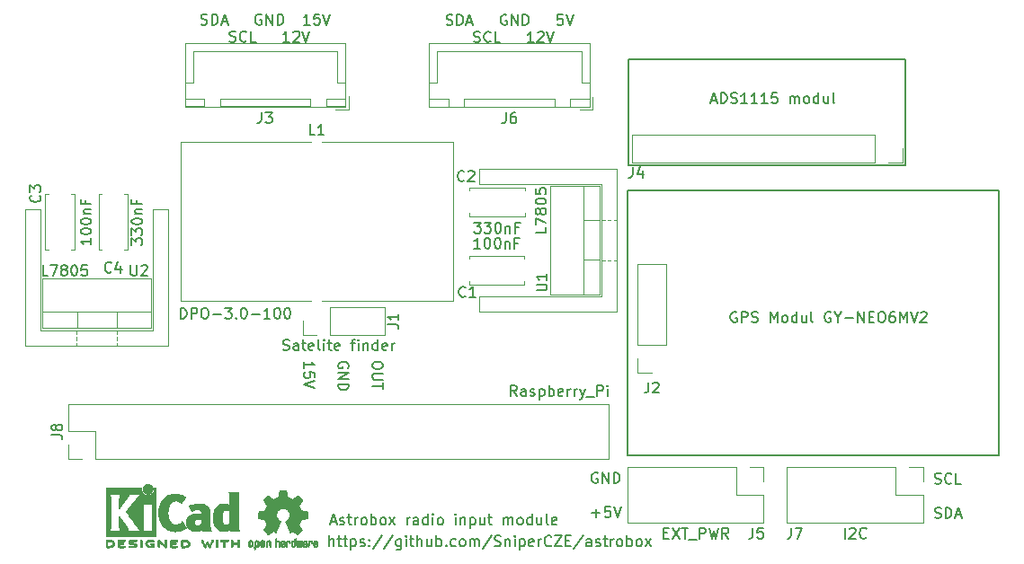
<source format=gto>
%TF.GenerationSoftware,KiCad,Pcbnew,8.0.2-8.0.2-0~ubuntu24.04.1*%
%TF.CreationDate,2024-05-08T14:11:34+02:00*%
%TF.ProjectId,astrobox_radio_input,61737472-6f62-46f7-985f-726164696f5f,1*%
%TF.SameCoordinates,Original*%
%TF.FileFunction,Legend,Top*%
%TF.FilePolarity,Positive*%
%FSLAX46Y46*%
G04 Gerber Fmt 4.6, Leading zero omitted, Abs format (unit mm)*
G04 Created by KiCad (PCBNEW 8.0.2-8.0.2-0~ubuntu24.04.1) date 2024-05-08 14:11:34*
%MOMM*%
%LPD*%
G01*
G04 APERTURE LIST*
%ADD10C,0.150000*%
%ADD11C,0.200000*%
%ADD12C,0.120000*%
%ADD13C,0.010000*%
G04 APERTURE END LIST*
D10*
X118416000Y-47244000D02*
X153416000Y-47244000D01*
X153416000Y-72244000D01*
X118416000Y-72244000D01*
X118416000Y-47244000D01*
X118542000Y-34907000D02*
X144542000Y-34907000D01*
X144542000Y-44907000D01*
X118542000Y-44907000D01*
X118542000Y-34907000D01*
X115597388Y-73883750D02*
X115502150Y-73836131D01*
X115502150Y-73836131D02*
X115359293Y-73836131D01*
X115359293Y-73836131D02*
X115216436Y-73883750D01*
X115216436Y-73883750D02*
X115121198Y-73978988D01*
X115121198Y-73978988D02*
X115073579Y-74074226D01*
X115073579Y-74074226D02*
X115025960Y-74264702D01*
X115025960Y-74264702D02*
X115025960Y-74407559D01*
X115025960Y-74407559D02*
X115073579Y-74598035D01*
X115073579Y-74598035D02*
X115121198Y-74693273D01*
X115121198Y-74693273D02*
X115216436Y-74788512D01*
X115216436Y-74788512D02*
X115359293Y-74836131D01*
X115359293Y-74836131D02*
X115454531Y-74836131D01*
X115454531Y-74836131D02*
X115597388Y-74788512D01*
X115597388Y-74788512D02*
X115645007Y-74740892D01*
X115645007Y-74740892D02*
X115645007Y-74407559D01*
X115645007Y-74407559D02*
X115454531Y-74407559D01*
X116073579Y-74836131D02*
X116073579Y-73836131D01*
X116073579Y-73836131D02*
X116645007Y-74836131D01*
X116645007Y-74836131D02*
X116645007Y-73836131D01*
X117121198Y-74836131D02*
X117121198Y-73836131D01*
X117121198Y-73836131D02*
X117359293Y-73836131D01*
X117359293Y-73836131D02*
X117502150Y-73883750D01*
X117502150Y-73883750D02*
X117597388Y-73978988D01*
X117597388Y-73978988D02*
X117645007Y-74074226D01*
X117645007Y-74074226D02*
X117692626Y-74264702D01*
X117692626Y-74264702D02*
X117692626Y-74407559D01*
X117692626Y-74407559D02*
X117645007Y-74598035D01*
X117645007Y-74598035D02*
X117597388Y-74693273D01*
X117597388Y-74693273D02*
X117502150Y-74788512D01*
X117502150Y-74788512D02*
X117359293Y-74836131D01*
X117359293Y-74836131D02*
X117121198Y-74836131D01*
X115073579Y-77675066D02*
X115835484Y-77675066D01*
X115454531Y-78056019D02*
X115454531Y-77294114D01*
X116787864Y-77056019D02*
X116311674Y-77056019D01*
X116311674Y-77056019D02*
X116264055Y-77532209D01*
X116264055Y-77532209D02*
X116311674Y-77484590D01*
X116311674Y-77484590D02*
X116406912Y-77436971D01*
X116406912Y-77436971D02*
X116645007Y-77436971D01*
X116645007Y-77436971D02*
X116740245Y-77484590D01*
X116740245Y-77484590D02*
X116787864Y-77532209D01*
X116787864Y-77532209D02*
X116835483Y-77627447D01*
X116835483Y-77627447D02*
X116835483Y-77865542D01*
X116835483Y-77865542D02*
X116787864Y-77960780D01*
X116787864Y-77960780D02*
X116740245Y-78008400D01*
X116740245Y-78008400D02*
X116645007Y-78056019D01*
X116645007Y-78056019D02*
X116406912Y-78056019D01*
X116406912Y-78056019D02*
X116311674Y-78008400D01*
X116311674Y-78008400D02*
X116264055Y-77960780D01*
X117121198Y-77056019D02*
X117454531Y-78056019D01*
X117454531Y-78056019D02*
X117787864Y-77056019D01*
X90328979Y-80794219D02*
X90328979Y-79794219D01*
X90757550Y-80794219D02*
X90757550Y-80270409D01*
X90757550Y-80270409D02*
X90709931Y-80175171D01*
X90709931Y-80175171D02*
X90614693Y-80127552D01*
X90614693Y-80127552D02*
X90471836Y-80127552D01*
X90471836Y-80127552D02*
X90376598Y-80175171D01*
X90376598Y-80175171D02*
X90328979Y-80222790D01*
X91090884Y-80127552D02*
X91471836Y-80127552D01*
X91233741Y-79794219D02*
X91233741Y-80651361D01*
X91233741Y-80651361D02*
X91281360Y-80746600D01*
X91281360Y-80746600D02*
X91376598Y-80794219D01*
X91376598Y-80794219D02*
X91471836Y-80794219D01*
X91662313Y-80127552D02*
X92043265Y-80127552D01*
X91805170Y-79794219D02*
X91805170Y-80651361D01*
X91805170Y-80651361D02*
X91852789Y-80746600D01*
X91852789Y-80746600D02*
X91948027Y-80794219D01*
X91948027Y-80794219D02*
X92043265Y-80794219D01*
X92376599Y-80127552D02*
X92376599Y-81127552D01*
X92376599Y-80175171D02*
X92471837Y-80127552D01*
X92471837Y-80127552D02*
X92662313Y-80127552D01*
X92662313Y-80127552D02*
X92757551Y-80175171D01*
X92757551Y-80175171D02*
X92805170Y-80222790D01*
X92805170Y-80222790D02*
X92852789Y-80318028D01*
X92852789Y-80318028D02*
X92852789Y-80603742D01*
X92852789Y-80603742D02*
X92805170Y-80698980D01*
X92805170Y-80698980D02*
X92757551Y-80746600D01*
X92757551Y-80746600D02*
X92662313Y-80794219D01*
X92662313Y-80794219D02*
X92471837Y-80794219D01*
X92471837Y-80794219D02*
X92376599Y-80746600D01*
X93233742Y-80746600D02*
X93328980Y-80794219D01*
X93328980Y-80794219D02*
X93519456Y-80794219D01*
X93519456Y-80794219D02*
X93614694Y-80746600D01*
X93614694Y-80746600D02*
X93662313Y-80651361D01*
X93662313Y-80651361D02*
X93662313Y-80603742D01*
X93662313Y-80603742D02*
X93614694Y-80508504D01*
X93614694Y-80508504D02*
X93519456Y-80460885D01*
X93519456Y-80460885D02*
X93376599Y-80460885D01*
X93376599Y-80460885D02*
X93281361Y-80413266D01*
X93281361Y-80413266D02*
X93233742Y-80318028D01*
X93233742Y-80318028D02*
X93233742Y-80270409D01*
X93233742Y-80270409D02*
X93281361Y-80175171D01*
X93281361Y-80175171D02*
X93376599Y-80127552D01*
X93376599Y-80127552D02*
X93519456Y-80127552D01*
X93519456Y-80127552D02*
X93614694Y-80175171D01*
X94090885Y-80698980D02*
X94138504Y-80746600D01*
X94138504Y-80746600D02*
X94090885Y-80794219D01*
X94090885Y-80794219D02*
X94043266Y-80746600D01*
X94043266Y-80746600D02*
X94090885Y-80698980D01*
X94090885Y-80698980D02*
X94090885Y-80794219D01*
X94090885Y-80175171D02*
X94138504Y-80222790D01*
X94138504Y-80222790D02*
X94090885Y-80270409D01*
X94090885Y-80270409D02*
X94043266Y-80222790D01*
X94043266Y-80222790D02*
X94090885Y-80175171D01*
X94090885Y-80175171D02*
X94090885Y-80270409D01*
X95281360Y-79746600D02*
X94424218Y-81032314D01*
X96328979Y-79746600D02*
X95471837Y-81032314D01*
X97090884Y-80127552D02*
X97090884Y-80937076D01*
X97090884Y-80937076D02*
X97043265Y-81032314D01*
X97043265Y-81032314D02*
X96995646Y-81079933D01*
X96995646Y-81079933D02*
X96900408Y-81127552D01*
X96900408Y-81127552D02*
X96757551Y-81127552D01*
X96757551Y-81127552D02*
X96662313Y-81079933D01*
X97090884Y-80746600D02*
X96995646Y-80794219D01*
X96995646Y-80794219D02*
X96805170Y-80794219D01*
X96805170Y-80794219D02*
X96709932Y-80746600D01*
X96709932Y-80746600D02*
X96662313Y-80698980D01*
X96662313Y-80698980D02*
X96614694Y-80603742D01*
X96614694Y-80603742D02*
X96614694Y-80318028D01*
X96614694Y-80318028D02*
X96662313Y-80222790D01*
X96662313Y-80222790D02*
X96709932Y-80175171D01*
X96709932Y-80175171D02*
X96805170Y-80127552D01*
X96805170Y-80127552D02*
X96995646Y-80127552D01*
X96995646Y-80127552D02*
X97090884Y-80175171D01*
X97567075Y-80794219D02*
X97567075Y-80127552D01*
X97567075Y-79794219D02*
X97519456Y-79841838D01*
X97519456Y-79841838D02*
X97567075Y-79889457D01*
X97567075Y-79889457D02*
X97614694Y-79841838D01*
X97614694Y-79841838D02*
X97567075Y-79794219D01*
X97567075Y-79794219D02*
X97567075Y-79889457D01*
X97900408Y-80127552D02*
X98281360Y-80127552D01*
X98043265Y-79794219D02*
X98043265Y-80651361D01*
X98043265Y-80651361D02*
X98090884Y-80746600D01*
X98090884Y-80746600D02*
X98186122Y-80794219D01*
X98186122Y-80794219D02*
X98281360Y-80794219D01*
X98614694Y-80794219D02*
X98614694Y-79794219D01*
X99043265Y-80794219D02*
X99043265Y-80270409D01*
X99043265Y-80270409D02*
X98995646Y-80175171D01*
X98995646Y-80175171D02*
X98900408Y-80127552D01*
X98900408Y-80127552D02*
X98757551Y-80127552D01*
X98757551Y-80127552D02*
X98662313Y-80175171D01*
X98662313Y-80175171D02*
X98614694Y-80222790D01*
X99948027Y-80127552D02*
X99948027Y-80794219D01*
X99519456Y-80127552D02*
X99519456Y-80651361D01*
X99519456Y-80651361D02*
X99567075Y-80746600D01*
X99567075Y-80746600D02*
X99662313Y-80794219D01*
X99662313Y-80794219D02*
X99805170Y-80794219D01*
X99805170Y-80794219D02*
X99900408Y-80746600D01*
X99900408Y-80746600D02*
X99948027Y-80698980D01*
X100424218Y-80794219D02*
X100424218Y-79794219D01*
X100424218Y-80175171D02*
X100519456Y-80127552D01*
X100519456Y-80127552D02*
X100709932Y-80127552D01*
X100709932Y-80127552D02*
X100805170Y-80175171D01*
X100805170Y-80175171D02*
X100852789Y-80222790D01*
X100852789Y-80222790D02*
X100900408Y-80318028D01*
X100900408Y-80318028D02*
X100900408Y-80603742D01*
X100900408Y-80603742D02*
X100852789Y-80698980D01*
X100852789Y-80698980D02*
X100805170Y-80746600D01*
X100805170Y-80746600D02*
X100709932Y-80794219D01*
X100709932Y-80794219D02*
X100519456Y-80794219D01*
X100519456Y-80794219D02*
X100424218Y-80746600D01*
X101328980Y-80698980D02*
X101376599Y-80746600D01*
X101376599Y-80746600D02*
X101328980Y-80794219D01*
X101328980Y-80794219D02*
X101281361Y-80746600D01*
X101281361Y-80746600D02*
X101328980Y-80698980D01*
X101328980Y-80698980D02*
X101328980Y-80794219D01*
X102233741Y-80746600D02*
X102138503Y-80794219D01*
X102138503Y-80794219D02*
X101948027Y-80794219D01*
X101948027Y-80794219D02*
X101852789Y-80746600D01*
X101852789Y-80746600D02*
X101805170Y-80698980D01*
X101805170Y-80698980D02*
X101757551Y-80603742D01*
X101757551Y-80603742D02*
X101757551Y-80318028D01*
X101757551Y-80318028D02*
X101805170Y-80222790D01*
X101805170Y-80222790D02*
X101852789Y-80175171D01*
X101852789Y-80175171D02*
X101948027Y-80127552D01*
X101948027Y-80127552D02*
X102138503Y-80127552D01*
X102138503Y-80127552D02*
X102233741Y-80175171D01*
X102805170Y-80794219D02*
X102709932Y-80746600D01*
X102709932Y-80746600D02*
X102662313Y-80698980D01*
X102662313Y-80698980D02*
X102614694Y-80603742D01*
X102614694Y-80603742D02*
X102614694Y-80318028D01*
X102614694Y-80318028D02*
X102662313Y-80222790D01*
X102662313Y-80222790D02*
X102709932Y-80175171D01*
X102709932Y-80175171D02*
X102805170Y-80127552D01*
X102805170Y-80127552D02*
X102948027Y-80127552D01*
X102948027Y-80127552D02*
X103043265Y-80175171D01*
X103043265Y-80175171D02*
X103090884Y-80222790D01*
X103090884Y-80222790D02*
X103138503Y-80318028D01*
X103138503Y-80318028D02*
X103138503Y-80603742D01*
X103138503Y-80603742D02*
X103090884Y-80698980D01*
X103090884Y-80698980D02*
X103043265Y-80746600D01*
X103043265Y-80746600D02*
X102948027Y-80794219D01*
X102948027Y-80794219D02*
X102805170Y-80794219D01*
X103567075Y-80794219D02*
X103567075Y-80127552D01*
X103567075Y-80222790D02*
X103614694Y-80175171D01*
X103614694Y-80175171D02*
X103709932Y-80127552D01*
X103709932Y-80127552D02*
X103852789Y-80127552D01*
X103852789Y-80127552D02*
X103948027Y-80175171D01*
X103948027Y-80175171D02*
X103995646Y-80270409D01*
X103995646Y-80270409D02*
X103995646Y-80794219D01*
X103995646Y-80270409D02*
X104043265Y-80175171D01*
X104043265Y-80175171D02*
X104138503Y-80127552D01*
X104138503Y-80127552D02*
X104281360Y-80127552D01*
X104281360Y-80127552D02*
X104376599Y-80175171D01*
X104376599Y-80175171D02*
X104424218Y-80270409D01*
X104424218Y-80270409D02*
X104424218Y-80794219D01*
X105614693Y-79746600D02*
X104757551Y-81032314D01*
X105900408Y-80746600D02*
X106043265Y-80794219D01*
X106043265Y-80794219D02*
X106281360Y-80794219D01*
X106281360Y-80794219D02*
X106376598Y-80746600D01*
X106376598Y-80746600D02*
X106424217Y-80698980D01*
X106424217Y-80698980D02*
X106471836Y-80603742D01*
X106471836Y-80603742D02*
X106471836Y-80508504D01*
X106471836Y-80508504D02*
X106424217Y-80413266D01*
X106424217Y-80413266D02*
X106376598Y-80365647D01*
X106376598Y-80365647D02*
X106281360Y-80318028D01*
X106281360Y-80318028D02*
X106090884Y-80270409D01*
X106090884Y-80270409D02*
X105995646Y-80222790D01*
X105995646Y-80222790D02*
X105948027Y-80175171D01*
X105948027Y-80175171D02*
X105900408Y-80079933D01*
X105900408Y-80079933D02*
X105900408Y-79984695D01*
X105900408Y-79984695D02*
X105948027Y-79889457D01*
X105948027Y-79889457D02*
X105995646Y-79841838D01*
X105995646Y-79841838D02*
X106090884Y-79794219D01*
X106090884Y-79794219D02*
X106328979Y-79794219D01*
X106328979Y-79794219D02*
X106471836Y-79841838D01*
X106900408Y-80127552D02*
X106900408Y-80794219D01*
X106900408Y-80222790D02*
X106948027Y-80175171D01*
X106948027Y-80175171D02*
X107043265Y-80127552D01*
X107043265Y-80127552D02*
X107186122Y-80127552D01*
X107186122Y-80127552D02*
X107281360Y-80175171D01*
X107281360Y-80175171D02*
X107328979Y-80270409D01*
X107328979Y-80270409D02*
X107328979Y-80794219D01*
X107805170Y-80794219D02*
X107805170Y-80127552D01*
X107805170Y-79794219D02*
X107757551Y-79841838D01*
X107757551Y-79841838D02*
X107805170Y-79889457D01*
X107805170Y-79889457D02*
X107852789Y-79841838D01*
X107852789Y-79841838D02*
X107805170Y-79794219D01*
X107805170Y-79794219D02*
X107805170Y-79889457D01*
X108281360Y-80127552D02*
X108281360Y-81127552D01*
X108281360Y-80175171D02*
X108376598Y-80127552D01*
X108376598Y-80127552D02*
X108567074Y-80127552D01*
X108567074Y-80127552D02*
X108662312Y-80175171D01*
X108662312Y-80175171D02*
X108709931Y-80222790D01*
X108709931Y-80222790D02*
X108757550Y-80318028D01*
X108757550Y-80318028D02*
X108757550Y-80603742D01*
X108757550Y-80603742D02*
X108709931Y-80698980D01*
X108709931Y-80698980D02*
X108662312Y-80746600D01*
X108662312Y-80746600D02*
X108567074Y-80794219D01*
X108567074Y-80794219D02*
X108376598Y-80794219D01*
X108376598Y-80794219D02*
X108281360Y-80746600D01*
X109567074Y-80746600D02*
X109471836Y-80794219D01*
X109471836Y-80794219D02*
X109281360Y-80794219D01*
X109281360Y-80794219D02*
X109186122Y-80746600D01*
X109186122Y-80746600D02*
X109138503Y-80651361D01*
X109138503Y-80651361D02*
X109138503Y-80270409D01*
X109138503Y-80270409D02*
X109186122Y-80175171D01*
X109186122Y-80175171D02*
X109281360Y-80127552D01*
X109281360Y-80127552D02*
X109471836Y-80127552D01*
X109471836Y-80127552D02*
X109567074Y-80175171D01*
X109567074Y-80175171D02*
X109614693Y-80270409D01*
X109614693Y-80270409D02*
X109614693Y-80365647D01*
X109614693Y-80365647D02*
X109138503Y-80460885D01*
X110043265Y-80794219D02*
X110043265Y-80127552D01*
X110043265Y-80318028D02*
X110090884Y-80222790D01*
X110090884Y-80222790D02*
X110138503Y-80175171D01*
X110138503Y-80175171D02*
X110233741Y-80127552D01*
X110233741Y-80127552D02*
X110328979Y-80127552D01*
X111233741Y-80698980D02*
X111186122Y-80746600D01*
X111186122Y-80746600D02*
X111043265Y-80794219D01*
X111043265Y-80794219D02*
X110948027Y-80794219D01*
X110948027Y-80794219D02*
X110805170Y-80746600D01*
X110805170Y-80746600D02*
X110709932Y-80651361D01*
X110709932Y-80651361D02*
X110662313Y-80556123D01*
X110662313Y-80556123D02*
X110614694Y-80365647D01*
X110614694Y-80365647D02*
X110614694Y-80222790D01*
X110614694Y-80222790D02*
X110662313Y-80032314D01*
X110662313Y-80032314D02*
X110709932Y-79937076D01*
X110709932Y-79937076D02*
X110805170Y-79841838D01*
X110805170Y-79841838D02*
X110948027Y-79794219D01*
X110948027Y-79794219D02*
X111043265Y-79794219D01*
X111043265Y-79794219D02*
X111186122Y-79841838D01*
X111186122Y-79841838D02*
X111233741Y-79889457D01*
X111567075Y-79794219D02*
X112233741Y-79794219D01*
X112233741Y-79794219D02*
X111567075Y-80794219D01*
X111567075Y-80794219D02*
X112233741Y-80794219D01*
X112614694Y-80270409D02*
X112948027Y-80270409D01*
X113090884Y-80794219D02*
X112614694Y-80794219D01*
X112614694Y-80794219D02*
X112614694Y-79794219D01*
X112614694Y-79794219D02*
X113090884Y-79794219D01*
X114233741Y-79746600D02*
X113376599Y-81032314D01*
X114995646Y-80794219D02*
X114995646Y-80270409D01*
X114995646Y-80270409D02*
X114948027Y-80175171D01*
X114948027Y-80175171D02*
X114852789Y-80127552D01*
X114852789Y-80127552D02*
X114662313Y-80127552D01*
X114662313Y-80127552D02*
X114567075Y-80175171D01*
X114995646Y-80746600D02*
X114900408Y-80794219D01*
X114900408Y-80794219D02*
X114662313Y-80794219D01*
X114662313Y-80794219D02*
X114567075Y-80746600D01*
X114567075Y-80746600D02*
X114519456Y-80651361D01*
X114519456Y-80651361D02*
X114519456Y-80556123D01*
X114519456Y-80556123D02*
X114567075Y-80460885D01*
X114567075Y-80460885D02*
X114662313Y-80413266D01*
X114662313Y-80413266D02*
X114900408Y-80413266D01*
X114900408Y-80413266D02*
X114995646Y-80365647D01*
X115424218Y-80746600D02*
X115519456Y-80794219D01*
X115519456Y-80794219D02*
X115709932Y-80794219D01*
X115709932Y-80794219D02*
X115805170Y-80746600D01*
X115805170Y-80746600D02*
X115852789Y-80651361D01*
X115852789Y-80651361D02*
X115852789Y-80603742D01*
X115852789Y-80603742D02*
X115805170Y-80508504D01*
X115805170Y-80508504D02*
X115709932Y-80460885D01*
X115709932Y-80460885D02*
X115567075Y-80460885D01*
X115567075Y-80460885D02*
X115471837Y-80413266D01*
X115471837Y-80413266D02*
X115424218Y-80318028D01*
X115424218Y-80318028D02*
X115424218Y-80270409D01*
X115424218Y-80270409D02*
X115471837Y-80175171D01*
X115471837Y-80175171D02*
X115567075Y-80127552D01*
X115567075Y-80127552D02*
X115709932Y-80127552D01*
X115709932Y-80127552D02*
X115805170Y-80175171D01*
X116138504Y-80127552D02*
X116519456Y-80127552D01*
X116281361Y-79794219D02*
X116281361Y-80651361D01*
X116281361Y-80651361D02*
X116328980Y-80746600D01*
X116328980Y-80746600D02*
X116424218Y-80794219D01*
X116424218Y-80794219D02*
X116519456Y-80794219D01*
X116852790Y-80794219D02*
X116852790Y-80127552D01*
X116852790Y-80318028D02*
X116900409Y-80222790D01*
X116900409Y-80222790D02*
X116948028Y-80175171D01*
X116948028Y-80175171D02*
X117043266Y-80127552D01*
X117043266Y-80127552D02*
X117138504Y-80127552D01*
X117614695Y-80794219D02*
X117519457Y-80746600D01*
X117519457Y-80746600D02*
X117471838Y-80698980D01*
X117471838Y-80698980D02*
X117424219Y-80603742D01*
X117424219Y-80603742D02*
X117424219Y-80318028D01*
X117424219Y-80318028D02*
X117471838Y-80222790D01*
X117471838Y-80222790D02*
X117519457Y-80175171D01*
X117519457Y-80175171D02*
X117614695Y-80127552D01*
X117614695Y-80127552D02*
X117757552Y-80127552D01*
X117757552Y-80127552D02*
X117852790Y-80175171D01*
X117852790Y-80175171D02*
X117900409Y-80222790D01*
X117900409Y-80222790D02*
X117948028Y-80318028D01*
X117948028Y-80318028D02*
X117948028Y-80603742D01*
X117948028Y-80603742D02*
X117900409Y-80698980D01*
X117900409Y-80698980D02*
X117852790Y-80746600D01*
X117852790Y-80746600D02*
X117757552Y-80794219D01*
X117757552Y-80794219D02*
X117614695Y-80794219D01*
X118376600Y-80794219D02*
X118376600Y-79794219D01*
X118376600Y-80175171D02*
X118471838Y-80127552D01*
X118471838Y-80127552D02*
X118662314Y-80127552D01*
X118662314Y-80127552D02*
X118757552Y-80175171D01*
X118757552Y-80175171D02*
X118805171Y-80222790D01*
X118805171Y-80222790D02*
X118852790Y-80318028D01*
X118852790Y-80318028D02*
X118852790Y-80603742D01*
X118852790Y-80603742D02*
X118805171Y-80698980D01*
X118805171Y-80698980D02*
X118757552Y-80746600D01*
X118757552Y-80746600D02*
X118662314Y-80794219D01*
X118662314Y-80794219D02*
X118471838Y-80794219D01*
X118471838Y-80794219D02*
X118376600Y-80746600D01*
X119424219Y-80794219D02*
X119328981Y-80746600D01*
X119328981Y-80746600D02*
X119281362Y-80698980D01*
X119281362Y-80698980D02*
X119233743Y-80603742D01*
X119233743Y-80603742D02*
X119233743Y-80318028D01*
X119233743Y-80318028D02*
X119281362Y-80222790D01*
X119281362Y-80222790D02*
X119328981Y-80175171D01*
X119328981Y-80175171D02*
X119424219Y-80127552D01*
X119424219Y-80127552D02*
X119567076Y-80127552D01*
X119567076Y-80127552D02*
X119662314Y-80175171D01*
X119662314Y-80175171D02*
X119709933Y-80222790D01*
X119709933Y-80222790D02*
X119757552Y-80318028D01*
X119757552Y-80318028D02*
X119757552Y-80603742D01*
X119757552Y-80603742D02*
X119709933Y-80698980D01*
X119709933Y-80698980D02*
X119662314Y-80746600D01*
X119662314Y-80746600D02*
X119567076Y-80794219D01*
X119567076Y-80794219D02*
X119424219Y-80794219D01*
X120090886Y-80794219D02*
X120614695Y-80127552D01*
X120090886Y-80127552D02*
X120614695Y-80794219D01*
X78264190Y-31582256D02*
X78407047Y-31629875D01*
X78407047Y-31629875D02*
X78645142Y-31629875D01*
X78645142Y-31629875D02*
X78740380Y-31582256D01*
X78740380Y-31582256D02*
X78787999Y-31534636D01*
X78787999Y-31534636D02*
X78835618Y-31439398D01*
X78835618Y-31439398D02*
X78835618Y-31344160D01*
X78835618Y-31344160D02*
X78787999Y-31248922D01*
X78787999Y-31248922D02*
X78740380Y-31201303D01*
X78740380Y-31201303D02*
X78645142Y-31153684D01*
X78645142Y-31153684D02*
X78454666Y-31106065D01*
X78454666Y-31106065D02*
X78359428Y-31058446D01*
X78359428Y-31058446D02*
X78311809Y-31010827D01*
X78311809Y-31010827D02*
X78264190Y-30915589D01*
X78264190Y-30915589D02*
X78264190Y-30820351D01*
X78264190Y-30820351D02*
X78311809Y-30725113D01*
X78311809Y-30725113D02*
X78359428Y-30677494D01*
X78359428Y-30677494D02*
X78454666Y-30629875D01*
X78454666Y-30629875D02*
X78692761Y-30629875D01*
X78692761Y-30629875D02*
X78835618Y-30677494D01*
X79264190Y-31629875D02*
X79264190Y-30629875D01*
X79264190Y-30629875D02*
X79502285Y-30629875D01*
X79502285Y-30629875D02*
X79645142Y-30677494D01*
X79645142Y-30677494D02*
X79740380Y-30772732D01*
X79740380Y-30772732D02*
X79787999Y-30867970D01*
X79787999Y-30867970D02*
X79835618Y-31058446D01*
X79835618Y-31058446D02*
X79835618Y-31201303D01*
X79835618Y-31201303D02*
X79787999Y-31391779D01*
X79787999Y-31391779D02*
X79740380Y-31487017D01*
X79740380Y-31487017D02*
X79645142Y-31582256D01*
X79645142Y-31582256D02*
X79502285Y-31629875D01*
X79502285Y-31629875D02*
X79264190Y-31629875D01*
X80216571Y-31344160D02*
X80692761Y-31344160D01*
X80121333Y-31629875D02*
X80454666Y-30629875D01*
X80454666Y-30629875D02*
X80787999Y-31629875D01*
X83930857Y-30677494D02*
X83835619Y-30629875D01*
X83835619Y-30629875D02*
X83692762Y-30629875D01*
X83692762Y-30629875D02*
X83549905Y-30677494D01*
X83549905Y-30677494D02*
X83454667Y-30772732D01*
X83454667Y-30772732D02*
X83407048Y-30867970D01*
X83407048Y-30867970D02*
X83359429Y-31058446D01*
X83359429Y-31058446D02*
X83359429Y-31201303D01*
X83359429Y-31201303D02*
X83407048Y-31391779D01*
X83407048Y-31391779D02*
X83454667Y-31487017D01*
X83454667Y-31487017D02*
X83549905Y-31582256D01*
X83549905Y-31582256D02*
X83692762Y-31629875D01*
X83692762Y-31629875D02*
X83788000Y-31629875D01*
X83788000Y-31629875D02*
X83930857Y-31582256D01*
X83930857Y-31582256D02*
X83978476Y-31534636D01*
X83978476Y-31534636D02*
X83978476Y-31201303D01*
X83978476Y-31201303D02*
X83788000Y-31201303D01*
X84407048Y-31629875D02*
X84407048Y-30629875D01*
X84407048Y-30629875D02*
X84978476Y-31629875D01*
X84978476Y-31629875D02*
X84978476Y-30629875D01*
X85454667Y-31629875D02*
X85454667Y-30629875D01*
X85454667Y-30629875D02*
X85692762Y-30629875D01*
X85692762Y-30629875D02*
X85835619Y-30677494D01*
X85835619Y-30677494D02*
X85930857Y-30772732D01*
X85930857Y-30772732D02*
X85978476Y-30867970D01*
X85978476Y-30867970D02*
X86026095Y-31058446D01*
X86026095Y-31058446D02*
X86026095Y-31201303D01*
X86026095Y-31201303D02*
X85978476Y-31391779D01*
X85978476Y-31391779D02*
X85930857Y-31487017D01*
X85930857Y-31487017D02*
X85835619Y-31582256D01*
X85835619Y-31582256D02*
X85692762Y-31629875D01*
X85692762Y-31629875D02*
X85454667Y-31629875D01*
X88502286Y-31629875D02*
X87930858Y-31629875D01*
X88216572Y-31629875D02*
X88216572Y-30629875D01*
X88216572Y-30629875D02*
X88121334Y-30772732D01*
X88121334Y-30772732D02*
X88026096Y-30867970D01*
X88026096Y-30867970D02*
X87930858Y-30915589D01*
X89407048Y-30629875D02*
X88930858Y-30629875D01*
X88930858Y-30629875D02*
X88883239Y-31106065D01*
X88883239Y-31106065D02*
X88930858Y-31058446D01*
X88930858Y-31058446D02*
X89026096Y-31010827D01*
X89026096Y-31010827D02*
X89264191Y-31010827D01*
X89264191Y-31010827D02*
X89359429Y-31058446D01*
X89359429Y-31058446D02*
X89407048Y-31106065D01*
X89407048Y-31106065D02*
X89454667Y-31201303D01*
X89454667Y-31201303D02*
X89454667Y-31439398D01*
X89454667Y-31439398D02*
X89407048Y-31534636D01*
X89407048Y-31534636D02*
X89359429Y-31582256D01*
X89359429Y-31582256D02*
X89264191Y-31629875D01*
X89264191Y-31629875D02*
X89026096Y-31629875D01*
X89026096Y-31629875D02*
X88930858Y-31582256D01*
X88930858Y-31582256D02*
X88883239Y-31534636D01*
X89740382Y-30629875D02*
X90073715Y-31629875D01*
X90073715Y-31629875D02*
X90407048Y-30629875D01*
X80954666Y-33192200D02*
X81097523Y-33239819D01*
X81097523Y-33239819D02*
X81335618Y-33239819D01*
X81335618Y-33239819D02*
X81430856Y-33192200D01*
X81430856Y-33192200D02*
X81478475Y-33144580D01*
X81478475Y-33144580D02*
X81526094Y-33049342D01*
X81526094Y-33049342D02*
X81526094Y-32954104D01*
X81526094Y-32954104D02*
X81478475Y-32858866D01*
X81478475Y-32858866D02*
X81430856Y-32811247D01*
X81430856Y-32811247D02*
X81335618Y-32763628D01*
X81335618Y-32763628D02*
X81145142Y-32716009D01*
X81145142Y-32716009D02*
X81049904Y-32668390D01*
X81049904Y-32668390D02*
X81002285Y-32620771D01*
X81002285Y-32620771D02*
X80954666Y-32525533D01*
X80954666Y-32525533D02*
X80954666Y-32430295D01*
X80954666Y-32430295D02*
X81002285Y-32335057D01*
X81002285Y-32335057D02*
X81049904Y-32287438D01*
X81049904Y-32287438D02*
X81145142Y-32239819D01*
X81145142Y-32239819D02*
X81383237Y-32239819D01*
X81383237Y-32239819D02*
X81526094Y-32287438D01*
X82526094Y-33144580D02*
X82478475Y-33192200D01*
X82478475Y-33192200D02*
X82335618Y-33239819D01*
X82335618Y-33239819D02*
X82240380Y-33239819D01*
X82240380Y-33239819D02*
X82097523Y-33192200D01*
X82097523Y-33192200D02*
X82002285Y-33096961D01*
X82002285Y-33096961D02*
X81954666Y-33001723D01*
X81954666Y-33001723D02*
X81907047Y-32811247D01*
X81907047Y-32811247D02*
X81907047Y-32668390D01*
X81907047Y-32668390D02*
X81954666Y-32477914D01*
X81954666Y-32477914D02*
X82002285Y-32382676D01*
X82002285Y-32382676D02*
X82097523Y-32287438D01*
X82097523Y-32287438D02*
X82240380Y-32239819D01*
X82240380Y-32239819D02*
X82335618Y-32239819D01*
X82335618Y-32239819D02*
X82478475Y-32287438D01*
X82478475Y-32287438D02*
X82526094Y-32335057D01*
X83430856Y-33239819D02*
X82954666Y-33239819D01*
X82954666Y-33239819D02*
X82954666Y-32239819D01*
X86573714Y-33239819D02*
X86002286Y-33239819D01*
X86288000Y-33239819D02*
X86288000Y-32239819D01*
X86288000Y-32239819D02*
X86192762Y-32382676D01*
X86192762Y-32382676D02*
X86097524Y-32477914D01*
X86097524Y-32477914D02*
X86002286Y-32525533D01*
X86954667Y-32335057D02*
X87002286Y-32287438D01*
X87002286Y-32287438D02*
X87097524Y-32239819D01*
X87097524Y-32239819D02*
X87335619Y-32239819D01*
X87335619Y-32239819D02*
X87430857Y-32287438D01*
X87430857Y-32287438D02*
X87478476Y-32335057D01*
X87478476Y-32335057D02*
X87526095Y-32430295D01*
X87526095Y-32430295D02*
X87526095Y-32525533D01*
X87526095Y-32525533D02*
X87478476Y-32668390D01*
X87478476Y-32668390D02*
X86907048Y-33239819D01*
X86907048Y-33239819D02*
X87526095Y-33239819D01*
X87811810Y-32239819D02*
X88145143Y-33239819D01*
X88145143Y-33239819D02*
X88478476Y-32239819D01*
D11*
X90466654Y-78473904D02*
X90942844Y-78473904D01*
X90371416Y-78759619D02*
X90704749Y-77759619D01*
X90704749Y-77759619D02*
X91038082Y-78759619D01*
X91323797Y-78712000D02*
X91419035Y-78759619D01*
X91419035Y-78759619D02*
X91609511Y-78759619D01*
X91609511Y-78759619D02*
X91704749Y-78712000D01*
X91704749Y-78712000D02*
X91752368Y-78616761D01*
X91752368Y-78616761D02*
X91752368Y-78569142D01*
X91752368Y-78569142D02*
X91704749Y-78473904D01*
X91704749Y-78473904D02*
X91609511Y-78426285D01*
X91609511Y-78426285D02*
X91466654Y-78426285D01*
X91466654Y-78426285D02*
X91371416Y-78378666D01*
X91371416Y-78378666D02*
X91323797Y-78283428D01*
X91323797Y-78283428D02*
X91323797Y-78235809D01*
X91323797Y-78235809D02*
X91371416Y-78140571D01*
X91371416Y-78140571D02*
X91466654Y-78092952D01*
X91466654Y-78092952D02*
X91609511Y-78092952D01*
X91609511Y-78092952D02*
X91704749Y-78140571D01*
X92038083Y-78092952D02*
X92419035Y-78092952D01*
X92180940Y-77759619D02*
X92180940Y-78616761D01*
X92180940Y-78616761D02*
X92228559Y-78712000D01*
X92228559Y-78712000D02*
X92323797Y-78759619D01*
X92323797Y-78759619D02*
X92419035Y-78759619D01*
X92752369Y-78759619D02*
X92752369Y-78092952D01*
X92752369Y-78283428D02*
X92799988Y-78188190D01*
X92799988Y-78188190D02*
X92847607Y-78140571D01*
X92847607Y-78140571D02*
X92942845Y-78092952D01*
X92942845Y-78092952D02*
X93038083Y-78092952D01*
X93514274Y-78759619D02*
X93419036Y-78712000D01*
X93419036Y-78712000D02*
X93371417Y-78664380D01*
X93371417Y-78664380D02*
X93323798Y-78569142D01*
X93323798Y-78569142D02*
X93323798Y-78283428D01*
X93323798Y-78283428D02*
X93371417Y-78188190D01*
X93371417Y-78188190D02*
X93419036Y-78140571D01*
X93419036Y-78140571D02*
X93514274Y-78092952D01*
X93514274Y-78092952D02*
X93657131Y-78092952D01*
X93657131Y-78092952D02*
X93752369Y-78140571D01*
X93752369Y-78140571D02*
X93799988Y-78188190D01*
X93799988Y-78188190D02*
X93847607Y-78283428D01*
X93847607Y-78283428D02*
X93847607Y-78569142D01*
X93847607Y-78569142D02*
X93799988Y-78664380D01*
X93799988Y-78664380D02*
X93752369Y-78712000D01*
X93752369Y-78712000D02*
X93657131Y-78759619D01*
X93657131Y-78759619D02*
X93514274Y-78759619D01*
X94276179Y-78759619D02*
X94276179Y-77759619D01*
X94276179Y-78140571D02*
X94371417Y-78092952D01*
X94371417Y-78092952D02*
X94561893Y-78092952D01*
X94561893Y-78092952D02*
X94657131Y-78140571D01*
X94657131Y-78140571D02*
X94704750Y-78188190D01*
X94704750Y-78188190D02*
X94752369Y-78283428D01*
X94752369Y-78283428D02*
X94752369Y-78569142D01*
X94752369Y-78569142D02*
X94704750Y-78664380D01*
X94704750Y-78664380D02*
X94657131Y-78712000D01*
X94657131Y-78712000D02*
X94561893Y-78759619D01*
X94561893Y-78759619D02*
X94371417Y-78759619D01*
X94371417Y-78759619D02*
X94276179Y-78712000D01*
X95323798Y-78759619D02*
X95228560Y-78712000D01*
X95228560Y-78712000D02*
X95180941Y-78664380D01*
X95180941Y-78664380D02*
X95133322Y-78569142D01*
X95133322Y-78569142D02*
X95133322Y-78283428D01*
X95133322Y-78283428D02*
X95180941Y-78188190D01*
X95180941Y-78188190D02*
X95228560Y-78140571D01*
X95228560Y-78140571D02*
X95323798Y-78092952D01*
X95323798Y-78092952D02*
X95466655Y-78092952D01*
X95466655Y-78092952D02*
X95561893Y-78140571D01*
X95561893Y-78140571D02*
X95609512Y-78188190D01*
X95609512Y-78188190D02*
X95657131Y-78283428D01*
X95657131Y-78283428D02*
X95657131Y-78569142D01*
X95657131Y-78569142D02*
X95609512Y-78664380D01*
X95609512Y-78664380D02*
X95561893Y-78712000D01*
X95561893Y-78712000D02*
X95466655Y-78759619D01*
X95466655Y-78759619D02*
X95323798Y-78759619D01*
X95990465Y-78759619D02*
X96514274Y-78092952D01*
X95990465Y-78092952D02*
X96514274Y-78759619D01*
X97657132Y-78759619D02*
X97657132Y-78092952D01*
X97657132Y-78283428D02*
X97704751Y-78188190D01*
X97704751Y-78188190D02*
X97752370Y-78140571D01*
X97752370Y-78140571D02*
X97847608Y-78092952D01*
X97847608Y-78092952D02*
X97942846Y-78092952D01*
X98704751Y-78759619D02*
X98704751Y-78235809D01*
X98704751Y-78235809D02*
X98657132Y-78140571D01*
X98657132Y-78140571D02*
X98561894Y-78092952D01*
X98561894Y-78092952D02*
X98371418Y-78092952D01*
X98371418Y-78092952D02*
X98276180Y-78140571D01*
X98704751Y-78712000D02*
X98609513Y-78759619D01*
X98609513Y-78759619D02*
X98371418Y-78759619D01*
X98371418Y-78759619D02*
X98276180Y-78712000D01*
X98276180Y-78712000D02*
X98228561Y-78616761D01*
X98228561Y-78616761D02*
X98228561Y-78521523D01*
X98228561Y-78521523D02*
X98276180Y-78426285D01*
X98276180Y-78426285D02*
X98371418Y-78378666D01*
X98371418Y-78378666D02*
X98609513Y-78378666D01*
X98609513Y-78378666D02*
X98704751Y-78331047D01*
X99609513Y-78759619D02*
X99609513Y-77759619D01*
X99609513Y-78712000D02*
X99514275Y-78759619D01*
X99514275Y-78759619D02*
X99323799Y-78759619D01*
X99323799Y-78759619D02*
X99228561Y-78712000D01*
X99228561Y-78712000D02*
X99180942Y-78664380D01*
X99180942Y-78664380D02*
X99133323Y-78569142D01*
X99133323Y-78569142D02*
X99133323Y-78283428D01*
X99133323Y-78283428D02*
X99180942Y-78188190D01*
X99180942Y-78188190D02*
X99228561Y-78140571D01*
X99228561Y-78140571D02*
X99323799Y-78092952D01*
X99323799Y-78092952D02*
X99514275Y-78092952D01*
X99514275Y-78092952D02*
X99609513Y-78140571D01*
X100085704Y-78759619D02*
X100085704Y-78092952D01*
X100085704Y-77759619D02*
X100038085Y-77807238D01*
X100038085Y-77807238D02*
X100085704Y-77854857D01*
X100085704Y-77854857D02*
X100133323Y-77807238D01*
X100133323Y-77807238D02*
X100085704Y-77759619D01*
X100085704Y-77759619D02*
X100085704Y-77854857D01*
X100704751Y-78759619D02*
X100609513Y-78712000D01*
X100609513Y-78712000D02*
X100561894Y-78664380D01*
X100561894Y-78664380D02*
X100514275Y-78569142D01*
X100514275Y-78569142D02*
X100514275Y-78283428D01*
X100514275Y-78283428D02*
X100561894Y-78188190D01*
X100561894Y-78188190D02*
X100609513Y-78140571D01*
X100609513Y-78140571D02*
X100704751Y-78092952D01*
X100704751Y-78092952D02*
X100847608Y-78092952D01*
X100847608Y-78092952D02*
X100942846Y-78140571D01*
X100942846Y-78140571D02*
X100990465Y-78188190D01*
X100990465Y-78188190D02*
X101038084Y-78283428D01*
X101038084Y-78283428D02*
X101038084Y-78569142D01*
X101038084Y-78569142D02*
X100990465Y-78664380D01*
X100990465Y-78664380D02*
X100942846Y-78712000D01*
X100942846Y-78712000D02*
X100847608Y-78759619D01*
X100847608Y-78759619D02*
X100704751Y-78759619D01*
X102228561Y-78759619D02*
X102228561Y-78092952D01*
X102228561Y-77759619D02*
X102180942Y-77807238D01*
X102180942Y-77807238D02*
X102228561Y-77854857D01*
X102228561Y-77854857D02*
X102276180Y-77807238D01*
X102276180Y-77807238D02*
X102228561Y-77759619D01*
X102228561Y-77759619D02*
X102228561Y-77854857D01*
X102704751Y-78092952D02*
X102704751Y-78759619D01*
X102704751Y-78188190D02*
X102752370Y-78140571D01*
X102752370Y-78140571D02*
X102847608Y-78092952D01*
X102847608Y-78092952D02*
X102990465Y-78092952D01*
X102990465Y-78092952D02*
X103085703Y-78140571D01*
X103085703Y-78140571D02*
X103133322Y-78235809D01*
X103133322Y-78235809D02*
X103133322Y-78759619D01*
X103609513Y-78092952D02*
X103609513Y-79092952D01*
X103609513Y-78140571D02*
X103704751Y-78092952D01*
X103704751Y-78092952D02*
X103895227Y-78092952D01*
X103895227Y-78092952D02*
X103990465Y-78140571D01*
X103990465Y-78140571D02*
X104038084Y-78188190D01*
X104038084Y-78188190D02*
X104085703Y-78283428D01*
X104085703Y-78283428D02*
X104085703Y-78569142D01*
X104085703Y-78569142D02*
X104038084Y-78664380D01*
X104038084Y-78664380D02*
X103990465Y-78712000D01*
X103990465Y-78712000D02*
X103895227Y-78759619D01*
X103895227Y-78759619D02*
X103704751Y-78759619D01*
X103704751Y-78759619D02*
X103609513Y-78712000D01*
X104942846Y-78092952D02*
X104942846Y-78759619D01*
X104514275Y-78092952D02*
X104514275Y-78616761D01*
X104514275Y-78616761D02*
X104561894Y-78712000D01*
X104561894Y-78712000D02*
X104657132Y-78759619D01*
X104657132Y-78759619D02*
X104799989Y-78759619D01*
X104799989Y-78759619D02*
X104895227Y-78712000D01*
X104895227Y-78712000D02*
X104942846Y-78664380D01*
X105276180Y-78092952D02*
X105657132Y-78092952D01*
X105419037Y-77759619D02*
X105419037Y-78616761D01*
X105419037Y-78616761D02*
X105466656Y-78712000D01*
X105466656Y-78712000D02*
X105561894Y-78759619D01*
X105561894Y-78759619D02*
X105657132Y-78759619D01*
X106752371Y-78759619D02*
X106752371Y-78092952D01*
X106752371Y-78188190D02*
X106799990Y-78140571D01*
X106799990Y-78140571D02*
X106895228Y-78092952D01*
X106895228Y-78092952D02*
X107038085Y-78092952D01*
X107038085Y-78092952D02*
X107133323Y-78140571D01*
X107133323Y-78140571D02*
X107180942Y-78235809D01*
X107180942Y-78235809D02*
X107180942Y-78759619D01*
X107180942Y-78235809D02*
X107228561Y-78140571D01*
X107228561Y-78140571D02*
X107323799Y-78092952D01*
X107323799Y-78092952D02*
X107466656Y-78092952D01*
X107466656Y-78092952D02*
X107561895Y-78140571D01*
X107561895Y-78140571D02*
X107609514Y-78235809D01*
X107609514Y-78235809D02*
X107609514Y-78759619D01*
X108228561Y-78759619D02*
X108133323Y-78712000D01*
X108133323Y-78712000D02*
X108085704Y-78664380D01*
X108085704Y-78664380D02*
X108038085Y-78569142D01*
X108038085Y-78569142D02*
X108038085Y-78283428D01*
X108038085Y-78283428D02*
X108085704Y-78188190D01*
X108085704Y-78188190D02*
X108133323Y-78140571D01*
X108133323Y-78140571D02*
X108228561Y-78092952D01*
X108228561Y-78092952D02*
X108371418Y-78092952D01*
X108371418Y-78092952D02*
X108466656Y-78140571D01*
X108466656Y-78140571D02*
X108514275Y-78188190D01*
X108514275Y-78188190D02*
X108561894Y-78283428D01*
X108561894Y-78283428D02*
X108561894Y-78569142D01*
X108561894Y-78569142D02*
X108514275Y-78664380D01*
X108514275Y-78664380D02*
X108466656Y-78712000D01*
X108466656Y-78712000D02*
X108371418Y-78759619D01*
X108371418Y-78759619D02*
X108228561Y-78759619D01*
X109419037Y-78759619D02*
X109419037Y-77759619D01*
X109419037Y-78712000D02*
X109323799Y-78759619D01*
X109323799Y-78759619D02*
X109133323Y-78759619D01*
X109133323Y-78759619D02*
X109038085Y-78712000D01*
X109038085Y-78712000D02*
X108990466Y-78664380D01*
X108990466Y-78664380D02*
X108942847Y-78569142D01*
X108942847Y-78569142D02*
X108942847Y-78283428D01*
X108942847Y-78283428D02*
X108990466Y-78188190D01*
X108990466Y-78188190D02*
X109038085Y-78140571D01*
X109038085Y-78140571D02*
X109133323Y-78092952D01*
X109133323Y-78092952D02*
X109323799Y-78092952D01*
X109323799Y-78092952D02*
X109419037Y-78140571D01*
X110323799Y-78092952D02*
X110323799Y-78759619D01*
X109895228Y-78092952D02*
X109895228Y-78616761D01*
X109895228Y-78616761D02*
X109942847Y-78712000D01*
X109942847Y-78712000D02*
X110038085Y-78759619D01*
X110038085Y-78759619D02*
X110180942Y-78759619D01*
X110180942Y-78759619D02*
X110276180Y-78712000D01*
X110276180Y-78712000D02*
X110323799Y-78664380D01*
X110942847Y-78759619D02*
X110847609Y-78712000D01*
X110847609Y-78712000D02*
X110799990Y-78616761D01*
X110799990Y-78616761D02*
X110799990Y-77759619D01*
X111704752Y-78712000D02*
X111609514Y-78759619D01*
X111609514Y-78759619D02*
X111419038Y-78759619D01*
X111419038Y-78759619D02*
X111323800Y-78712000D01*
X111323800Y-78712000D02*
X111276181Y-78616761D01*
X111276181Y-78616761D02*
X111276181Y-78235809D01*
X111276181Y-78235809D02*
X111323800Y-78140571D01*
X111323800Y-78140571D02*
X111419038Y-78092952D01*
X111419038Y-78092952D02*
X111609514Y-78092952D01*
X111609514Y-78092952D02*
X111704752Y-78140571D01*
X111704752Y-78140571D02*
X111752371Y-78235809D01*
X111752371Y-78235809D02*
X111752371Y-78331047D01*
X111752371Y-78331047D02*
X111276181Y-78426285D01*
D10*
X147360160Y-74864712D02*
X147503017Y-74912331D01*
X147503017Y-74912331D02*
X147741112Y-74912331D01*
X147741112Y-74912331D02*
X147836350Y-74864712D01*
X147836350Y-74864712D02*
X147883969Y-74817092D01*
X147883969Y-74817092D02*
X147931588Y-74721854D01*
X147931588Y-74721854D02*
X147931588Y-74626616D01*
X147931588Y-74626616D02*
X147883969Y-74531378D01*
X147883969Y-74531378D02*
X147836350Y-74483759D01*
X147836350Y-74483759D02*
X147741112Y-74436140D01*
X147741112Y-74436140D02*
X147550636Y-74388521D01*
X147550636Y-74388521D02*
X147455398Y-74340902D01*
X147455398Y-74340902D02*
X147407779Y-74293283D01*
X147407779Y-74293283D02*
X147360160Y-74198045D01*
X147360160Y-74198045D02*
X147360160Y-74102807D01*
X147360160Y-74102807D02*
X147407779Y-74007569D01*
X147407779Y-74007569D02*
X147455398Y-73959950D01*
X147455398Y-73959950D02*
X147550636Y-73912331D01*
X147550636Y-73912331D02*
X147788731Y-73912331D01*
X147788731Y-73912331D02*
X147931588Y-73959950D01*
X148931588Y-74817092D02*
X148883969Y-74864712D01*
X148883969Y-74864712D02*
X148741112Y-74912331D01*
X148741112Y-74912331D02*
X148645874Y-74912331D01*
X148645874Y-74912331D02*
X148503017Y-74864712D01*
X148503017Y-74864712D02*
X148407779Y-74769473D01*
X148407779Y-74769473D02*
X148360160Y-74674235D01*
X148360160Y-74674235D02*
X148312541Y-74483759D01*
X148312541Y-74483759D02*
X148312541Y-74340902D01*
X148312541Y-74340902D02*
X148360160Y-74150426D01*
X148360160Y-74150426D02*
X148407779Y-74055188D01*
X148407779Y-74055188D02*
X148503017Y-73959950D01*
X148503017Y-73959950D02*
X148645874Y-73912331D01*
X148645874Y-73912331D02*
X148741112Y-73912331D01*
X148741112Y-73912331D02*
X148883969Y-73959950D01*
X148883969Y-73959950D02*
X148931588Y-74007569D01*
X149836350Y-74912331D02*
X149360160Y-74912331D01*
X149360160Y-74912331D02*
X149360160Y-73912331D01*
X147360160Y-78084600D02*
X147503017Y-78132219D01*
X147503017Y-78132219D02*
X147741112Y-78132219D01*
X147741112Y-78132219D02*
X147836350Y-78084600D01*
X147836350Y-78084600D02*
X147883969Y-78036980D01*
X147883969Y-78036980D02*
X147931588Y-77941742D01*
X147931588Y-77941742D02*
X147931588Y-77846504D01*
X147931588Y-77846504D02*
X147883969Y-77751266D01*
X147883969Y-77751266D02*
X147836350Y-77703647D01*
X147836350Y-77703647D02*
X147741112Y-77656028D01*
X147741112Y-77656028D02*
X147550636Y-77608409D01*
X147550636Y-77608409D02*
X147455398Y-77560790D01*
X147455398Y-77560790D02*
X147407779Y-77513171D01*
X147407779Y-77513171D02*
X147360160Y-77417933D01*
X147360160Y-77417933D02*
X147360160Y-77322695D01*
X147360160Y-77322695D02*
X147407779Y-77227457D01*
X147407779Y-77227457D02*
X147455398Y-77179838D01*
X147455398Y-77179838D02*
X147550636Y-77132219D01*
X147550636Y-77132219D02*
X147788731Y-77132219D01*
X147788731Y-77132219D02*
X147931588Y-77179838D01*
X148360160Y-78132219D02*
X148360160Y-77132219D01*
X148360160Y-77132219D02*
X148598255Y-77132219D01*
X148598255Y-77132219D02*
X148741112Y-77179838D01*
X148741112Y-77179838D02*
X148836350Y-77275076D01*
X148836350Y-77275076D02*
X148883969Y-77370314D01*
X148883969Y-77370314D02*
X148931588Y-77560790D01*
X148931588Y-77560790D02*
X148931588Y-77703647D01*
X148931588Y-77703647D02*
X148883969Y-77894123D01*
X148883969Y-77894123D02*
X148836350Y-77989361D01*
X148836350Y-77989361D02*
X148741112Y-78084600D01*
X148741112Y-78084600D02*
X148598255Y-78132219D01*
X148598255Y-78132219D02*
X148360160Y-78132219D01*
X149312541Y-77846504D02*
X149788731Y-77846504D01*
X149217303Y-78132219D02*
X149550636Y-77132219D01*
X149550636Y-77132219D02*
X149883969Y-78132219D01*
X101362428Y-31615637D02*
X101505285Y-31663256D01*
X101505285Y-31663256D02*
X101743380Y-31663256D01*
X101743380Y-31663256D02*
X101838618Y-31615637D01*
X101838618Y-31615637D02*
X101886237Y-31568017D01*
X101886237Y-31568017D02*
X101933856Y-31472779D01*
X101933856Y-31472779D02*
X101933856Y-31377541D01*
X101933856Y-31377541D02*
X101886237Y-31282303D01*
X101886237Y-31282303D02*
X101838618Y-31234684D01*
X101838618Y-31234684D02*
X101743380Y-31187065D01*
X101743380Y-31187065D02*
X101552904Y-31139446D01*
X101552904Y-31139446D02*
X101457666Y-31091827D01*
X101457666Y-31091827D02*
X101410047Y-31044208D01*
X101410047Y-31044208D02*
X101362428Y-30948970D01*
X101362428Y-30948970D02*
X101362428Y-30853732D01*
X101362428Y-30853732D02*
X101410047Y-30758494D01*
X101410047Y-30758494D02*
X101457666Y-30710875D01*
X101457666Y-30710875D02*
X101552904Y-30663256D01*
X101552904Y-30663256D02*
X101790999Y-30663256D01*
X101790999Y-30663256D02*
X101933856Y-30710875D01*
X102362428Y-31663256D02*
X102362428Y-30663256D01*
X102362428Y-30663256D02*
X102600523Y-30663256D01*
X102600523Y-30663256D02*
X102743380Y-30710875D01*
X102743380Y-30710875D02*
X102838618Y-30806113D01*
X102838618Y-30806113D02*
X102886237Y-30901351D01*
X102886237Y-30901351D02*
X102933856Y-31091827D01*
X102933856Y-31091827D02*
X102933856Y-31234684D01*
X102933856Y-31234684D02*
X102886237Y-31425160D01*
X102886237Y-31425160D02*
X102838618Y-31520398D01*
X102838618Y-31520398D02*
X102743380Y-31615637D01*
X102743380Y-31615637D02*
X102600523Y-31663256D01*
X102600523Y-31663256D02*
X102362428Y-31663256D01*
X103314809Y-31377541D02*
X103790999Y-31377541D01*
X103219571Y-31663256D02*
X103552904Y-30663256D01*
X103552904Y-30663256D02*
X103886237Y-31663256D01*
X107029095Y-30710875D02*
X106933857Y-30663256D01*
X106933857Y-30663256D02*
X106791000Y-30663256D01*
X106791000Y-30663256D02*
X106648143Y-30710875D01*
X106648143Y-30710875D02*
X106552905Y-30806113D01*
X106552905Y-30806113D02*
X106505286Y-30901351D01*
X106505286Y-30901351D02*
X106457667Y-31091827D01*
X106457667Y-31091827D02*
X106457667Y-31234684D01*
X106457667Y-31234684D02*
X106505286Y-31425160D01*
X106505286Y-31425160D02*
X106552905Y-31520398D01*
X106552905Y-31520398D02*
X106648143Y-31615637D01*
X106648143Y-31615637D02*
X106791000Y-31663256D01*
X106791000Y-31663256D02*
X106886238Y-31663256D01*
X106886238Y-31663256D02*
X107029095Y-31615637D01*
X107029095Y-31615637D02*
X107076714Y-31568017D01*
X107076714Y-31568017D02*
X107076714Y-31234684D01*
X107076714Y-31234684D02*
X106886238Y-31234684D01*
X107505286Y-31663256D02*
X107505286Y-30663256D01*
X107505286Y-30663256D02*
X108076714Y-31663256D01*
X108076714Y-31663256D02*
X108076714Y-30663256D01*
X108552905Y-31663256D02*
X108552905Y-30663256D01*
X108552905Y-30663256D02*
X108791000Y-30663256D01*
X108791000Y-30663256D02*
X108933857Y-30710875D01*
X108933857Y-30710875D02*
X109029095Y-30806113D01*
X109029095Y-30806113D02*
X109076714Y-30901351D01*
X109076714Y-30901351D02*
X109124333Y-31091827D01*
X109124333Y-31091827D02*
X109124333Y-31234684D01*
X109124333Y-31234684D02*
X109076714Y-31425160D01*
X109076714Y-31425160D02*
X109029095Y-31520398D01*
X109029095Y-31520398D02*
X108933857Y-31615637D01*
X108933857Y-31615637D02*
X108791000Y-31663256D01*
X108791000Y-31663256D02*
X108552905Y-31663256D01*
X112314810Y-30663256D02*
X111838620Y-30663256D01*
X111838620Y-30663256D02*
X111791001Y-31139446D01*
X111791001Y-31139446D02*
X111838620Y-31091827D01*
X111838620Y-31091827D02*
X111933858Y-31044208D01*
X111933858Y-31044208D02*
X112171953Y-31044208D01*
X112171953Y-31044208D02*
X112267191Y-31091827D01*
X112267191Y-31091827D02*
X112314810Y-31139446D01*
X112314810Y-31139446D02*
X112362429Y-31234684D01*
X112362429Y-31234684D02*
X112362429Y-31472779D01*
X112362429Y-31472779D02*
X112314810Y-31568017D01*
X112314810Y-31568017D02*
X112267191Y-31615637D01*
X112267191Y-31615637D02*
X112171953Y-31663256D01*
X112171953Y-31663256D02*
X111933858Y-31663256D01*
X111933858Y-31663256D02*
X111838620Y-31615637D01*
X111838620Y-31615637D02*
X111791001Y-31568017D01*
X112648144Y-30663256D02*
X112981477Y-31663256D01*
X112981477Y-31663256D02*
X113314810Y-30663256D01*
X103957666Y-33225581D02*
X104100523Y-33273200D01*
X104100523Y-33273200D02*
X104338618Y-33273200D01*
X104338618Y-33273200D02*
X104433856Y-33225581D01*
X104433856Y-33225581D02*
X104481475Y-33177961D01*
X104481475Y-33177961D02*
X104529094Y-33082723D01*
X104529094Y-33082723D02*
X104529094Y-32987485D01*
X104529094Y-32987485D02*
X104481475Y-32892247D01*
X104481475Y-32892247D02*
X104433856Y-32844628D01*
X104433856Y-32844628D02*
X104338618Y-32797009D01*
X104338618Y-32797009D02*
X104148142Y-32749390D01*
X104148142Y-32749390D02*
X104052904Y-32701771D01*
X104052904Y-32701771D02*
X104005285Y-32654152D01*
X104005285Y-32654152D02*
X103957666Y-32558914D01*
X103957666Y-32558914D02*
X103957666Y-32463676D01*
X103957666Y-32463676D02*
X104005285Y-32368438D01*
X104005285Y-32368438D02*
X104052904Y-32320819D01*
X104052904Y-32320819D02*
X104148142Y-32273200D01*
X104148142Y-32273200D02*
X104386237Y-32273200D01*
X104386237Y-32273200D02*
X104529094Y-32320819D01*
X105529094Y-33177961D02*
X105481475Y-33225581D01*
X105481475Y-33225581D02*
X105338618Y-33273200D01*
X105338618Y-33273200D02*
X105243380Y-33273200D01*
X105243380Y-33273200D02*
X105100523Y-33225581D01*
X105100523Y-33225581D02*
X105005285Y-33130342D01*
X105005285Y-33130342D02*
X104957666Y-33035104D01*
X104957666Y-33035104D02*
X104910047Y-32844628D01*
X104910047Y-32844628D02*
X104910047Y-32701771D01*
X104910047Y-32701771D02*
X104957666Y-32511295D01*
X104957666Y-32511295D02*
X105005285Y-32416057D01*
X105005285Y-32416057D02*
X105100523Y-32320819D01*
X105100523Y-32320819D02*
X105243380Y-32273200D01*
X105243380Y-32273200D02*
X105338618Y-32273200D01*
X105338618Y-32273200D02*
X105481475Y-32320819D01*
X105481475Y-32320819D02*
X105529094Y-32368438D01*
X106433856Y-33273200D02*
X105957666Y-33273200D01*
X105957666Y-33273200D02*
X105957666Y-32273200D01*
X109576714Y-33273200D02*
X109005286Y-33273200D01*
X109291000Y-33273200D02*
X109291000Y-32273200D01*
X109291000Y-32273200D02*
X109195762Y-32416057D01*
X109195762Y-32416057D02*
X109100524Y-32511295D01*
X109100524Y-32511295D02*
X109005286Y-32558914D01*
X109957667Y-32368438D02*
X110005286Y-32320819D01*
X110005286Y-32320819D02*
X110100524Y-32273200D01*
X110100524Y-32273200D02*
X110338619Y-32273200D01*
X110338619Y-32273200D02*
X110433857Y-32320819D01*
X110433857Y-32320819D02*
X110481476Y-32368438D01*
X110481476Y-32368438D02*
X110529095Y-32463676D01*
X110529095Y-32463676D02*
X110529095Y-32558914D01*
X110529095Y-32558914D02*
X110481476Y-32701771D01*
X110481476Y-32701771D02*
X109910048Y-33273200D01*
X109910048Y-33273200D02*
X110529095Y-33273200D01*
X110814810Y-32273200D02*
X111148143Y-33273200D01*
X111148143Y-33273200D02*
X111481476Y-32273200D01*
X95393956Y-63646255D02*
X95393956Y-63836731D01*
X95393956Y-63836731D02*
X95346337Y-63931969D01*
X95346337Y-63931969D02*
X95251099Y-64027207D01*
X95251099Y-64027207D02*
X95060623Y-64074826D01*
X95060623Y-64074826D02*
X94727290Y-64074826D01*
X94727290Y-64074826D02*
X94536814Y-64027207D01*
X94536814Y-64027207D02*
X94441576Y-63931969D01*
X94441576Y-63931969D02*
X94393956Y-63836731D01*
X94393956Y-63836731D02*
X94393956Y-63646255D01*
X94393956Y-63646255D02*
X94441576Y-63551017D01*
X94441576Y-63551017D02*
X94536814Y-63455779D01*
X94536814Y-63455779D02*
X94727290Y-63408160D01*
X94727290Y-63408160D02*
X95060623Y-63408160D01*
X95060623Y-63408160D02*
X95251099Y-63455779D01*
X95251099Y-63455779D02*
X95346337Y-63551017D01*
X95346337Y-63551017D02*
X95393956Y-63646255D01*
X95393956Y-64503398D02*
X94584433Y-64503398D01*
X94584433Y-64503398D02*
X94489195Y-64551017D01*
X94489195Y-64551017D02*
X94441576Y-64598636D01*
X94441576Y-64598636D02*
X94393956Y-64693874D01*
X94393956Y-64693874D02*
X94393956Y-64884350D01*
X94393956Y-64884350D02*
X94441576Y-64979588D01*
X94441576Y-64979588D02*
X94489195Y-65027207D01*
X94489195Y-65027207D02*
X94584433Y-65074826D01*
X94584433Y-65074826D02*
X95393956Y-65074826D01*
X95393956Y-65408160D02*
X95393956Y-65979588D01*
X94393956Y-65693874D02*
X95393956Y-65693874D01*
X92126449Y-63979588D02*
X92174068Y-63884350D01*
X92174068Y-63884350D02*
X92174068Y-63741493D01*
X92174068Y-63741493D02*
X92126449Y-63598636D01*
X92126449Y-63598636D02*
X92031211Y-63503398D01*
X92031211Y-63503398D02*
X91935973Y-63455779D01*
X91935973Y-63455779D02*
X91745497Y-63408160D01*
X91745497Y-63408160D02*
X91602640Y-63408160D01*
X91602640Y-63408160D02*
X91412164Y-63455779D01*
X91412164Y-63455779D02*
X91316926Y-63503398D01*
X91316926Y-63503398D02*
X91221688Y-63598636D01*
X91221688Y-63598636D02*
X91174068Y-63741493D01*
X91174068Y-63741493D02*
X91174068Y-63836731D01*
X91174068Y-63836731D02*
X91221688Y-63979588D01*
X91221688Y-63979588D02*
X91269307Y-64027207D01*
X91269307Y-64027207D02*
X91602640Y-64027207D01*
X91602640Y-64027207D02*
X91602640Y-63836731D01*
X91174068Y-64455779D02*
X92174068Y-64455779D01*
X92174068Y-64455779D02*
X91174068Y-65027207D01*
X91174068Y-65027207D02*
X92174068Y-65027207D01*
X91174068Y-65503398D02*
X92174068Y-65503398D01*
X92174068Y-65503398D02*
X92174068Y-65741493D01*
X92174068Y-65741493D02*
X92126449Y-65884350D01*
X92126449Y-65884350D02*
X92031211Y-65979588D01*
X92031211Y-65979588D02*
X91935973Y-66027207D01*
X91935973Y-66027207D02*
X91745497Y-66074826D01*
X91745497Y-66074826D02*
X91602640Y-66074826D01*
X91602640Y-66074826D02*
X91412164Y-66027207D01*
X91412164Y-66027207D02*
X91316926Y-65979588D01*
X91316926Y-65979588D02*
X91221688Y-65884350D01*
X91221688Y-65884350D02*
X91174068Y-65741493D01*
X91174068Y-65741493D02*
X91174068Y-65503398D01*
X87954180Y-63979588D02*
X87954180Y-63408160D01*
X87954180Y-63693874D02*
X88954180Y-63693874D01*
X88954180Y-63693874D02*
X88811323Y-63598636D01*
X88811323Y-63598636D02*
X88716085Y-63503398D01*
X88716085Y-63503398D02*
X88668466Y-63408160D01*
X88954180Y-64884350D02*
X88954180Y-64408160D01*
X88954180Y-64408160D02*
X88477990Y-64360541D01*
X88477990Y-64360541D02*
X88525609Y-64408160D01*
X88525609Y-64408160D02*
X88573228Y-64503398D01*
X88573228Y-64503398D02*
X88573228Y-64741493D01*
X88573228Y-64741493D02*
X88525609Y-64836731D01*
X88525609Y-64836731D02*
X88477990Y-64884350D01*
X88477990Y-64884350D02*
X88382752Y-64931969D01*
X88382752Y-64931969D02*
X88144657Y-64931969D01*
X88144657Y-64931969D02*
X88049419Y-64884350D01*
X88049419Y-64884350D02*
X88001800Y-64836731D01*
X88001800Y-64836731D02*
X87954180Y-64741493D01*
X87954180Y-64741493D02*
X87954180Y-64503398D01*
X87954180Y-64503398D02*
X88001800Y-64408160D01*
X88001800Y-64408160D02*
X88049419Y-64360541D01*
X88954180Y-65217684D02*
X87954180Y-65551017D01*
X87954180Y-65551017D02*
X88954180Y-65884350D01*
X64180819Y-70310333D02*
X64895104Y-70310333D01*
X64895104Y-70310333D02*
X65037961Y-70357952D01*
X65037961Y-70357952D02*
X65133200Y-70453190D01*
X65133200Y-70453190D02*
X65180819Y-70596047D01*
X65180819Y-70596047D02*
X65180819Y-70691285D01*
X64609390Y-69691285D02*
X64561771Y-69786523D01*
X64561771Y-69786523D02*
X64514152Y-69834142D01*
X64514152Y-69834142D02*
X64418914Y-69881761D01*
X64418914Y-69881761D02*
X64371295Y-69881761D01*
X64371295Y-69881761D02*
X64276057Y-69834142D01*
X64276057Y-69834142D02*
X64228438Y-69786523D01*
X64228438Y-69786523D02*
X64180819Y-69691285D01*
X64180819Y-69691285D02*
X64180819Y-69500809D01*
X64180819Y-69500809D02*
X64228438Y-69405571D01*
X64228438Y-69405571D02*
X64276057Y-69357952D01*
X64276057Y-69357952D02*
X64371295Y-69310333D01*
X64371295Y-69310333D02*
X64418914Y-69310333D01*
X64418914Y-69310333D02*
X64514152Y-69357952D01*
X64514152Y-69357952D02*
X64561771Y-69405571D01*
X64561771Y-69405571D02*
X64609390Y-69500809D01*
X64609390Y-69500809D02*
X64609390Y-69691285D01*
X64609390Y-69691285D02*
X64657009Y-69786523D01*
X64657009Y-69786523D02*
X64704628Y-69834142D01*
X64704628Y-69834142D02*
X64799866Y-69881761D01*
X64799866Y-69881761D02*
X64990342Y-69881761D01*
X64990342Y-69881761D02*
X65085580Y-69834142D01*
X65085580Y-69834142D02*
X65133200Y-69786523D01*
X65133200Y-69786523D02*
X65180819Y-69691285D01*
X65180819Y-69691285D02*
X65180819Y-69500809D01*
X65180819Y-69500809D02*
X65133200Y-69405571D01*
X65133200Y-69405571D02*
X65085580Y-69357952D01*
X65085580Y-69357952D02*
X64990342Y-69310333D01*
X64990342Y-69310333D02*
X64799866Y-69310333D01*
X64799866Y-69310333D02*
X64704628Y-69357952D01*
X64704628Y-69357952D02*
X64657009Y-69405571D01*
X64657009Y-69405571D02*
X64609390Y-69500809D01*
X107975999Y-66631819D02*
X107642666Y-66155628D01*
X107404571Y-66631819D02*
X107404571Y-65631819D01*
X107404571Y-65631819D02*
X107785523Y-65631819D01*
X107785523Y-65631819D02*
X107880761Y-65679438D01*
X107880761Y-65679438D02*
X107928380Y-65727057D01*
X107928380Y-65727057D02*
X107975999Y-65822295D01*
X107975999Y-65822295D02*
X107975999Y-65965152D01*
X107975999Y-65965152D02*
X107928380Y-66060390D01*
X107928380Y-66060390D02*
X107880761Y-66108009D01*
X107880761Y-66108009D02*
X107785523Y-66155628D01*
X107785523Y-66155628D02*
X107404571Y-66155628D01*
X108833142Y-66631819D02*
X108833142Y-66108009D01*
X108833142Y-66108009D02*
X108785523Y-66012771D01*
X108785523Y-66012771D02*
X108690285Y-65965152D01*
X108690285Y-65965152D02*
X108499809Y-65965152D01*
X108499809Y-65965152D02*
X108404571Y-66012771D01*
X108833142Y-66584200D02*
X108737904Y-66631819D01*
X108737904Y-66631819D02*
X108499809Y-66631819D01*
X108499809Y-66631819D02*
X108404571Y-66584200D01*
X108404571Y-66584200D02*
X108356952Y-66488961D01*
X108356952Y-66488961D02*
X108356952Y-66393723D01*
X108356952Y-66393723D02*
X108404571Y-66298485D01*
X108404571Y-66298485D02*
X108499809Y-66250866D01*
X108499809Y-66250866D02*
X108737904Y-66250866D01*
X108737904Y-66250866D02*
X108833142Y-66203247D01*
X109261714Y-66584200D02*
X109356952Y-66631819D01*
X109356952Y-66631819D02*
X109547428Y-66631819D01*
X109547428Y-66631819D02*
X109642666Y-66584200D01*
X109642666Y-66584200D02*
X109690285Y-66488961D01*
X109690285Y-66488961D02*
X109690285Y-66441342D01*
X109690285Y-66441342D02*
X109642666Y-66346104D01*
X109642666Y-66346104D02*
X109547428Y-66298485D01*
X109547428Y-66298485D02*
X109404571Y-66298485D01*
X109404571Y-66298485D02*
X109309333Y-66250866D01*
X109309333Y-66250866D02*
X109261714Y-66155628D01*
X109261714Y-66155628D02*
X109261714Y-66108009D01*
X109261714Y-66108009D02*
X109309333Y-66012771D01*
X109309333Y-66012771D02*
X109404571Y-65965152D01*
X109404571Y-65965152D02*
X109547428Y-65965152D01*
X109547428Y-65965152D02*
X109642666Y-66012771D01*
X110118857Y-65965152D02*
X110118857Y-66965152D01*
X110118857Y-66012771D02*
X110214095Y-65965152D01*
X110214095Y-65965152D02*
X110404571Y-65965152D01*
X110404571Y-65965152D02*
X110499809Y-66012771D01*
X110499809Y-66012771D02*
X110547428Y-66060390D01*
X110547428Y-66060390D02*
X110595047Y-66155628D01*
X110595047Y-66155628D02*
X110595047Y-66441342D01*
X110595047Y-66441342D02*
X110547428Y-66536580D01*
X110547428Y-66536580D02*
X110499809Y-66584200D01*
X110499809Y-66584200D02*
X110404571Y-66631819D01*
X110404571Y-66631819D02*
X110214095Y-66631819D01*
X110214095Y-66631819D02*
X110118857Y-66584200D01*
X111023619Y-66631819D02*
X111023619Y-65631819D01*
X111023619Y-66012771D02*
X111118857Y-65965152D01*
X111118857Y-65965152D02*
X111309333Y-65965152D01*
X111309333Y-65965152D02*
X111404571Y-66012771D01*
X111404571Y-66012771D02*
X111452190Y-66060390D01*
X111452190Y-66060390D02*
X111499809Y-66155628D01*
X111499809Y-66155628D02*
X111499809Y-66441342D01*
X111499809Y-66441342D02*
X111452190Y-66536580D01*
X111452190Y-66536580D02*
X111404571Y-66584200D01*
X111404571Y-66584200D02*
X111309333Y-66631819D01*
X111309333Y-66631819D02*
X111118857Y-66631819D01*
X111118857Y-66631819D02*
X111023619Y-66584200D01*
X112309333Y-66584200D02*
X112214095Y-66631819D01*
X112214095Y-66631819D02*
X112023619Y-66631819D01*
X112023619Y-66631819D02*
X111928381Y-66584200D01*
X111928381Y-66584200D02*
X111880762Y-66488961D01*
X111880762Y-66488961D02*
X111880762Y-66108009D01*
X111880762Y-66108009D02*
X111928381Y-66012771D01*
X111928381Y-66012771D02*
X112023619Y-65965152D01*
X112023619Y-65965152D02*
X112214095Y-65965152D01*
X112214095Y-65965152D02*
X112309333Y-66012771D01*
X112309333Y-66012771D02*
X112356952Y-66108009D01*
X112356952Y-66108009D02*
X112356952Y-66203247D01*
X112356952Y-66203247D02*
X111880762Y-66298485D01*
X112785524Y-66631819D02*
X112785524Y-65965152D01*
X112785524Y-66155628D02*
X112833143Y-66060390D01*
X112833143Y-66060390D02*
X112880762Y-66012771D01*
X112880762Y-66012771D02*
X112976000Y-65965152D01*
X112976000Y-65965152D02*
X113071238Y-65965152D01*
X113404572Y-66631819D02*
X113404572Y-65965152D01*
X113404572Y-66155628D02*
X113452191Y-66060390D01*
X113452191Y-66060390D02*
X113499810Y-66012771D01*
X113499810Y-66012771D02*
X113595048Y-65965152D01*
X113595048Y-65965152D02*
X113690286Y-65965152D01*
X113928382Y-65965152D02*
X114166477Y-66631819D01*
X114404572Y-65965152D02*
X114166477Y-66631819D01*
X114166477Y-66631819D02*
X114071239Y-66869914D01*
X114071239Y-66869914D02*
X114023620Y-66917533D01*
X114023620Y-66917533D02*
X113928382Y-66965152D01*
X114547430Y-66727057D02*
X115309334Y-66727057D01*
X115547430Y-66631819D02*
X115547430Y-65631819D01*
X115547430Y-65631819D02*
X115928382Y-65631819D01*
X115928382Y-65631819D02*
X116023620Y-65679438D01*
X116023620Y-65679438D02*
X116071239Y-65727057D01*
X116071239Y-65727057D02*
X116118858Y-65822295D01*
X116118858Y-65822295D02*
X116118858Y-65965152D01*
X116118858Y-65965152D02*
X116071239Y-66060390D01*
X116071239Y-66060390D02*
X116023620Y-66108009D01*
X116023620Y-66108009D02*
X115928382Y-66155628D01*
X115928382Y-66155628D02*
X115547430Y-66155628D01*
X116547430Y-66631819D02*
X116547430Y-65965152D01*
X116547430Y-65631819D02*
X116499811Y-65679438D01*
X116499811Y-65679438D02*
X116547430Y-65727057D01*
X116547430Y-65727057D02*
X116595049Y-65679438D01*
X116595049Y-65679438D02*
X116547430Y-65631819D01*
X116547430Y-65631819D02*
X116547430Y-65727057D01*
X88987333Y-42015819D02*
X88511143Y-42015819D01*
X88511143Y-42015819D02*
X88511143Y-41015819D01*
X89844476Y-42015819D02*
X89273048Y-42015819D01*
X89558762Y-42015819D02*
X89558762Y-41015819D01*
X89558762Y-41015819D02*
X89463524Y-41158676D01*
X89463524Y-41158676D02*
X89368286Y-41253914D01*
X89368286Y-41253914D02*
X89273048Y-41301533D01*
X76329143Y-59331819D02*
X76329143Y-58331819D01*
X76329143Y-58331819D02*
X76567238Y-58331819D01*
X76567238Y-58331819D02*
X76710095Y-58379438D01*
X76710095Y-58379438D02*
X76805333Y-58474676D01*
X76805333Y-58474676D02*
X76852952Y-58569914D01*
X76852952Y-58569914D02*
X76900571Y-58760390D01*
X76900571Y-58760390D02*
X76900571Y-58903247D01*
X76900571Y-58903247D02*
X76852952Y-59093723D01*
X76852952Y-59093723D02*
X76805333Y-59188961D01*
X76805333Y-59188961D02*
X76710095Y-59284200D01*
X76710095Y-59284200D02*
X76567238Y-59331819D01*
X76567238Y-59331819D02*
X76329143Y-59331819D01*
X77329143Y-59331819D02*
X77329143Y-58331819D01*
X77329143Y-58331819D02*
X77710095Y-58331819D01*
X77710095Y-58331819D02*
X77805333Y-58379438D01*
X77805333Y-58379438D02*
X77852952Y-58427057D01*
X77852952Y-58427057D02*
X77900571Y-58522295D01*
X77900571Y-58522295D02*
X77900571Y-58665152D01*
X77900571Y-58665152D02*
X77852952Y-58760390D01*
X77852952Y-58760390D02*
X77805333Y-58808009D01*
X77805333Y-58808009D02*
X77710095Y-58855628D01*
X77710095Y-58855628D02*
X77329143Y-58855628D01*
X78519619Y-58331819D02*
X78710095Y-58331819D01*
X78710095Y-58331819D02*
X78805333Y-58379438D01*
X78805333Y-58379438D02*
X78900571Y-58474676D01*
X78900571Y-58474676D02*
X78948190Y-58665152D01*
X78948190Y-58665152D02*
X78948190Y-58998485D01*
X78948190Y-58998485D02*
X78900571Y-59188961D01*
X78900571Y-59188961D02*
X78805333Y-59284200D01*
X78805333Y-59284200D02*
X78710095Y-59331819D01*
X78710095Y-59331819D02*
X78519619Y-59331819D01*
X78519619Y-59331819D02*
X78424381Y-59284200D01*
X78424381Y-59284200D02*
X78329143Y-59188961D01*
X78329143Y-59188961D02*
X78281524Y-58998485D01*
X78281524Y-58998485D02*
X78281524Y-58665152D01*
X78281524Y-58665152D02*
X78329143Y-58474676D01*
X78329143Y-58474676D02*
X78424381Y-58379438D01*
X78424381Y-58379438D02*
X78519619Y-58331819D01*
X79376762Y-58950866D02*
X80138667Y-58950866D01*
X80519619Y-58331819D02*
X81138666Y-58331819D01*
X81138666Y-58331819D02*
X80805333Y-58712771D01*
X80805333Y-58712771D02*
X80948190Y-58712771D01*
X80948190Y-58712771D02*
X81043428Y-58760390D01*
X81043428Y-58760390D02*
X81091047Y-58808009D01*
X81091047Y-58808009D02*
X81138666Y-58903247D01*
X81138666Y-58903247D02*
X81138666Y-59141342D01*
X81138666Y-59141342D02*
X81091047Y-59236580D01*
X81091047Y-59236580D02*
X81043428Y-59284200D01*
X81043428Y-59284200D02*
X80948190Y-59331819D01*
X80948190Y-59331819D02*
X80662476Y-59331819D01*
X80662476Y-59331819D02*
X80567238Y-59284200D01*
X80567238Y-59284200D02*
X80519619Y-59236580D01*
X81567238Y-59236580D02*
X81614857Y-59284200D01*
X81614857Y-59284200D02*
X81567238Y-59331819D01*
X81567238Y-59331819D02*
X81519619Y-59284200D01*
X81519619Y-59284200D02*
X81567238Y-59236580D01*
X81567238Y-59236580D02*
X81567238Y-59331819D01*
X82233904Y-58331819D02*
X82329142Y-58331819D01*
X82329142Y-58331819D02*
X82424380Y-58379438D01*
X82424380Y-58379438D02*
X82471999Y-58427057D01*
X82471999Y-58427057D02*
X82519618Y-58522295D01*
X82519618Y-58522295D02*
X82567237Y-58712771D01*
X82567237Y-58712771D02*
X82567237Y-58950866D01*
X82567237Y-58950866D02*
X82519618Y-59141342D01*
X82519618Y-59141342D02*
X82471999Y-59236580D01*
X82471999Y-59236580D02*
X82424380Y-59284200D01*
X82424380Y-59284200D02*
X82329142Y-59331819D01*
X82329142Y-59331819D02*
X82233904Y-59331819D01*
X82233904Y-59331819D02*
X82138666Y-59284200D01*
X82138666Y-59284200D02*
X82091047Y-59236580D01*
X82091047Y-59236580D02*
X82043428Y-59141342D01*
X82043428Y-59141342D02*
X81995809Y-58950866D01*
X81995809Y-58950866D02*
X81995809Y-58712771D01*
X81995809Y-58712771D02*
X82043428Y-58522295D01*
X82043428Y-58522295D02*
X82091047Y-58427057D01*
X82091047Y-58427057D02*
X82138666Y-58379438D01*
X82138666Y-58379438D02*
X82233904Y-58331819D01*
X82995809Y-58950866D02*
X83757714Y-58950866D01*
X84757713Y-59331819D02*
X84186285Y-59331819D01*
X84471999Y-59331819D02*
X84471999Y-58331819D01*
X84471999Y-58331819D02*
X84376761Y-58474676D01*
X84376761Y-58474676D02*
X84281523Y-58569914D01*
X84281523Y-58569914D02*
X84186285Y-58617533D01*
X85376761Y-58331819D02*
X85471999Y-58331819D01*
X85471999Y-58331819D02*
X85567237Y-58379438D01*
X85567237Y-58379438D02*
X85614856Y-58427057D01*
X85614856Y-58427057D02*
X85662475Y-58522295D01*
X85662475Y-58522295D02*
X85710094Y-58712771D01*
X85710094Y-58712771D02*
X85710094Y-58950866D01*
X85710094Y-58950866D02*
X85662475Y-59141342D01*
X85662475Y-59141342D02*
X85614856Y-59236580D01*
X85614856Y-59236580D02*
X85567237Y-59284200D01*
X85567237Y-59284200D02*
X85471999Y-59331819D01*
X85471999Y-59331819D02*
X85376761Y-59331819D01*
X85376761Y-59331819D02*
X85281523Y-59284200D01*
X85281523Y-59284200D02*
X85233904Y-59236580D01*
X85233904Y-59236580D02*
X85186285Y-59141342D01*
X85186285Y-59141342D02*
X85138666Y-58950866D01*
X85138666Y-58950866D02*
X85138666Y-58712771D01*
X85138666Y-58712771D02*
X85186285Y-58522295D01*
X85186285Y-58522295D02*
X85233904Y-58427057D01*
X85233904Y-58427057D02*
X85281523Y-58379438D01*
X85281523Y-58379438D02*
X85376761Y-58331819D01*
X86329142Y-58331819D02*
X86424380Y-58331819D01*
X86424380Y-58331819D02*
X86519618Y-58379438D01*
X86519618Y-58379438D02*
X86567237Y-58427057D01*
X86567237Y-58427057D02*
X86614856Y-58522295D01*
X86614856Y-58522295D02*
X86662475Y-58712771D01*
X86662475Y-58712771D02*
X86662475Y-58950866D01*
X86662475Y-58950866D02*
X86614856Y-59141342D01*
X86614856Y-59141342D02*
X86567237Y-59236580D01*
X86567237Y-59236580D02*
X86519618Y-59284200D01*
X86519618Y-59284200D02*
X86424380Y-59331819D01*
X86424380Y-59331819D02*
X86329142Y-59331819D01*
X86329142Y-59331819D02*
X86233904Y-59284200D01*
X86233904Y-59284200D02*
X86186285Y-59236580D01*
X86186285Y-59236580D02*
X86138666Y-59141342D01*
X86138666Y-59141342D02*
X86091047Y-58950866D01*
X86091047Y-58950866D02*
X86091047Y-58712771D01*
X86091047Y-58712771D02*
X86138666Y-58522295D01*
X86138666Y-58522295D02*
X86186285Y-58427057D01*
X86186285Y-58427057D02*
X86233904Y-58379438D01*
X86233904Y-58379438D02*
X86329142Y-58331819D01*
X83954666Y-39884819D02*
X83954666Y-40599104D01*
X83954666Y-40599104D02*
X83907047Y-40741961D01*
X83907047Y-40741961D02*
X83811809Y-40837200D01*
X83811809Y-40837200D02*
X83668952Y-40884819D01*
X83668952Y-40884819D02*
X83573714Y-40884819D01*
X84335619Y-39884819D02*
X84954666Y-39884819D01*
X84954666Y-39884819D02*
X84621333Y-40265771D01*
X84621333Y-40265771D02*
X84764190Y-40265771D01*
X84764190Y-40265771D02*
X84859428Y-40313390D01*
X84859428Y-40313390D02*
X84907047Y-40361009D01*
X84907047Y-40361009D02*
X84954666Y-40456247D01*
X84954666Y-40456247D02*
X84954666Y-40694342D01*
X84954666Y-40694342D02*
X84907047Y-40789580D01*
X84907047Y-40789580D02*
X84859428Y-40837200D01*
X84859428Y-40837200D02*
X84764190Y-40884819D01*
X84764190Y-40884819D02*
X84478476Y-40884819D01*
X84478476Y-40884819D02*
X84383238Y-40837200D01*
X84383238Y-40837200D02*
X84335619Y-40789580D01*
X120382666Y-65331819D02*
X120382666Y-66046104D01*
X120382666Y-66046104D02*
X120335047Y-66188961D01*
X120335047Y-66188961D02*
X120239809Y-66284200D01*
X120239809Y-66284200D02*
X120096952Y-66331819D01*
X120096952Y-66331819D02*
X120001714Y-66331819D01*
X120811238Y-65427057D02*
X120858857Y-65379438D01*
X120858857Y-65379438D02*
X120954095Y-65331819D01*
X120954095Y-65331819D02*
X121192190Y-65331819D01*
X121192190Y-65331819D02*
X121287428Y-65379438D01*
X121287428Y-65379438D02*
X121335047Y-65427057D01*
X121335047Y-65427057D02*
X121382666Y-65522295D01*
X121382666Y-65522295D02*
X121382666Y-65617533D01*
X121382666Y-65617533D02*
X121335047Y-65760390D01*
X121335047Y-65760390D02*
X120763619Y-66331819D01*
X120763619Y-66331819D02*
X121382666Y-66331819D01*
X128683380Y-58726438D02*
X128588142Y-58678819D01*
X128588142Y-58678819D02*
X128445285Y-58678819D01*
X128445285Y-58678819D02*
X128302428Y-58726438D01*
X128302428Y-58726438D02*
X128207190Y-58821676D01*
X128207190Y-58821676D02*
X128159571Y-58916914D01*
X128159571Y-58916914D02*
X128111952Y-59107390D01*
X128111952Y-59107390D02*
X128111952Y-59250247D01*
X128111952Y-59250247D02*
X128159571Y-59440723D01*
X128159571Y-59440723D02*
X128207190Y-59535961D01*
X128207190Y-59535961D02*
X128302428Y-59631200D01*
X128302428Y-59631200D02*
X128445285Y-59678819D01*
X128445285Y-59678819D02*
X128540523Y-59678819D01*
X128540523Y-59678819D02*
X128683380Y-59631200D01*
X128683380Y-59631200D02*
X128730999Y-59583580D01*
X128730999Y-59583580D02*
X128730999Y-59250247D01*
X128730999Y-59250247D02*
X128540523Y-59250247D01*
X129159571Y-59678819D02*
X129159571Y-58678819D01*
X129159571Y-58678819D02*
X129540523Y-58678819D01*
X129540523Y-58678819D02*
X129635761Y-58726438D01*
X129635761Y-58726438D02*
X129683380Y-58774057D01*
X129683380Y-58774057D02*
X129730999Y-58869295D01*
X129730999Y-58869295D02*
X129730999Y-59012152D01*
X129730999Y-59012152D02*
X129683380Y-59107390D01*
X129683380Y-59107390D02*
X129635761Y-59155009D01*
X129635761Y-59155009D02*
X129540523Y-59202628D01*
X129540523Y-59202628D02*
X129159571Y-59202628D01*
X130111952Y-59631200D02*
X130254809Y-59678819D01*
X130254809Y-59678819D02*
X130492904Y-59678819D01*
X130492904Y-59678819D02*
X130588142Y-59631200D01*
X130588142Y-59631200D02*
X130635761Y-59583580D01*
X130635761Y-59583580D02*
X130683380Y-59488342D01*
X130683380Y-59488342D02*
X130683380Y-59393104D01*
X130683380Y-59393104D02*
X130635761Y-59297866D01*
X130635761Y-59297866D02*
X130588142Y-59250247D01*
X130588142Y-59250247D02*
X130492904Y-59202628D01*
X130492904Y-59202628D02*
X130302428Y-59155009D01*
X130302428Y-59155009D02*
X130207190Y-59107390D01*
X130207190Y-59107390D02*
X130159571Y-59059771D01*
X130159571Y-59059771D02*
X130111952Y-58964533D01*
X130111952Y-58964533D02*
X130111952Y-58869295D01*
X130111952Y-58869295D02*
X130159571Y-58774057D01*
X130159571Y-58774057D02*
X130207190Y-58726438D01*
X130207190Y-58726438D02*
X130302428Y-58678819D01*
X130302428Y-58678819D02*
X130540523Y-58678819D01*
X130540523Y-58678819D02*
X130683380Y-58726438D01*
X131873857Y-59678819D02*
X131873857Y-58678819D01*
X131873857Y-58678819D02*
X132207190Y-59393104D01*
X132207190Y-59393104D02*
X132540523Y-58678819D01*
X132540523Y-58678819D02*
X132540523Y-59678819D01*
X133159571Y-59678819D02*
X133064333Y-59631200D01*
X133064333Y-59631200D02*
X133016714Y-59583580D01*
X133016714Y-59583580D02*
X132969095Y-59488342D01*
X132969095Y-59488342D02*
X132969095Y-59202628D01*
X132969095Y-59202628D02*
X133016714Y-59107390D01*
X133016714Y-59107390D02*
X133064333Y-59059771D01*
X133064333Y-59059771D02*
X133159571Y-59012152D01*
X133159571Y-59012152D02*
X133302428Y-59012152D01*
X133302428Y-59012152D02*
X133397666Y-59059771D01*
X133397666Y-59059771D02*
X133445285Y-59107390D01*
X133445285Y-59107390D02*
X133492904Y-59202628D01*
X133492904Y-59202628D02*
X133492904Y-59488342D01*
X133492904Y-59488342D02*
X133445285Y-59583580D01*
X133445285Y-59583580D02*
X133397666Y-59631200D01*
X133397666Y-59631200D02*
X133302428Y-59678819D01*
X133302428Y-59678819D02*
X133159571Y-59678819D01*
X134350047Y-59678819D02*
X134350047Y-58678819D01*
X134350047Y-59631200D02*
X134254809Y-59678819D01*
X134254809Y-59678819D02*
X134064333Y-59678819D01*
X134064333Y-59678819D02*
X133969095Y-59631200D01*
X133969095Y-59631200D02*
X133921476Y-59583580D01*
X133921476Y-59583580D02*
X133873857Y-59488342D01*
X133873857Y-59488342D02*
X133873857Y-59202628D01*
X133873857Y-59202628D02*
X133921476Y-59107390D01*
X133921476Y-59107390D02*
X133969095Y-59059771D01*
X133969095Y-59059771D02*
X134064333Y-59012152D01*
X134064333Y-59012152D02*
X134254809Y-59012152D01*
X134254809Y-59012152D02*
X134350047Y-59059771D01*
X135254809Y-59012152D02*
X135254809Y-59678819D01*
X134826238Y-59012152D02*
X134826238Y-59535961D01*
X134826238Y-59535961D02*
X134873857Y-59631200D01*
X134873857Y-59631200D02*
X134969095Y-59678819D01*
X134969095Y-59678819D02*
X135111952Y-59678819D01*
X135111952Y-59678819D02*
X135207190Y-59631200D01*
X135207190Y-59631200D02*
X135254809Y-59583580D01*
X135873857Y-59678819D02*
X135778619Y-59631200D01*
X135778619Y-59631200D02*
X135731000Y-59535961D01*
X135731000Y-59535961D02*
X135731000Y-58678819D01*
X137540524Y-58726438D02*
X137445286Y-58678819D01*
X137445286Y-58678819D02*
X137302429Y-58678819D01*
X137302429Y-58678819D02*
X137159572Y-58726438D01*
X137159572Y-58726438D02*
X137064334Y-58821676D01*
X137064334Y-58821676D02*
X137016715Y-58916914D01*
X137016715Y-58916914D02*
X136969096Y-59107390D01*
X136969096Y-59107390D02*
X136969096Y-59250247D01*
X136969096Y-59250247D02*
X137016715Y-59440723D01*
X137016715Y-59440723D02*
X137064334Y-59535961D01*
X137064334Y-59535961D02*
X137159572Y-59631200D01*
X137159572Y-59631200D02*
X137302429Y-59678819D01*
X137302429Y-59678819D02*
X137397667Y-59678819D01*
X137397667Y-59678819D02*
X137540524Y-59631200D01*
X137540524Y-59631200D02*
X137588143Y-59583580D01*
X137588143Y-59583580D02*
X137588143Y-59250247D01*
X137588143Y-59250247D02*
X137397667Y-59250247D01*
X138207191Y-59202628D02*
X138207191Y-59678819D01*
X137873858Y-58678819D02*
X138207191Y-59202628D01*
X138207191Y-59202628D02*
X138540524Y-58678819D01*
X138873858Y-59297866D02*
X139635763Y-59297866D01*
X140111953Y-59678819D02*
X140111953Y-58678819D01*
X140111953Y-58678819D02*
X140683381Y-59678819D01*
X140683381Y-59678819D02*
X140683381Y-58678819D01*
X141159572Y-59155009D02*
X141492905Y-59155009D01*
X141635762Y-59678819D02*
X141159572Y-59678819D01*
X141159572Y-59678819D02*
X141159572Y-58678819D01*
X141159572Y-58678819D02*
X141635762Y-58678819D01*
X142254810Y-58678819D02*
X142445286Y-58678819D01*
X142445286Y-58678819D02*
X142540524Y-58726438D01*
X142540524Y-58726438D02*
X142635762Y-58821676D01*
X142635762Y-58821676D02*
X142683381Y-59012152D01*
X142683381Y-59012152D02*
X142683381Y-59345485D01*
X142683381Y-59345485D02*
X142635762Y-59535961D01*
X142635762Y-59535961D02*
X142540524Y-59631200D01*
X142540524Y-59631200D02*
X142445286Y-59678819D01*
X142445286Y-59678819D02*
X142254810Y-59678819D01*
X142254810Y-59678819D02*
X142159572Y-59631200D01*
X142159572Y-59631200D02*
X142064334Y-59535961D01*
X142064334Y-59535961D02*
X142016715Y-59345485D01*
X142016715Y-59345485D02*
X142016715Y-59012152D01*
X142016715Y-59012152D02*
X142064334Y-58821676D01*
X142064334Y-58821676D02*
X142159572Y-58726438D01*
X142159572Y-58726438D02*
X142254810Y-58678819D01*
X143540524Y-58678819D02*
X143350048Y-58678819D01*
X143350048Y-58678819D02*
X143254810Y-58726438D01*
X143254810Y-58726438D02*
X143207191Y-58774057D01*
X143207191Y-58774057D02*
X143111953Y-58916914D01*
X143111953Y-58916914D02*
X143064334Y-59107390D01*
X143064334Y-59107390D02*
X143064334Y-59488342D01*
X143064334Y-59488342D02*
X143111953Y-59583580D01*
X143111953Y-59583580D02*
X143159572Y-59631200D01*
X143159572Y-59631200D02*
X143254810Y-59678819D01*
X143254810Y-59678819D02*
X143445286Y-59678819D01*
X143445286Y-59678819D02*
X143540524Y-59631200D01*
X143540524Y-59631200D02*
X143588143Y-59583580D01*
X143588143Y-59583580D02*
X143635762Y-59488342D01*
X143635762Y-59488342D02*
X143635762Y-59250247D01*
X143635762Y-59250247D02*
X143588143Y-59155009D01*
X143588143Y-59155009D02*
X143540524Y-59107390D01*
X143540524Y-59107390D02*
X143445286Y-59059771D01*
X143445286Y-59059771D02*
X143254810Y-59059771D01*
X143254810Y-59059771D02*
X143159572Y-59107390D01*
X143159572Y-59107390D02*
X143111953Y-59155009D01*
X143111953Y-59155009D02*
X143064334Y-59250247D01*
X144064334Y-59678819D02*
X144064334Y-58678819D01*
X144064334Y-58678819D02*
X144397667Y-59393104D01*
X144397667Y-59393104D02*
X144731000Y-58678819D01*
X144731000Y-58678819D02*
X144731000Y-59678819D01*
X145064334Y-58678819D02*
X145397667Y-59678819D01*
X145397667Y-59678819D02*
X145731000Y-58678819D01*
X146016715Y-58774057D02*
X146064334Y-58726438D01*
X146064334Y-58726438D02*
X146159572Y-58678819D01*
X146159572Y-58678819D02*
X146397667Y-58678819D01*
X146397667Y-58678819D02*
X146492905Y-58726438D01*
X146492905Y-58726438D02*
X146540524Y-58774057D01*
X146540524Y-58774057D02*
X146588143Y-58869295D01*
X146588143Y-58869295D02*
X146588143Y-58964533D01*
X146588143Y-58964533D02*
X146540524Y-59107390D01*
X146540524Y-59107390D02*
X145969096Y-59678819D01*
X145969096Y-59678819D02*
X146588143Y-59678819D01*
X118919666Y-45047819D02*
X118919666Y-45762104D01*
X118919666Y-45762104D02*
X118872047Y-45904961D01*
X118872047Y-45904961D02*
X118776809Y-46000200D01*
X118776809Y-46000200D02*
X118633952Y-46047819D01*
X118633952Y-46047819D02*
X118538714Y-46047819D01*
X119824428Y-45381152D02*
X119824428Y-46047819D01*
X119586333Y-45000200D02*
X119348238Y-45714485D01*
X119348238Y-45714485D02*
X119967285Y-45714485D01*
X126306285Y-38751104D02*
X126782475Y-38751104D01*
X126211047Y-39036819D02*
X126544380Y-38036819D01*
X126544380Y-38036819D02*
X126877713Y-39036819D01*
X127211047Y-39036819D02*
X127211047Y-38036819D01*
X127211047Y-38036819D02*
X127449142Y-38036819D01*
X127449142Y-38036819D02*
X127591999Y-38084438D01*
X127591999Y-38084438D02*
X127687237Y-38179676D01*
X127687237Y-38179676D02*
X127734856Y-38274914D01*
X127734856Y-38274914D02*
X127782475Y-38465390D01*
X127782475Y-38465390D02*
X127782475Y-38608247D01*
X127782475Y-38608247D02*
X127734856Y-38798723D01*
X127734856Y-38798723D02*
X127687237Y-38893961D01*
X127687237Y-38893961D02*
X127591999Y-38989200D01*
X127591999Y-38989200D02*
X127449142Y-39036819D01*
X127449142Y-39036819D02*
X127211047Y-39036819D01*
X128163428Y-38989200D02*
X128306285Y-39036819D01*
X128306285Y-39036819D02*
X128544380Y-39036819D01*
X128544380Y-39036819D02*
X128639618Y-38989200D01*
X128639618Y-38989200D02*
X128687237Y-38941580D01*
X128687237Y-38941580D02*
X128734856Y-38846342D01*
X128734856Y-38846342D02*
X128734856Y-38751104D01*
X128734856Y-38751104D02*
X128687237Y-38655866D01*
X128687237Y-38655866D02*
X128639618Y-38608247D01*
X128639618Y-38608247D02*
X128544380Y-38560628D01*
X128544380Y-38560628D02*
X128353904Y-38513009D01*
X128353904Y-38513009D02*
X128258666Y-38465390D01*
X128258666Y-38465390D02*
X128211047Y-38417771D01*
X128211047Y-38417771D02*
X128163428Y-38322533D01*
X128163428Y-38322533D02*
X128163428Y-38227295D01*
X128163428Y-38227295D02*
X128211047Y-38132057D01*
X128211047Y-38132057D02*
X128258666Y-38084438D01*
X128258666Y-38084438D02*
X128353904Y-38036819D01*
X128353904Y-38036819D02*
X128591999Y-38036819D01*
X128591999Y-38036819D02*
X128734856Y-38084438D01*
X129687237Y-39036819D02*
X129115809Y-39036819D01*
X129401523Y-39036819D02*
X129401523Y-38036819D01*
X129401523Y-38036819D02*
X129306285Y-38179676D01*
X129306285Y-38179676D02*
X129211047Y-38274914D01*
X129211047Y-38274914D02*
X129115809Y-38322533D01*
X130639618Y-39036819D02*
X130068190Y-39036819D01*
X130353904Y-39036819D02*
X130353904Y-38036819D01*
X130353904Y-38036819D02*
X130258666Y-38179676D01*
X130258666Y-38179676D02*
X130163428Y-38274914D01*
X130163428Y-38274914D02*
X130068190Y-38322533D01*
X131591999Y-39036819D02*
X131020571Y-39036819D01*
X131306285Y-39036819D02*
X131306285Y-38036819D01*
X131306285Y-38036819D02*
X131211047Y-38179676D01*
X131211047Y-38179676D02*
X131115809Y-38274914D01*
X131115809Y-38274914D02*
X131020571Y-38322533D01*
X132496761Y-38036819D02*
X132020571Y-38036819D01*
X132020571Y-38036819D02*
X131972952Y-38513009D01*
X131972952Y-38513009D02*
X132020571Y-38465390D01*
X132020571Y-38465390D02*
X132115809Y-38417771D01*
X132115809Y-38417771D02*
X132353904Y-38417771D01*
X132353904Y-38417771D02*
X132449142Y-38465390D01*
X132449142Y-38465390D02*
X132496761Y-38513009D01*
X132496761Y-38513009D02*
X132544380Y-38608247D01*
X132544380Y-38608247D02*
X132544380Y-38846342D01*
X132544380Y-38846342D02*
X132496761Y-38941580D01*
X132496761Y-38941580D02*
X132449142Y-38989200D01*
X132449142Y-38989200D02*
X132353904Y-39036819D01*
X132353904Y-39036819D02*
X132115809Y-39036819D01*
X132115809Y-39036819D02*
X132020571Y-38989200D01*
X132020571Y-38989200D02*
X131972952Y-38941580D01*
X133734857Y-39036819D02*
X133734857Y-38370152D01*
X133734857Y-38465390D02*
X133782476Y-38417771D01*
X133782476Y-38417771D02*
X133877714Y-38370152D01*
X133877714Y-38370152D02*
X134020571Y-38370152D01*
X134020571Y-38370152D02*
X134115809Y-38417771D01*
X134115809Y-38417771D02*
X134163428Y-38513009D01*
X134163428Y-38513009D02*
X134163428Y-39036819D01*
X134163428Y-38513009D02*
X134211047Y-38417771D01*
X134211047Y-38417771D02*
X134306285Y-38370152D01*
X134306285Y-38370152D02*
X134449142Y-38370152D01*
X134449142Y-38370152D02*
X134544381Y-38417771D01*
X134544381Y-38417771D02*
X134592000Y-38513009D01*
X134592000Y-38513009D02*
X134592000Y-39036819D01*
X135211047Y-39036819D02*
X135115809Y-38989200D01*
X135115809Y-38989200D02*
X135068190Y-38941580D01*
X135068190Y-38941580D02*
X135020571Y-38846342D01*
X135020571Y-38846342D02*
X135020571Y-38560628D01*
X135020571Y-38560628D02*
X135068190Y-38465390D01*
X135068190Y-38465390D02*
X135115809Y-38417771D01*
X135115809Y-38417771D02*
X135211047Y-38370152D01*
X135211047Y-38370152D02*
X135353904Y-38370152D01*
X135353904Y-38370152D02*
X135449142Y-38417771D01*
X135449142Y-38417771D02*
X135496761Y-38465390D01*
X135496761Y-38465390D02*
X135544380Y-38560628D01*
X135544380Y-38560628D02*
X135544380Y-38846342D01*
X135544380Y-38846342D02*
X135496761Y-38941580D01*
X135496761Y-38941580D02*
X135449142Y-38989200D01*
X135449142Y-38989200D02*
X135353904Y-39036819D01*
X135353904Y-39036819D02*
X135211047Y-39036819D01*
X136401523Y-39036819D02*
X136401523Y-38036819D01*
X136401523Y-38989200D02*
X136306285Y-39036819D01*
X136306285Y-39036819D02*
X136115809Y-39036819D01*
X136115809Y-39036819D02*
X136020571Y-38989200D01*
X136020571Y-38989200D02*
X135972952Y-38941580D01*
X135972952Y-38941580D02*
X135925333Y-38846342D01*
X135925333Y-38846342D02*
X135925333Y-38560628D01*
X135925333Y-38560628D02*
X135972952Y-38465390D01*
X135972952Y-38465390D02*
X136020571Y-38417771D01*
X136020571Y-38417771D02*
X136115809Y-38370152D01*
X136115809Y-38370152D02*
X136306285Y-38370152D01*
X136306285Y-38370152D02*
X136401523Y-38417771D01*
X137306285Y-38370152D02*
X137306285Y-39036819D01*
X136877714Y-38370152D02*
X136877714Y-38893961D01*
X136877714Y-38893961D02*
X136925333Y-38989200D01*
X136925333Y-38989200D02*
X137020571Y-39036819D01*
X137020571Y-39036819D02*
X137163428Y-39036819D01*
X137163428Y-39036819D02*
X137258666Y-38989200D01*
X137258666Y-38989200D02*
X137306285Y-38941580D01*
X137925333Y-39036819D02*
X137830095Y-38989200D01*
X137830095Y-38989200D02*
X137782476Y-38893961D01*
X137782476Y-38893961D02*
X137782476Y-38036819D01*
X106957666Y-39918200D02*
X106957666Y-40632485D01*
X106957666Y-40632485D02*
X106910047Y-40775342D01*
X106910047Y-40775342D02*
X106814809Y-40870581D01*
X106814809Y-40870581D02*
X106671952Y-40918200D01*
X106671952Y-40918200D02*
X106576714Y-40918200D01*
X107862428Y-39918200D02*
X107671952Y-39918200D01*
X107671952Y-39918200D02*
X107576714Y-39965819D01*
X107576714Y-39965819D02*
X107529095Y-40013438D01*
X107529095Y-40013438D02*
X107433857Y-40156295D01*
X107433857Y-40156295D02*
X107386238Y-40346771D01*
X107386238Y-40346771D02*
X107386238Y-40727723D01*
X107386238Y-40727723D02*
X107433857Y-40822961D01*
X107433857Y-40822961D02*
X107481476Y-40870581D01*
X107481476Y-40870581D02*
X107576714Y-40918200D01*
X107576714Y-40918200D02*
X107767190Y-40918200D01*
X107767190Y-40918200D02*
X107862428Y-40870581D01*
X107862428Y-40870581D02*
X107910047Y-40822961D01*
X107910047Y-40822961D02*
X107957666Y-40727723D01*
X107957666Y-40727723D02*
X107957666Y-40489628D01*
X107957666Y-40489628D02*
X107910047Y-40394390D01*
X107910047Y-40394390D02*
X107862428Y-40346771D01*
X107862428Y-40346771D02*
X107767190Y-40299152D01*
X107767190Y-40299152D02*
X107576714Y-40299152D01*
X107576714Y-40299152D02*
X107481476Y-40346771D01*
X107481476Y-40346771D02*
X107433857Y-40394390D01*
X107433857Y-40394390D02*
X107386238Y-40489628D01*
X63059580Y-47716666D02*
X63107200Y-47764285D01*
X63107200Y-47764285D02*
X63154819Y-47907142D01*
X63154819Y-47907142D02*
X63154819Y-48002380D01*
X63154819Y-48002380D02*
X63107200Y-48145237D01*
X63107200Y-48145237D02*
X63011961Y-48240475D01*
X63011961Y-48240475D02*
X62916723Y-48288094D01*
X62916723Y-48288094D02*
X62726247Y-48335713D01*
X62726247Y-48335713D02*
X62583390Y-48335713D01*
X62583390Y-48335713D02*
X62392914Y-48288094D01*
X62392914Y-48288094D02*
X62297676Y-48240475D01*
X62297676Y-48240475D02*
X62202438Y-48145237D01*
X62202438Y-48145237D02*
X62154819Y-48002380D01*
X62154819Y-48002380D02*
X62154819Y-47907142D01*
X62154819Y-47907142D02*
X62202438Y-47764285D01*
X62202438Y-47764285D02*
X62250057Y-47716666D01*
X62154819Y-47383332D02*
X62154819Y-46764285D01*
X62154819Y-46764285D02*
X62535771Y-47097618D01*
X62535771Y-47097618D02*
X62535771Y-46954761D01*
X62535771Y-46954761D02*
X62583390Y-46859523D01*
X62583390Y-46859523D02*
X62631009Y-46811904D01*
X62631009Y-46811904D02*
X62726247Y-46764285D01*
X62726247Y-46764285D02*
X62964342Y-46764285D01*
X62964342Y-46764285D02*
X63059580Y-46811904D01*
X63059580Y-46811904D02*
X63107200Y-46859523D01*
X63107200Y-46859523D02*
X63154819Y-46954761D01*
X63154819Y-46954761D02*
X63154819Y-47240475D01*
X63154819Y-47240475D02*
X63107200Y-47335713D01*
X63107200Y-47335713D02*
X63059580Y-47383332D01*
X67904819Y-51772619D02*
X67904819Y-52344047D01*
X67904819Y-52058333D02*
X66904819Y-52058333D01*
X66904819Y-52058333D02*
X67047676Y-52153571D01*
X67047676Y-52153571D02*
X67142914Y-52248809D01*
X67142914Y-52248809D02*
X67190533Y-52344047D01*
X66904819Y-51153571D02*
X66904819Y-51058333D01*
X66904819Y-51058333D02*
X66952438Y-50963095D01*
X66952438Y-50963095D02*
X67000057Y-50915476D01*
X67000057Y-50915476D02*
X67095295Y-50867857D01*
X67095295Y-50867857D02*
X67285771Y-50820238D01*
X67285771Y-50820238D02*
X67523866Y-50820238D01*
X67523866Y-50820238D02*
X67714342Y-50867857D01*
X67714342Y-50867857D02*
X67809580Y-50915476D01*
X67809580Y-50915476D02*
X67857200Y-50963095D01*
X67857200Y-50963095D02*
X67904819Y-51058333D01*
X67904819Y-51058333D02*
X67904819Y-51153571D01*
X67904819Y-51153571D02*
X67857200Y-51248809D01*
X67857200Y-51248809D02*
X67809580Y-51296428D01*
X67809580Y-51296428D02*
X67714342Y-51344047D01*
X67714342Y-51344047D02*
X67523866Y-51391666D01*
X67523866Y-51391666D02*
X67285771Y-51391666D01*
X67285771Y-51391666D02*
X67095295Y-51344047D01*
X67095295Y-51344047D02*
X67000057Y-51296428D01*
X67000057Y-51296428D02*
X66952438Y-51248809D01*
X66952438Y-51248809D02*
X66904819Y-51153571D01*
X66904819Y-50201190D02*
X66904819Y-50105952D01*
X66904819Y-50105952D02*
X66952438Y-50010714D01*
X66952438Y-50010714D02*
X67000057Y-49963095D01*
X67000057Y-49963095D02*
X67095295Y-49915476D01*
X67095295Y-49915476D02*
X67285771Y-49867857D01*
X67285771Y-49867857D02*
X67523866Y-49867857D01*
X67523866Y-49867857D02*
X67714342Y-49915476D01*
X67714342Y-49915476D02*
X67809580Y-49963095D01*
X67809580Y-49963095D02*
X67857200Y-50010714D01*
X67857200Y-50010714D02*
X67904819Y-50105952D01*
X67904819Y-50105952D02*
X67904819Y-50201190D01*
X67904819Y-50201190D02*
X67857200Y-50296428D01*
X67857200Y-50296428D02*
X67809580Y-50344047D01*
X67809580Y-50344047D02*
X67714342Y-50391666D01*
X67714342Y-50391666D02*
X67523866Y-50439285D01*
X67523866Y-50439285D02*
X67285771Y-50439285D01*
X67285771Y-50439285D02*
X67095295Y-50391666D01*
X67095295Y-50391666D02*
X67000057Y-50344047D01*
X67000057Y-50344047D02*
X66952438Y-50296428D01*
X66952438Y-50296428D02*
X66904819Y-50201190D01*
X67238152Y-49439285D02*
X67904819Y-49439285D01*
X67333390Y-49439285D02*
X67285771Y-49391666D01*
X67285771Y-49391666D02*
X67238152Y-49296428D01*
X67238152Y-49296428D02*
X67238152Y-49153571D01*
X67238152Y-49153571D02*
X67285771Y-49058333D01*
X67285771Y-49058333D02*
X67381009Y-49010714D01*
X67381009Y-49010714D02*
X67904819Y-49010714D01*
X67381009Y-48201190D02*
X67381009Y-48534523D01*
X67904819Y-48534523D02*
X66904819Y-48534523D01*
X66904819Y-48534523D02*
X66904819Y-48058333D01*
X69808333Y-54902580D02*
X69760714Y-54950200D01*
X69760714Y-54950200D02*
X69617857Y-54997819D01*
X69617857Y-54997819D02*
X69522619Y-54997819D01*
X69522619Y-54997819D02*
X69379762Y-54950200D01*
X69379762Y-54950200D02*
X69284524Y-54854961D01*
X69284524Y-54854961D02*
X69236905Y-54759723D01*
X69236905Y-54759723D02*
X69189286Y-54569247D01*
X69189286Y-54569247D02*
X69189286Y-54426390D01*
X69189286Y-54426390D02*
X69236905Y-54235914D01*
X69236905Y-54235914D02*
X69284524Y-54140676D01*
X69284524Y-54140676D02*
X69379762Y-54045438D01*
X69379762Y-54045438D02*
X69522619Y-53997819D01*
X69522619Y-53997819D02*
X69617857Y-53997819D01*
X69617857Y-53997819D02*
X69760714Y-54045438D01*
X69760714Y-54045438D02*
X69808333Y-54093057D01*
X70665476Y-54331152D02*
X70665476Y-54997819D01*
X70427381Y-53950200D02*
X70189286Y-54664485D01*
X70189286Y-54664485D02*
X70808333Y-54664485D01*
X71715819Y-52391666D02*
X71715819Y-51772619D01*
X71715819Y-51772619D02*
X72096771Y-52105952D01*
X72096771Y-52105952D02*
X72096771Y-51963095D01*
X72096771Y-51963095D02*
X72144390Y-51867857D01*
X72144390Y-51867857D02*
X72192009Y-51820238D01*
X72192009Y-51820238D02*
X72287247Y-51772619D01*
X72287247Y-51772619D02*
X72525342Y-51772619D01*
X72525342Y-51772619D02*
X72620580Y-51820238D01*
X72620580Y-51820238D02*
X72668200Y-51867857D01*
X72668200Y-51867857D02*
X72715819Y-51963095D01*
X72715819Y-51963095D02*
X72715819Y-52248809D01*
X72715819Y-52248809D02*
X72668200Y-52344047D01*
X72668200Y-52344047D02*
X72620580Y-52391666D01*
X71715819Y-51439285D02*
X71715819Y-50820238D01*
X71715819Y-50820238D02*
X72096771Y-51153571D01*
X72096771Y-51153571D02*
X72096771Y-51010714D01*
X72096771Y-51010714D02*
X72144390Y-50915476D01*
X72144390Y-50915476D02*
X72192009Y-50867857D01*
X72192009Y-50867857D02*
X72287247Y-50820238D01*
X72287247Y-50820238D02*
X72525342Y-50820238D01*
X72525342Y-50820238D02*
X72620580Y-50867857D01*
X72620580Y-50867857D02*
X72668200Y-50915476D01*
X72668200Y-50915476D02*
X72715819Y-51010714D01*
X72715819Y-51010714D02*
X72715819Y-51296428D01*
X72715819Y-51296428D02*
X72668200Y-51391666D01*
X72668200Y-51391666D02*
X72620580Y-51439285D01*
X71715819Y-50201190D02*
X71715819Y-50105952D01*
X71715819Y-50105952D02*
X71763438Y-50010714D01*
X71763438Y-50010714D02*
X71811057Y-49963095D01*
X71811057Y-49963095D02*
X71906295Y-49915476D01*
X71906295Y-49915476D02*
X72096771Y-49867857D01*
X72096771Y-49867857D02*
X72334866Y-49867857D01*
X72334866Y-49867857D02*
X72525342Y-49915476D01*
X72525342Y-49915476D02*
X72620580Y-49963095D01*
X72620580Y-49963095D02*
X72668200Y-50010714D01*
X72668200Y-50010714D02*
X72715819Y-50105952D01*
X72715819Y-50105952D02*
X72715819Y-50201190D01*
X72715819Y-50201190D02*
X72668200Y-50296428D01*
X72668200Y-50296428D02*
X72620580Y-50344047D01*
X72620580Y-50344047D02*
X72525342Y-50391666D01*
X72525342Y-50391666D02*
X72334866Y-50439285D01*
X72334866Y-50439285D02*
X72096771Y-50439285D01*
X72096771Y-50439285D02*
X71906295Y-50391666D01*
X71906295Y-50391666D02*
X71811057Y-50344047D01*
X71811057Y-50344047D02*
X71763438Y-50296428D01*
X71763438Y-50296428D02*
X71715819Y-50201190D01*
X72049152Y-49439285D02*
X72715819Y-49439285D01*
X72144390Y-49439285D02*
X72096771Y-49391666D01*
X72096771Y-49391666D02*
X72049152Y-49296428D01*
X72049152Y-49296428D02*
X72049152Y-49153571D01*
X72049152Y-49153571D02*
X72096771Y-49058333D01*
X72096771Y-49058333D02*
X72192009Y-49010714D01*
X72192009Y-49010714D02*
X72715819Y-49010714D01*
X72192009Y-48201190D02*
X72192009Y-48534523D01*
X72715819Y-48534523D02*
X71715819Y-48534523D01*
X71715819Y-48534523D02*
X71715819Y-48058333D01*
X71638095Y-54279819D02*
X71638095Y-55089342D01*
X71638095Y-55089342D02*
X71685714Y-55184580D01*
X71685714Y-55184580D02*
X71733333Y-55232200D01*
X71733333Y-55232200D02*
X71828571Y-55279819D01*
X71828571Y-55279819D02*
X72019047Y-55279819D01*
X72019047Y-55279819D02*
X72114285Y-55232200D01*
X72114285Y-55232200D02*
X72161904Y-55184580D01*
X72161904Y-55184580D02*
X72209523Y-55089342D01*
X72209523Y-55089342D02*
X72209523Y-54279819D01*
X72638095Y-54375057D02*
X72685714Y-54327438D01*
X72685714Y-54327438D02*
X72780952Y-54279819D01*
X72780952Y-54279819D02*
X73019047Y-54279819D01*
X73019047Y-54279819D02*
X73114285Y-54327438D01*
X73114285Y-54327438D02*
X73161904Y-54375057D01*
X73161904Y-54375057D02*
X73209523Y-54470295D01*
X73209523Y-54470295D02*
X73209523Y-54565533D01*
X73209523Y-54565533D02*
X73161904Y-54708390D01*
X73161904Y-54708390D02*
X72590476Y-55279819D01*
X72590476Y-55279819D02*
X73209523Y-55279819D01*
X63829761Y-55279819D02*
X63353571Y-55279819D01*
X63353571Y-55279819D02*
X63353571Y-54279819D01*
X64067857Y-54279819D02*
X64734523Y-54279819D01*
X64734523Y-54279819D02*
X64305952Y-55279819D01*
X65258333Y-54708390D02*
X65163095Y-54660771D01*
X65163095Y-54660771D02*
X65115476Y-54613152D01*
X65115476Y-54613152D02*
X65067857Y-54517914D01*
X65067857Y-54517914D02*
X65067857Y-54470295D01*
X65067857Y-54470295D02*
X65115476Y-54375057D01*
X65115476Y-54375057D02*
X65163095Y-54327438D01*
X65163095Y-54327438D02*
X65258333Y-54279819D01*
X65258333Y-54279819D02*
X65448809Y-54279819D01*
X65448809Y-54279819D02*
X65544047Y-54327438D01*
X65544047Y-54327438D02*
X65591666Y-54375057D01*
X65591666Y-54375057D02*
X65639285Y-54470295D01*
X65639285Y-54470295D02*
X65639285Y-54517914D01*
X65639285Y-54517914D02*
X65591666Y-54613152D01*
X65591666Y-54613152D02*
X65544047Y-54660771D01*
X65544047Y-54660771D02*
X65448809Y-54708390D01*
X65448809Y-54708390D02*
X65258333Y-54708390D01*
X65258333Y-54708390D02*
X65163095Y-54756009D01*
X65163095Y-54756009D02*
X65115476Y-54803628D01*
X65115476Y-54803628D02*
X65067857Y-54898866D01*
X65067857Y-54898866D02*
X65067857Y-55089342D01*
X65067857Y-55089342D02*
X65115476Y-55184580D01*
X65115476Y-55184580D02*
X65163095Y-55232200D01*
X65163095Y-55232200D02*
X65258333Y-55279819D01*
X65258333Y-55279819D02*
X65448809Y-55279819D01*
X65448809Y-55279819D02*
X65544047Y-55232200D01*
X65544047Y-55232200D02*
X65591666Y-55184580D01*
X65591666Y-55184580D02*
X65639285Y-55089342D01*
X65639285Y-55089342D02*
X65639285Y-54898866D01*
X65639285Y-54898866D02*
X65591666Y-54803628D01*
X65591666Y-54803628D02*
X65544047Y-54756009D01*
X65544047Y-54756009D02*
X65448809Y-54708390D01*
X66258333Y-54279819D02*
X66353571Y-54279819D01*
X66353571Y-54279819D02*
X66448809Y-54327438D01*
X66448809Y-54327438D02*
X66496428Y-54375057D01*
X66496428Y-54375057D02*
X66544047Y-54470295D01*
X66544047Y-54470295D02*
X66591666Y-54660771D01*
X66591666Y-54660771D02*
X66591666Y-54898866D01*
X66591666Y-54898866D02*
X66544047Y-55089342D01*
X66544047Y-55089342D02*
X66496428Y-55184580D01*
X66496428Y-55184580D02*
X66448809Y-55232200D01*
X66448809Y-55232200D02*
X66353571Y-55279819D01*
X66353571Y-55279819D02*
X66258333Y-55279819D01*
X66258333Y-55279819D02*
X66163095Y-55232200D01*
X66163095Y-55232200D02*
X66115476Y-55184580D01*
X66115476Y-55184580D02*
X66067857Y-55089342D01*
X66067857Y-55089342D02*
X66020238Y-54898866D01*
X66020238Y-54898866D02*
X66020238Y-54660771D01*
X66020238Y-54660771D02*
X66067857Y-54470295D01*
X66067857Y-54470295D02*
X66115476Y-54375057D01*
X66115476Y-54375057D02*
X66163095Y-54327438D01*
X66163095Y-54327438D02*
X66258333Y-54279819D01*
X67496428Y-54279819D02*
X67020238Y-54279819D01*
X67020238Y-54279819D02*
X66972619Y-54756009D01*
X66972619Y-54756009D02*
X67020238Y-54708390D01*
X67020238Y-54708390D02*
X67115476Y-54660771D01*
X67115476Y-54660771D02*
X67353571Y-54660771D01*
X67353571Y-54660771D02*
X67448809Y-54708390D01*
X67448809Y-54708390D02*
X67496428Y-54756009D01*
X67496428Y-54756009D02*
X67544047Y-54851247D01*
X67544047Y-54851247D02*
X67544047Y-55089342D01*
X67544047Y-55089342D02*
X67496428Y-55184580D01*
X67496428Y-55184580D02*
X67448809Y-55232200D01*
X67448809Y-55232200D02*
X67353571Y-55279819D01*
X67353571Y-55279819D02*
X67115476Y-55279819D01*
X67115476Y-55279819D02*
X67020238Y-55232200D01*
X67020238Y-55232200D02*
X66972619Y-55184580D01*
X95847819Y-59896333D02*
X96562104Y-59896333D01*
X96562104Y-59896333D02*
X96704961Y-59943952D01*
X96704961Y-59943952D02*
X96800200Y-60039190D01*
X96800200Y-60039190D02*
X96847819Y-60182047D01*
X96847819Y-60182047D02*
X96847819Y-60277285D01*
X96847819Y-58896333D02*
X96847819Y-59467761D01*
X96847819Y-59182047D02*
X95847819Y-59182047D01*
X95847819Y-59182047D02*
X95990676Y-59277285D01*
X95990676Y-59277285D02*
X96085914Y-59372523D01*
X96085914Y-59372523D02*
X96133533Y-59467761D01*
X85971713Y-62256200D02*
X86114570Y-62303819D01*
X86114570Y-62303819D02*
X86352665Y-62303819D01*
X86352665Y-62303819D02*
X86447903Y-62256200D01*
X86447903Y-62256200D02*
X86495522Y-62208580D01*
X86495522Y-62208580D02*
X86543141Y-62113342D01*
X86543141Y-62113342D02*
X86543141Y-62018104D01*
X86543141Y-62018104D02*
X86495522Y-61922866D01*
X86495522Y-61922866D02*
X86447903Y-61875247D01*
X86447903Y-61875247D02*
X86352665Y-61827628D01*
X86352665Y-61827628D02*
X86162189Y-61780009D01*
X86162189Y-61780009D02*
X86066951Y-61732390D01*
X86066951Y-61732390D02*
X86019332Y-61684771D01*
X86019332Y-61684771D02*
X85971713Y-61589533D01*
X85971713Y-61589533D02*
X85971713Y-61494295D01*
X85971713Y-61494295D02*
X86019332Y-61399057D01*
X86019332Y-61399057D02*
X86066951Y-61351438D01*
X86066951Y-61351438D02*
X86162189Y-61303819D01*
X86162189Y-61303819D02*
X86400284Y-61303819D01*
X86400284Y-61303819D02*
X86543141Y-61351438D01*
X87400284Y-62303819D02*
X87400284Y-61780009D01*
X87400284Y-61780009D02*
X87352665Y-61684771D01*
X87352665Y-61684771D02*
X87257427Y-61637152D01*
X87257427Y-61637152D02*
X87066951Y-61637152D01*
X87066951Y-61637152D02*
X86971713Y-61684771D01*
X87400284Y-62256200D02*
X87305046Y-62303819D01*
X87305046Y-62303819D02*
X87066951Y-62303819D01*
X87066951Y-62303819D02*
X86971713Y-62256200D01*
X86971713Y-62256200D02*
X86924094Y-62160961D01*
X86924094Y-62160961D02*
X86924094Y-62065723D01*
X86924094Y-62065723D02*
X86971713Y-61970485D01*
X86971713Y-61970485D02*
X87066951Y-61922866D01*
X87066951Y-61922866D02*
X87305046Y-61922866D01*
X87305046Y-61922866D02*
X87400284Y-61875247D01*
X87733618Y-61637152D02*
X88114570Y-61637152D01*
X87876475Y-61303819D02*
X87876475Y-62160961D01*
X87876475Y-62160961D02*
X87924094Y-62256200D01*
X87924094Y-62256200D02*
X88019332Y-62303819D01*
X88019332Y-62303819D02*
X88114570Y-62303819D01*
X88828856Y-62256200D02*
X88733618Y-62303819D01*
X88733618Y-62303819D02*
X88543142Y-62303819D01*
X88543142Y-62303819D02*
X88447904Y-62256200D01*
X88447904Y-62256200D02*
X88400285Y-62160961D01*
X88400285Y-62160961D02*
X88400285Y-61780009D01*
X88400285Y-61780009D02*
X88447904Y-61684771D01*
X88447904Y-61684771D02*
X88543142Y-61637152D01*
X88543142Y-61637152D02*
X88733618Y-61637152D01*
X88733618Y-61637152D02*
X88828856Y-61684771D01*
X88828856Y-61684771D02*
X88876475Y-61780009D01*
X88876475Y-61780009D02*
X88876475Y-61875247D01*
X88876475Y-61875247D02*
X88400285Y-61970485D01*
X89447904Y-62303819D02*
X89352666Y-62256200D01*
X89352666Y-62256200D02*
X89305047Y-62160961D01*
X89305047Y-62160961D02*
X89305047Y-61303819D01*
X89828857Y-62303819D02*
X89828857Y-61637152D01*
X89828857Y-61303819D02*
X89781238Y-61351438D01*
X89781238Y-61351438D02*
X89828857Y-61399057D01*
X89828857Y-61399057D02*
X89876476Y-61351438D01*
X89876476Y-61351438D02*
X89828857Y-61303819D01*
X89828857Y-61303819D02*
X89828857Y-61399057D01*
X90162190Y-61637152D02*
X90543142Y-61637152D01*
X90305047Y-61303819D02*
X90305047Y-62160961D01*
X90305047Y-62160961D02*
X90352666Y-62256200D01*
X90352666Y-62256200D02*
X90447904Y-62303819D01*
X90447904Y-62303819D02*
X90543142Y-62303819D01*
X91257428Y-62256200D02*
X91162190Y-62303819D01*
X91162190Y-62303819D02*
X90971714Y-62303819D01*
X90971714Y-62303819D02*
X90876476Y-62256200D01*
X90876476Y-62256200D02*
X90828857Y-62160961D01*
X90828857Y-62160961D02*
X90828857Y-61780009D01*
X90828857Y-61780009D02*
X90876476Y-61684771D01*
X90876476Y-61684771D02*
X90971714Y-61637152D01*
X90971714Y-61637152D02*
X91162190Y-61637152D01*
X91162190Y-61637152D02*
X91257428Y-61684771D01*
X91257428Y-61684771D02*
X91305047Y-61780009D01*
X91305047Y-61780009D02*
X91305047Y-61875247D01*
X91305047Y-61875247D02*
X90828857Y-61970485D01*
X92352667Y-61637152D02*
X92733619Y-61637152D01*
X92495524Y-62303819D02*
X92495524Y-61446676D01*
X92495524Y-61446676D02*
X92543143Y-61351438D01*
X92543143Y-61351438D02*
X92638381Y-61303819D01*
X92638381Y-61303819D02*
X92733619Y-61303819D01*
X93066953Y-62303819D02*
X93066953Y-61637152D01*
X93066953Y-61303819D02*
X93019334Y-61351438D01*
X93019334Y-61351438D02*
X93066953Y-61399057D01*
X93066953Y-61399057D02*
X93114572Y-61351438D01*
X93114572Y-61351438D02*
X93066953Y-61303819D01*
X93066953Y-61303819D02*
X93066953Y-61399057D01*
X93543143Y-61637152D02*
X93543143Y-62303819D01*
X93543143Y-61732390D02*
X93590762Y-61684771D01*
X93590762Y-61684771D02*
X93686000Y-61637152D01*
X93686000Y-61637152D02*
X93828857Y-61637152D01*
X93828857Y-61637152D02*
X93924095Y-61684771D01*
X93924095Y-61684771D02*
X93971714Y-61780009D01*
X93971714Y-61780009D02*
X93971714Y-62303819D01*
X94876476Y-62303819D02*
X94876476Y-61303819D01*
X94876476Y-62256200D02*
X94781238Y-62303819D01*
X94781238Y-62303819D02*
X94590762Y-62303819D01*
X94590762Y-62303819D02*
X94495524Y-62256200D01*
X94495524Y-62256200D02*
X94447905Y-62208580D01*
X94447905Y-62208580D02*
X94400286Y-62113342D01*
X94400286Y-62113342D02*
X94400286Y-61827628D01*
X94400286Y-61827628D02*
X94447905Y-61732390D01*
X94447905Y-61732390D02*
X94495524Y-61684771D01*
X94495524Y-61684771D02*
X94590762Y-61637152D01*
X94590762Y-61637152D02*
X94781238Y-61637152D01*
X94781238Y-61637152D02*
X94876476Y-61684771D01*
X95733619Y-62256200D02*
X95638381Y-62303819D01*
X95638381Y-62303819D02*
X95447905Y-62303819D01*
X95447905Y-62303819D02*
X95352667Y-62256200D01*
X95352667Y-62256200D02*
X95305048Y-62160961D01*
X95305048Y-62160961D02*
X95305048Y-61780009D01*
X95305048Y-61780009D02*
X95352667Y-61684771D01*
X95352667Y-61684771D02*
X95447905Y-61637152D01*
X95447905Y-61637152D02*
X95638381Y-61637152D01*
X95638381Y-61637152D02*
X95733619Y-61684771D01*
X95733619Y-61684771D02*
X95781238Y-61780009D01*
X95781238Y-61780009D02*
X95781238Y-61875247D01*
X95781238Y-61875247D02*
X95305048Y-61970485D01*
X96209810Y-62303819D02*
X96209810Y-61637152D01*
X96209810Y-61827628D02*
X96257429Y-61732390D01*
X96257429Y-61732390D02*
X96305048Y-61684771D01*
X96305048Y-61684771D02*
X96400286Y-61637152D01*
X96400286Y-61637152D02*
X96495524Y-61637152D01*
X109829819Y-56686904D02*
X110639342Y-56686904D01*
X110639342Y-56686904D02*
X110734580Y-56639285D01*
X110734580Y-56639285D02*
X110782200Y-56591666D01*
X110782200Y-56591666D02*
X110829819Y-56496428D01*
X110829819Y-56496428D02*
X110829819Y-56305952D01*
X110829819Y-56305952D02*
X110782200Y-56210714D01*
X110782200Y-56210714D02*
X110734580Y-56163095D01*
X110734580Y-56163095D02*
X110639342Y-56115476D01*
X110639342Y-56115476D02*
X109829819Y-56115476D01*
X110829819Y-55115476D02*
X110829819Y-55686904D01*
X110829819Y-55401190D02*
X109829819Y-55401190D01*
X109829819Y-55401190D02*
X109972676Y-55496428D01*
X109972676Y-55496428D02*
X110067914Y-55591666D01*
X110067914Y-55591666D02*
X110115533Y-55686904D01*
X110754819Y-50745238D02*
X110754819Y-51221428D01*
X110754819Y-51221428D02*
X109754819Y-51221428D01*
X109754819Y-50507142D02*
X109754819Y-49840476D01*
X109754819Y-49840476D02*
X110754819Y-50269047D01*
X110183390Y-49316666D02*
X110135771Y-49411904D01*
X110135771Y-49411904D02*
X110088152Y-49459523D01*
X110088152Y-49459523D02*
X109992914Y-49507142D01*
X109992914Y-49507142D02*
X109945295Y-49507142D01*
X109945295Y-49507142D02*
X109850057Y-49459523D01*
X109850057Y-49459523D02*
X109802438Y-49411904D01*
X109802438Y-49411904D02*
X109754819Y-49316666D01*
X109754819Y-49316666D02*
X109754819Y-49126190D01*
X109754819Y-49126190D02*
X109802438Y-49030952D01*
X109802438Y-49030952D02*
X109850057Y-48983333D01*
X109850057Y-48983333D02*
X109945295Y-48935714D01*
X109945295Y-48935714D02*
X109992914Y-48935714D01*
X109992914Y-48935714D02*
X110088152Y-48983333D01*
X110088152Y-48983333D02*
X110135771Y-49030952D01*
X110135771Y-49030952D02*
X110183390Y-49126190D01*
X110183390Y-49126190D02*
X110183390Y-49316666D01*
X110183390Y-49316666D02*
X110231009Y-49411904D01*
X110231009Y-49411904D02*
X110278628Y-49459523D01*
X110278628Y-49459523D02*
X110373866Y-49507142D01*
X110373866Y-49507142D02*
X110564342Y-49507142D01*
X110564342Y-49507142D02*
X110659580Y-49459523D01*
X110659580Y-49459523D02*
X110707200Y-49411904D01*
X110707200Y-49411904D02*
X110754819Y-49316666D01*
X110754819Y-49316666D02*
X110754819Y-49126190D01*
X110754819Y-49126190D02*
X110707200Y-49030952D01*
X110707200Y-49030952D02*
X110659580Y-48983333D01*
X110659580Y-48983333D02*
X110564342Y-48935714D01*
X110564342Y-48935714D02*
X110373866Y-48935714D01*
X110373866Y-48935714D02*
X110278628Y-48983333D01*
X110278628Y-48983333D02*
X110231009Y-49030952D01*
X110231009Y-49030952D02*
X110183390Y-49126190D01*
X109754819Y-48316666D02*
X109754819Y-48221428D01*
X109754819Y-48221428D02*
X109802438Y-48126190D01*
X109802438Y-48126190D02*
X109850057Y-48078571D01*
X109850057Y-48078571D02*
X109945295Y-48030952D01*
X109945295Y-48030952D02*
X110135771Y-47983333D01*
X110135771Y-47983333D02*
X110373866Y-47983333D01*
X110373866Y-47983333D02*
X110564342Y-48030952D01*
X110564342Y-48030952D02*
X110659580Y-48078571D01*
X110659580Y-48078571D02*
X110707200Y-48126190D01*
X110707200Y-48126190D02*
X110754819Y-48221428D01*
X110754819Y-48221428D02*
X110754819Y-48316666D01*
X110754819Y-48316666D02*
X110707200Y-48411904D01*
X110707200Y-48411904D02*
X110659580Y-48459523D01*
X110659580Y-48459523D02*
X110564342Y-48507142D01*
X110564342Y-48507142D02*
X110373866Y-48554761D01*
X110373866Y-48554761D02*
X110135771Y-48554761D01*
X110135771Y-48554761D02*
X109945295Y-48507142D01*
X109945295Y-48507142D02*
X109850057Y-48459523D01*
X109850057Y-48459523D02*
X109802438Y-48411904D01*
X109802438Y-48411904D02*
X109754819Y-48316666D01*
X109754819Y-47078571D02*
X109754819Y-47554761D01*
X109754819Y-47554761D02*
X110231009Y-47602380D01*
X110231009Y-47602380D02*
X110183390Y-47554761D01*
X110183390Y-47554761D02*
X110135771Y-47459523D01*
X110135771Y-47459523D02*
X110135771Y-47221428D01*
X110135771Y-47221428D02*
X110183390Y-47126190D01*
X110183390Y-47126190D02*
X110231009Y-47078571D01*
X110231009Y-47078571D02*
X110326247Y-47030952D01*
X110326247Y-47030952D02*
X110564342Y-47030952D01*
X110564342Y-47030952D02*
X110659580Y-47078571D01*
X110659580Y-47078571D02*
X110707200Y-47126190D01*
X110707200Y-47126190D02*
X110754819Y-47221428D01*
X110754819Y-47221428D02*
X110754819Y-47459523D01*
X110754819Y-47459523D02*
X110707200Y-47554761D01*
X110707200Y-47554761D02*
X110659580Y-47602380D01*
X133829466Y-79058419D02*
X133829466Y-79772704D01*
X133829466Y-79772704D02*
X133781847Y-79915561D01*
X133781847Y-79915561D02*
X133686609Y-80010800D01*
X133686609Y-80010800D02*
X133543752Y-80058419D01*
X133543752Y-80058419D02*
X133448514Y-80058419D01*
X134210419Y-79058419D02*
X134877085Y-79058419D01*
X134877085Y-79058419D02*
X134448514Y-80058419D01*
X138901610Y-80058419D02*
X138901610Y-79058419D01*
X139330181Y-79153657D02*
X139377800Y-79106038D01*
X139377800Y-79106038D02*
X139473038Y-79058419D01*
X139473038Y-79058419D02*
X139711133Y-79058419D01*
X139711133Y-79058419D02*
X139806371Y-79106038D01*
X139806371Y-79106038D02*
X139853990Y-79153657D01*
X139853990Y-79153657D02*
X139901609Y-79248895D01*
X139901609Y-79248895D02*
X139901609Y-79344133D01*
X139901609Y-79344133D02*
X139853990Y-79486990D01*
X139853990Y-79486990D02*
X139282562Y-80058419D01*
X139282562Y-80058419D02*
X139901609Y-80058419D01*
X140901609Y-79963180D02*
X140853990Y-80010800D01*
X140853990Y-80010800D02*
X140711133Y-80058419D01*
X140711133Y-80058419D02*
X140615895Y-80058419D01*
X140615895Y-80058419D02*
X140473038Y-80010800D01*
X140473038Y-80010800D02*
X140377800Y-79915561D01*
X140377800Y-79915561D02*
X140330181Y-79820323D01*
X140330181Y-79820323D02*
X140282562Y-79629847D01*
X140282562Y-79629847D02*
X140282562Y-79486990D01*
X140282562Y-79486990D02*
X140330181Y-79296514D01*
X140330181Y-79296514D02*
X140377800Y-79201276D01*
X140377800Y-79201276D02*
X140473038Y-79106038D01*
X140473038Y-79106038D02*
X140615895Y-79058419D01*
X140615895Y-79058419D02*
X140711133Y-79058419D01*
X140711133Y-79058419D02*
X140853990Y-79106038D01*
X140853990Y-79106038D02*
X140901609Y-79153657D01*
X130222666Y-79058419D02*
X130222666Y-79772704D01*
X130222666Y-79772704D02*
X130175047Y-79915561D01*
X130175047Y-79915561D02*
X130079809Y-80010800D01*
X130079809Y-80010800D02*
X129936952Y-80058419D01*
X129936952Y-80058419D02*
X129841714Y-80058419D01*
X131175047Y-79058419D02*
X130698857Y-79058419D01*
X130698857Y-79058419D02*
X130651238Y-79534609D01*
X130651238Y-79534609D02*
X130698857Y-79486990D01*
X130698857Y-79486990D02*
X130794095Y-79439371D01*
X130794095Y-79439371D02*
X131032190Y-79439371D01*
X131032190Y-79439371D02*
X131127428Y-79486990D01*
X131127428Y-79486990D02*
X131175047Y-79534609D01*
X131175047Y-79534609D02*
X131222666Y-79629847D01*
X131222666Y-79629847D02*
X131222666Y-79867942D01*
X131222666Y-79867942D02*
X131175047Y-79963180D01*
X131175047Y-79963180D02*
X131127428Y-80010800D01*
X131127428Y-80010800D02*
X131032190Y-80058419D01*
X131032190Y-80058419D02*
X130794095Y-80058419D01*
X130794095Y-80058419D02*
X130698857Y-80010800D01*
X130698857Y-80010800D02*
X130651238Y-79963180D01*
X121822190Y-79539609D02*
X122155523Y-79539609D01*
X122298380Y-80063419D02*
X121822190Y-80063419D01*
X121822190Y-80063419D02*
X121822190Y-79063419D01*
X121822190Y-79063419D02*
X122298380Y-79063419D01*
X122631714Y-79063419D02*
X123298380Y-80063419D01*
X123298380Y-79063419D02*
X122631714Y-80063419D01*
X123536476Y-79063419D02*
X124107904Y-79063419D01*
X123822190Y-80063419D02*
X123822190Y-79063419D01*
X124203143Y-80158657D02*
X124965047Y-80158657D01*
X125203143Y-80063419D02*
X125203143Y-79063419D01*
X125203143Y-79063419D02*
X125584095Y-79063419D01*
X125584095Y-79063419D02*
X125679333Y-79111038D01*
X125679333Y-79111038D02*
X125726952Y-79158657D01*
X125726952Y-79158657D02*
X125774571Y-79253895D01*
X125774571Y-79253895D02*
X125774571Y-79396752D01*
X125774571Y-79396752D02*
X125726952Y-79491990D01*
X125726952Y-79491990D02*
X125679333Y-79539609D01*
X125679333Y-79539609D02*
X125584095Y-79587228D01*
X125584095Y-79587228D02*
X125203143Y-79587228D01*
X126107905Y-79063419D02*
X126346000Y-80063419D01*
X126346000Y-80063419D02*
X126536476Y-79349133D01*
X126536476Y-79349133D02*
X126726952Y-80063419D01*
X126726952Y-80063419D02*
X126965048Y-79063419D01*
X127917428Y-80063419D02*
X127584095Y-79587228D01*
X127346000Y-80063419D02*
X127346000Y-79063419D01*
X127346000Y-79063419D02*
X127726952Y-79063419D01*
X127726952Y-79063419D02*
X127822190Y-79111038D01*
X127822190Y-79111038D02*
X127869809Y-79158657D01*
X127869809Y-79158657D02*
X127917428Y-79253895D01*
X127917428Y-79253895D02*
X127917428Y-79396752D01*
X127917428Y-79396752D02*
X127869809Y-79491990D01*
X127869809Y-79491990D02*
X127822190Y-79539609D01*
X127822190Y-79539609D02*
X127726952Y-79587228D01*
X127726952Y-79587228D02*
X127346000Y-79587228D01*
X103158333Y-57209580D02*
X103110714Y-57257200D01*
X103110714Y-57257200D02*
X102967857Y-57304819D01*
X102967857Y-57304819D02*
X102872619Y-57304819D01*
X102872619Y-57304819D02*
X102729762Y-57257200D01*
X102729762Y-57257200D02*
X102634524Y-57161961D01*
X102634524Y-57161961D02*
X102586905Y-57066723D01*
X102586905Y-57066723D02*
X102539286Y-56876247D01*
X102539286Y-56876247D02*
X102539286Y-56733390D01*
X102539286Y-56733390D02*
X102586905Y-56542914D01*
X102586905Y-56542914D02*
X102634524Y-56447676D01*
X102634524Y-56447676D02*
X102729762Y-56352438D01*
X102729762Y-56352438D02*
X102872619Y-56304819D01*
X102872619Y-56304819D02*
X102967857Y-56304819D01*
X102967857Y-56304819D02*
X103110714Y-56352438D01*
X103110714Y-56352438D02*
X103158333Y-56400057D01*
X104110714Y-57304819D02*
X103539286Y-57304819D01*
X103825000Y-57304819D02*
X103825000Y-56304819D01*
X103825000Y-56304819D02*
X103729762Y-56447676D01*
X103729762Y-56447676D02*
X103634524Y-56542914D01*
X103634524Y-56542914D02*
X103539286Y-56590533D01*
X104552380Y-52729819D02*
X103980952Y-52729819D01*
X104266666Y-52729819D02*
X104266666Y-51729819D01*
X104266666Y-51729819D02*
X104171428Y-51872676D01*
X104171428Y-51872676D02*
X104076190Y-51967914D01*
X104076190Y-51967914D02*
X103980952Y-52015533D01*
X105171428Y-51729819D02*
X105266666Y-51729819D01*
X105266666Y-51729819D02*
X105361904Y-51777438D01*
X105361904Y-51777438D02*
X105409523Y-51825057D01*
X105409523Y-51825057D02*
X105457142Y-51920295D01*
X105457142Y-51920295D02*
X105504761Y-52110771D01*
X105504761Y-52110771D02*
X105504761Y-52348866D01*
X105504761Y-52348866D02*
X105457142Y-52539342D01*
X105457142Y-52539342D02*
X105409523Y-52634580D01*
X105409523Y-52634580D02*
X105361904Y-52682200D01*
X105361904Y-52682200D02*
X105266666Y-52729819D01*
X105266666Y-52729819D02*
X105171428Y-52729819D01*
X105171428Y-52729819D02*
X105076190Y-52682200D01*
X105076190Y-52682200D02*
X105028571Y-52634580D01*
X105028571Y-52634580D02*
X104980952Y-52539342D01*
X104980952Y-52539342D02*
X104933333Y-52348866D01*
X104933333Y-52348866D02*
X104933333Y-52110771D01*
X104933333Y-52110771D02*
X104980952Y-51920295D01*
X104980952Y-51920295D02*
X105028571Y-51825057D01*
X105028571Y-51825057D02*
X105076190Y-51777438D01*
X105076190Y-51777438D02*
X105171428Y-51729819D01*
X106123809Y-51729819D02*
X106219047Y-51729819D01*
X106219047Y-51729819D02*
X106314285Y-51777438D01*
X106314285Y-51777438D02*
X106361904Y-51825057D01*
X106361904Y-51825057D02*
X106409523Y-51920295D01*
X106409523Y-51920295D02*
X106457142Y-52110771D01*
X106457142Y-52110771D02*
X106457142Y-52348866D01*
X106457142Y-52348866D02*
X106409523Y-52539342D01*
X106409523Y-52539342D02*
X106361904Y-52634580D01*
X106361904Y-52634580D02*
X106314285Y-52682200D01*
X106314285Y-52682200D02*
X106219047Y-52729819D01*
X106219047Y-52729819D02*
X106123809Y-52729819D01*
X106123809Y-52729819D02*
X106028571Y-52682200D01*
X106028571Y-52682200D02*
X105980952Y-52634580D01*
X105980952Y-52634580D02*
X105933333Y-52539342D01*
X105933333Y-52539342D02*
X105885714Y-52348866D01*
X105885714Y-52348866D02*
X105885714Y-52110771D01*
X105885714Y-52110771D02*
X105933333Y-51920295D01*
X105933333Y-51920295D02*
X105980952Y-51825057D01*
X105980952Y-51825057D02*
X106028571Y-51777438D01*
X106028571Y-51777438D02*
X106123809Y-51729819D01*
X106885714Y-52063152D02*
X106885714Y-52729819D01*
X106885714Y-52158390D02*
X106933333Y-52110771D01*
X106933333Y-52110771D02*
X107028571Y-52063152D01*
X107028571Y-52063152D02*
X107171428Y-52063152D01*
X107171428Y-52063152D02*
X107266666Y-52110771D01*
X107266666Y-52110771D02*
X107314285Y-52206009D01*
X107314285Y-52206009D02*
X107314285Y-52729819D01*
X108123809Y-52206009D02*
X107790476Y-52206009D01*
X107790476Y-52729819D02*
X107790476Y-51729819D01*
X107790476Y-51729819D02*
X108266666Y-51729819D01*
X103033333Y-46309580D02*
X102985714Y-46357200D01*
X102985714Y-46357200D02*
X102842857Y-46404819D01*
X102842857Y-46404819D02*
X102747619Y-46404819D01*
X102747619Y-46404819D02*
X102604762Y-46357200D01*
X102604762Y-46357200D02*
X102509524Y-46261961D01*
X102509524Y-46261961D02*
X102461905Y-46166723D01*
X102461905Y-46166723D02*
X102414286Y-45976247D01*
X102414286Y-45976247D02*
X102414286Y-45833390D01*
X102414286Y-45833390D02*
X102461905Y-45642914D01*
X102461905Y-45642914D02*
X102509524Y-45547676D01*
X102509524Y-45547676D02*
X102604762Y-45452438D01*
X102604762Y-45452438D02*
X102747619Y-45404819D01*
X102747619Y-45404819D02*
X102842857Y-45404819D01*
X102842857Y-45404819D02*
X102985714Y-45452438D01*
X102985714Y-45452438D02*
X103033333Y-45500057D01*
X103414286Y-45500057D02*
X103461905Y-45452438D01*
X103461905Y-45452438D02*
X103557143Y-45404819D01*
X103557143Y-45404819D02*
X103795238Y-45404819D01*
X103795238Y-45404819D02*
X103890476Y-45452438D01*
X103890476Y-45452438D02*
X103938095Y-45500057D01*
X103938095Y-45500057D02*
X103985714Y-45595295D01*
X103985714Y-45595295D02*
X103985714Y-45690533D01*
X103985714Y-45690533D02*
X103938095Y-45833390D01*
X103938095Y-45833390D02*
X103366667Y-46404819D01*
X103366667Y-46404819D02*
X103985714Y-46404819D01*
X103983333Y-50279819D02*
X104602380Y-50279819D01*
X104602380Y-50279819D02*
X104269047Y-50660771D01*
X104269047Y-50660771D02*
X104411904Y-50660771D01*
X104411904Y-50660771D02*
X104507142Y-50708390D01*
X104507142Y-50708390D02*
X104554761Y-50756009D01*
X104554761Y-50756009D02*
X104602380Y-50851247D01*
X104602380Y-50851247D02*
X104602380Y-51089342D01*
X104602380Y-51089342D02*
X104554761Y-51184580D01*
X104554761Y-51184580D02*
X104507142Y-51232200D01*
X104507142Y-51232200D02*
X104411904Y-51279819D01*
X104411904Y-51279819D02*
X104126190Y-51279819D01*
X104126190Y-51279819D02*
X104030952Y-51232200D01*
X104030952Y-51232200D02*
X103983333Y-51184580D01*
X104935714Y-50279819D02*
X105554761Y-50279819D01*
X105554761Y-50279819D02*
X105221428Y-50660771D01*
X105221428Y-50660771D02*
X105364285Y-50660771D01*
X105364285Y-50660771D02*
X105459523Y-50708390D01*
X105459523Y-50708390D02*
X105507142Y-50756009D01*
X105507142Y-50756009D02*
X105554761Y-50851247D01*
X105554761Y-50851247D02*
X105554761Y-51089342D01*
X105554761Y-51089342D02*
X105507142Y-51184580D01*
X105507142Y-51184580D02*
X105459523Y-51232200D01*
X105459523Y-51232200D02*
X105364285Y-51279819D01*
X105364285Y-51279819D02*
X105078571Y-51279819D01*
X105078571Y-51279819D02*
X104983333Y-51232200D01*
X104983333Y-51232200D02*
X104935714Y-51184580D01*
X106173809Y-50279819D02*
X106269047Y-50279819D01*
X106269047Y-50279819D02*
X106364285Y-50327438D01*
X106364285Y-50327438D02*
X106411904Y-50375057D01*
X106411904Y-50375057D02*
X106459523Y-50470295D01*
X106459523Y-50470295D02*
X106507142Y-50660771D01*
X106507142Y-50660771D02*
X106507142Y-50898866D01*
X106507142Y-50898866D02*
X106459523Y-51089342D01*
X106459523Y-51089342D02*
X106411904Y-51184580D01*
X106411904Y-51184580D02*
X106364285Y-51232200D01*
X106364285Y-51232200D02*
X106269047Y-51279819D01*
X106269047Y-51279819D02*
X106173809Y-51279819D01*
X106173809Y-51279819D02*
X106078571Y-51232200D01*
X106078571Y-51232200D02*
X106030952Y-51184580D01*
X106030952Y-51184580D02*
X105983333Y-51089342D01*
X105983333Y-51089342D02*
X105935714Y-50898866D01*
X105935714Y-50898866D02*
X105935714Y-50660771D01*
X105935714Y-50660771D02*
X105983333Y-50470295D01*
X105983333Y-50470295D02*
X106030952Y-50375057D01*
X106030952Y-50375057D02*
X106078571Y-50327438D01*
X106078571Y-50327438D02*
X106173809Y-50279819D01*
X106935714Y-50613152D02*
X106935714Y-51279819D01*
X106935714Y-50708390D02*
X106983333Y-50660771D01*
X106983333Y-50660771D02*
X107078571Y-50613152D01*
X107078571Y-50613152D02*
X107221428Y-50613152D01*
X107221428Y-50613152D02*
X107316666Y-50660771D01*
X107316666Y-50660771D02*
X107364285Y-50756009D01*
X107364285Y-50756009D02*
X107364285Y-51279819D01*
X108173809Y-50756009D02*
X107840476Y-50756009D01*
X107840476Y-51279819D02*
X107840476Y-50279819D01*
X107840476Y-50279819D02*
X108316666Y-50279819D01*
D12*
X65726000Y-67377000D02*
X116646000Y-67377000D01*
X65726000Y-69977000D02*
X65726000Y-67377000D01*
X65726000Y-72577000D02*
X65726000Y-71247000D01*
X67056000Y-72577000D02*
X65726000Y-72577000D01*
X68326000Y-69977000D02*
X65726000Y-69977000D01*
X68326000Y-72577000D02*
X68326000Y-69977000D01*
X68326000Y-72577000D02*
X116646000Y-72577000D01*
X116646000Y-72577000D02*
X116646000Y-67377000D01*
X76334000Y-42691000D02*
X76334000Y-57631000D01*
X76334000Y-42691000D02*
X88637000Y-42691000D01*
X76334000Y-57631000D02*
X88637000Y-57631000D01*
X89671000Y-42691000D02*
X101974000Y-42691000D01*
X89671000Y-57631000D02*
X101974000Y-57631000D01*
X101974000Y-42691000D02*
X101974000Y-57631000D01*
D13*
X79753614Y-80177677D02*
X79777327Y-80192447D01*
X79803978Y-80214027D01*
X79803978Y-80535573D01*
X79803893Y-80629630D01*
X79803529Y-80703732D01*
X79802724Y-80760504D01*
X79801313Y-80802568D01*
X79799133Y-80832548D01*
X79796021Y-80853067D01*
X79791814Y-80866749D01*
X79786348Y-80876216D01*
X79782472Y-80880882D01*
X79751034Y-80901375D01*
X79715233Y-80900539D01*
X79683873Y-80883064D01*
X79657222Y-80861484D01*
X79657222Y-80214027D01*
X79683873Y-80192447D01*
X79709594Y-80176749D01*
X79730600Y-80170867D01*
X79753614Y-80177677D01*
G36*
X79753614Y-80177677D02*
G01*
X79777327Y-80192447D01*
X79803978Y-80214027D01*
X79803978Y-80535573D01*
X79803893Y-80629630D01*
X79803529Y-80703732D01*
X79802724Y-80760504D01*
X79801313Y-80802568D01*
X79799133Y-80832548D01*
X79796021Y-80853067D01*
X79791814Y-80866749D01*
X79786348Y-80876216D01*
X79782472Y-80880882D01*
X79751034Y-80901375D01*
X79715233Y-80900539D01*
X79683873Y-80883064D01*
X79657222Y-80861484D01*
X79657222Y-80214027D01*
X79683873Y-80192447D01*
X79709594Y-80176749D01*
X79730600Y-80170867D01*
X79753614Y-80177677D01*
G37*
X72641178Y-80193445D02*
X72647758Y-80201018D01*
X72652921Y-80210787D01*
X72656836Y-80225371D01*
X72659676Y-80247385D01*
X72661613Y-80279448D01*
X72662817Y-80324175D01*
X72663461Y-80384185D01*
X72663716Y-80462094D01*
X72663755Y-80537756D01*
X72663686Y-80631602D01*
X72663362Y-80705489D01*
X72662614Y-80762032D01*
X72661268Y-80803849D01*
X72659154Y-80833557D01*
X72656100Y-80853773D01*
X72651934Y-80867114D01*
X72646484Y-80876198D01*
X72641178Y-80882067D01*
X72608174Y-80901747D01*
X72573009Y-80899981D01*
X72541545Y-80878517D01*
X72534316Y-80870137D01*
X72528666Y-80860414D01*
X72524401Y-80846661D01*
X72521327Y-80826189D01*
X72519248Y-80796312D01*
X72517970Y-80754341D01*
X72517299Y-80697589D01*
X72517041Y-80623367D01*
X72517000Y-80539337D01*
X72517000Y-80226285D01*
X72544709Y-80198576D01*
X72578863Y-80175263D01*
X72611994Y-80174423D01*
X72641178Y-80193445D01*
G36*
X72641178Y-80193445D02*
G01*
X72647758Y-80201018D01*
X72652921Y-80210787D01*
X72656836Y-80225371D01*
X72659676Y-80247385D01*
X72661613Y-80279448D01*
X72662817Y-80324175D01*
X72663461Y-80384185D01*
X72663716Y-80462094D01*
X72663755Y-80537756D01*
X72663686Y-80631602D01*
X72663362Y-80705489D01*
X72662614Y-80762032D01*
X72661268Y-80803849D01*
X72659154Y-80833557D01*
X72656100Y-80853773D01*
X72651934Y-80867114D01*
X72646484Y-80876198D01*
X72641178Y-80882067D01*
X72608174Y-80901747D01*
X72573009Y-80899981D01*
X72541545Y-80878517D01*
X72534316Y-80870137D01*
X72528666Y-80860414D01*
X72524401Y-80846661D01*
X72521327Y-80826189D01*
X72519248Y-80796312D01*
X72517970Y-80754341D01*
X72517299Y-80697589D01*
X72517041Y-80623367D01*
X72517000Y-80539337D01*
X72517000Y-80226285D01*
X72544709Y-80198576D01*
X72578863Y-80175263D01*
X72611994Y-80174423D01*
X72641178Y-80193445D01*
G37*
X73291957Y-74928371D02*
X73388232Y-74952609D01*
X73474816Y-74995441D01*
X73549627Y-75055219D01*
X73610582Y-75130294D01*
X73655601Y-75219020D01*
X73681864Y-75315330D01*
X73687714Y-75412595D01*
X73672860Y-75506454D01*
X73639160Y-75594311D01*
X73588472Y-75673570D01*
X73522655Y-75741636D01*
X73443566Y-75795912D01*
X73353066Y-75833802D01*
X73301800Y-75846226D01*
X73257302Y-75853747D01*
X73223001Y-75856719D01*
X73190040Y-75854894D01*
X73149566Y-75848025D01*
X73116469Y-75841050D01*
X73023053Y-75809541D01*
X72939381Y-75758417D01*
X72867335Y-75689229D01*
X72808800Y-75603528D01*
X72794852Y-75576289D01*
X72778414Y-75539922D01*
X72768106Y-75509382D01*
X72762540Y-75477250D01*
X72760331Y-75436107D01*
X72760052Y-75390022D01*
X72764139Y-75305665D01*
X72777554Y-75236386D01*
X72802744Y-75175761D01*
X72842154Y-75117367D01*
X72880702Y-75073102D01*
X72952594Y-75007284D01*
X73027687Y-74961853D01*
X73110438Y-74934650D01*
X73188072Y-74924376D01*
X73291957Y-74928371D01*
G36*
X73291957Y-74928371D02*
G01*
X73388232Y-74952609D01*
X73474816Y-74995441D01*
X73549627Y-75055219D01*
X73610582Y-75130294D01*
X73655601Y-75219020D01*
X73681864Y-75315330D01*
X73687714Y-75412595D01*
X73672860Y-75506454D01*
X73639160Y-75594311D01*
X73588472Y-75673570D01*
X73522655Y-75741636D01*
X73443566Y-75795912D01*
X73353066Y-75833802D01*
X73301800Y-75846226D01*
X73257302Y-75853747D01*
X73223001Y-75856719D01*
X73190040Y-75854894D01*
X73149566Y-75848025D01*
X73116469Y-75841050D01*
X73023053Y-75809541D01*
X72939381Y-75758417D01*
X72867335Y-75689229D01*
X72808800Y-75603528D01*
X72794852Y-75576289D01*
X72778414Y-75539922D01*
X72768106Y-75509382D01*
X72762540Y-75477250D01*
X72760331Y-75436107D01*
X72760052Y-75390022D01*
X72764139Y-75305665D01*
X72777554Y-75236386D01*
X72802744Y-75175761D01*
X72842154Y-75117367D01*
X72880702Y-75073102D01*
X72952594Y-75007284D01*
X73027687Y-74961853D01*
X73110438Y-74934650D01*
X73188072Y-74924376D01*
X73291957Y-74928371D01*
G37*
X80528065Y-80170963D02*
X80606772Y-80171342D01*
X80667863Y-80172133D01*
X80713817Y-80173470D01*
X80747114Y-80175483D01*
X80770236Y-80178306D01*
X80785662Y-80182069D01*
X80795871Y-80186905D01*
X80800813Y-80190622D01*
X80826457Y-80223158D01*
X80829559Y-80256938D01*
X80813711Y-80287626D01*
X80803348Y-80299889D01*
X80792196Y-80308250D01*
X80776035Y-80313457D01*
X80750642Y-80316257D01*
X80711798Y-80317396D01*
X80655280Y-80317621D01*
X80644180Y-80317622D01*
X80498244Y-80317622D01*
X80498244Y-80588556D01*
X80498148Y-80673954D01*
X80497711Y-80739664D01*
X80496712Y-80788574D01*
X80494928Y-80823573D01*
X80492137Y-80847549D01*
X80488117Y-80863393D01*
X80482645Y-80873991D01*
X80475666Y-80882067D01*
X80442734Y-80901912D01*
X80408354Y-80900348D01*
X80377176Y-80877706D01*
X80374886Y-80874900D01*
X80367429Y-80864292D01*
X80361747Y-80851881D01*
X80357601Y-80834650D01*
X80354750Y-80809584D01*
X80352954Y-80773667D01*
X80351972Y-80723883D01*
X80351564Y-80657217D01*
X80351489Y-80581389D01*
X80351489Y-80317622D01*
X80212127Y-80317622D01*
X80152322Y-80317218D01*
X80110918Y-80315640D01*
X80083748Y-80312347D01*
X80066646Y-80306792D01*
X80055443Y-80298431D01*
X80054083Y-80296978D01*
X80037725Y-80263739D01*
X80039172Y-80226162D01*
X80057978Y-80193445D01*
X80065250Y-80187098D01*
X80074627Y-80182066D01*
X80088609Y-80178196D01*
X80109696Y-80175337D01*
X80140389Y-80173335D01*
X80183189Y-80172039D01*
X80240595Y-80171298D01*
X80315110Y-80170958D01*
X80409233Y-80170868D01*
X80429260Y-80170867D01*
X80528065Y-80170963D01*
G36*
X80528065Y-80170963D02*
G01*
X80606772Y-80171342D01*
X80667863Y-80172133D01*
X80713817Y-80173470D01*
X80747114Y-80175483D01*
X80770236Y-80178306D01*
X80785662Y-80182069D01*
X80795871Y-80186905D01*
X80800813Y-80190622D01*
X80826457Y-80223158D01*
X80829559Y-80256938D01*
X80813711Y-80287626D01*
X80803348Y-80299889D01*
X80792196Y-80308250D01*
X80776035Y-80313457D01*
X80750642Y-80316257D01*
X80711798Y-80317396D01*
X80655280Y-80317621D01*
X80644180Y-80317622D01*
X80498244Y-80317622D01*
X80498244Y-80588556D01*
X80498148Y-80673954D01*
X80497711Y-80739664D01*
X80496712Y-80788574D01*
X80494928Y-80823573D01*
X80492137Y-80847549D01*
X80488117Y-80863393D01*
X80482645Y-80873991D01*
X80475666Y-80882067D01*
X80442734Y-80901912D01*
X80408354Y-80900348D01*
X80377176Y-80877706D01*
X80374886Y-80874900D01*
X80367429Y-80864292D01*
X80361747Y-80851881D01*
X80357601Y-80834650D01*
X80354750Y-80809584D01*
X80352954Y-80773667D01*
X80351972Y-80723883D01*
X80351564Y-80657217D01*
X80351489Y-80581389D01*
X80351489Y-80317622D01*
X80212127Y-80317622D01*
X80152322Y-80317218D01*
X80110918Y-80315640D01*
X80083748Y-80312347D01*
X80066646Y-80306792D01*
X80055443Y-80298431D01*
X80054083Y-80296978D01*
X80037725Y-80263739D01*
X80039172Y-80226162D01*
X80057978Y-80193445D01*
X80065250Y-80187098D01*
X80074627Y-80182066D01*
X80088609Y-80178196D01*
X80109696Y-80175337D01*
X80140389Y-80173335D01*
X80183189Y-80172039D01*
X80240595Y-80171298D01*
X80315110Y-80170958D01*
X80409233Y-80170868D01*
X80429260Y-80170867D01*
X80528065Y-80170963D01*
G37*
X81793823Y-80176333D02*
X81825202Y-80198576D01*
X81852911Y-80226285D01*
X81852911Y-80535720D01*
X81852838Y-80627599D01*
X81852495Y-80699640D01*
X81851692Y-80754580D01*
X81850241Y-80795160D01*
X81847952Y-80824117D01*
X81844636Y-80844191D01*
X81840105Y-80858121D01*
X81834169Y-80868645D01*
X81829514Y-80874900D01*
X81798783Y-80899473D01*
X81763496Y-80902141D01*
X81731245Y-80887071D01*
X81720588Y-80878174D01*
X81713464Y-80866357D01*
X81709167Y-80847326D01*
X81706991Y-80816792D01*
X81706228Y-80770462D01*
X81706155Y-80734671D01*
X81706155Y-80599845D01*
X81209444Y-80599845D01*
X81209444Y-80722500D01*
X81208931Y-80778587D01*
X81206876Y-80817133D01*
X81202508Y-80843161D01*
X81195056Y-80861697D01*
X81186047Y-80874900D01*
X81155144Y-80899404D01*
X81120196Y-80902306D01*
X81086738Y-80884889D01*
X81077604Y-80875759D01*
X81071152Y-80863655D01*
X81066897Y-80844801D01*
X81064352Y-80815420D01*
X81063029Y-80771737D01*
X81062443Y-80709975D01*
X81062375Y-80695800D01*
X81061891Y-80579431D01*
X81061641Y-80483527D01*
X81061723Y-80405977D01*
X81062231Y-80344669D01*
X81063262Y-80297490D01*
X81064913Y-80262330D01*
X81067279Y-80237076D01*
X81070457Y-80219617D01*
X81074544Y-80207841D01*
X81079634Y-80199635D01*
X81085266Y-80193445D01*
X81117128Y-80173644D01*
X81150357Y-80176333D01*
X81181735Y-80198576D01*
X81194433Y-80212926D01*
X81202526Y-80228778D01*
X81207042Y-80251354D01*
X81209006Y-80285878D01*
X81209444Y-80337576D01*
X81209444Y-80453089D01*
X81706155Y-80453089D01*
X81706155Y-80334556D01*
X81706662Y-80279948D01*
X81708698Y-80243075D01*
X81713035Y-80219107D01*
X81720447Y-80203215D01*
X81728733Y-80193445D01*
X81760594Y-80173644D01*
X81793823Y-80176333D01*
G36*
X81793823Y-80176333D02*
G01*
X81825202Y-80198576D01*
X81852911Y-80226285D01*
X81852911Y-80535720D01*
X81852838Y-80627599D01*
X81852495Y-80699640D01*
X81851692Y-80754580D01*
X81850241Y-80795160D01*
X81847952Y-80824117D01*
X81844636Y-80844191D01*
X81840105Y-80858121D01*
X81834169Y-80868645D01*
X81829514Y-80874900D01*
X81798783Y-80899473D01*
X81763496Y-80902141D01*
X81731245Y-80887071D01*
X81720588Y-80878174D01*
X81713464Y-80866357D01*
X81709167Y-80847326D01*
X81706991Y-80816792D01*
X81706228Y-80770462D01*
X81706155Y-80734671D01*
X81706155Y-80599845D01*
X81209444Y-80599845D01*
X81209444Y-80722500D01*
X81208931Y-80778587D01*
X81206876Y-80817133D01*
X81202508Y-80843161D01*
X81195056Y-80861697D01*
X81186047Y-80874900D01*
X81155144Y-80899404D01*
X81120196Y-80902306D01*
X81086738Y-80884889D01*
X81077604Y-80875759D01*
X81071152Y-80863655D01*
X81066897Y-80844801D01*
X81064352Y-80815420D01*
X81063029Y-80771737D01*
X81062443Y-80709975D01*
X81062375Y-80695800D01*
X81061891Y-80579431D01*
X81061641Y-80483527D01*
X81061723Y-80405977D01*
X81062231Y-80344669D01*
X81063262Y-80297490D01*
X81064913Y-80262330D01*
X81067279Y-80237076D01*
X81070457Y-80219617D01*
X81074544Y-80207841D01*
X81079634Y-80199635D01*
X81085266Y-80193445D01*
X81117128Y-80173644D01*
X81150357Y-80176333D01*
X81181735Y-80198576D01*
X81194433Y-80212926D01*
X81202526Y-80228778D01*
X81207042Y-80251354D01*
X81209006Y-80285878D01*
X81209444Y-80337576D01*
X81209444Y-80453089D01*
X81706155Y-80453089D01*
X81706155Y-80334556D01*
X81706662Y-80279948D01*
X81708698Y-80243075D01*
X81713035Y-80219107D01*
X81720447Y-80203215D01*
X81728733Y-80193445D01*
X81760594Y-80173644D01*
X81793823Y-80176333D01*
G37*
X76583309Y-80171075D02*
X76712288Y-80175436D01*
X76821991Y-80188661D01*
X76914226Y-80211541D01*
X76990802Y-80244870D01*
X77053527Y-80289438D01*
X77104212Y-80346036D01*
X77144663Y-80415458D01*
X77145459Y-80417151D01*
X77169601Y-80479283D01*
X77178203Y-80534309D01*
X77171231Y-80589687D01*
X77148654Y-80652873D01*
X77144372Y-80662489D01*
X77115172Y-80718766D01*
X77082356Y-80762251D01*
X77040002Y-80799217D01*
X76982190Y-80835935D01*
X76978831Y-80837852D01*
X76928504Y-80862027D01*
X76871621Y-80880082D01*
X76804527Y-80892639D01*
X76723565Y-80900322D01*
X76625082Y-80903753D01*
X76590286Y-80904051D01*
X76424594Y-80904645D01*
X76401197Y-80874900D01*
X76394257Y-80865119D01*
X76388842Y-80853697D01*
X76384765Y-80837895D01*
X76381837Y-80814975D01*
X76379867Y-80782196D01*
X76379225Y-80757889D01*
X76378668Y-80736821D01*
X76378050Y-80676111D01*
X76377825Y-80597326D01*
X76377800Y-80535720D01*
X76377800Y-80317622D01*
X76535844Y-80317622D01*
X76535844Y-80757889D01*
X76629726Y-80757889D01*
X76684664Y-80756283D01*
X76741060Y-80752055D01*
X76787345Y-80746092D01*
X76790139Y-80745590D01*
X76872348Y-80723536D01*
X76936114Y-80690400D01*
X76983452Y-80644647D01*
X77016382Y-80584739D01*
X77022108Y-80568861D01*
X77027721Y-80544133D01*
X77025291Y-80519702D01*
X77013467Y-80487200D01*
X77006340Y-80471234D01*
X76983000Y-80428806D01*
X76954880Y-80399040D01*
X76923940Y-80378311D01*
X76861966Y-80351337D01*
X76782651Y-80331798D01*
X76690253Y-80320546D01*
X76623333Y-80318070D01*
X76535844Y-80317622D01*
X76377800Y-80317622D01*
X76377800Y-80226285D01*
X76405509Y-80198576D01*
X76417806Y-80187344D01*
X76431103Y-80179653D01*
X76449672Y-80174840D01*
X76477786Y-80172246D01*
X76519717Y-80171210D01*
X76579737Y-80171070D01*
X76583309Y-80171075D01*
G36*
X76583309Y-80171075D02*
G01*
X76712288Y-80175436D01*
X76821991Y-80188661D01*
X76914226Y-80211541D01*
X76990802Y-80244870D01*
X77053527Y-80289438D01*
X77104212Y-80346036D01*
X77144663Y-80415458D01*
X77145459Y-80417151D01*
X77169601Y-80479283D01*
X77178203Y-80534309D01*
X77171231Y-80589687D01*
X77148654Y-80652873D01*
X77144372Y-80662489D01*
X77115172Y-80718766D01*
X77082356Y-80762251D01*
X77040002Y-80799217D01*
X76982190Y-80835935D01*
X76978831Y-80837852D01*
X76928504Y-80862027D01*
X76871621Y-80880082D01*
X76804527Y-80892639D01*
X76723565Y-80900322D01*
X76625082Y-80903753D01*
X76590286Y-80904051D01*
X76424594Y-80904645D01*
X76401197Y-80874900D01*
X76394257Y-80865119D01*
X76388842Y-80853697D01*
X76384765Y-80837895D01*
X76381837Y-80814975D01*
X76379867Y-80782196D01*
X76379225Y-80757889D01*
X76378668Y-80736821D01*
X76378050Y-80676111D01*
X76377825Y-80597326D01*
X76377800Y-80535720D01*
X76377800Y-80317622D01*
X76535844Y-80317622D01*
X76535844Y-80757889D01*
X76629726Y-80757889D01*
X76684664Y-80756283D01*
X76741060Y-80752055D01*
X76787345Y-80746092D01*
X76790139Y-80745590D01*
X76872348Y-80723536D01*
X76936114Y-80690400D01*
X76983452Y-80644647D01*
X77016382Y-80584739D01*
X77022108Y-80568861D01*
X77027721Y-80544133D01*
X77025291Y-80519702D01*
X77013467Y-80487200D01*
X77006340Y-80471234D01*
X76983000Y-80428806D01*
X76954880Y-80399040D01*
X76923940Y-80378311D01*
X76861966Y-80351337D01*
X76782651Y-80331798D01*
X76690253Y-80320546D01*
X76623333Y-80318070D01*
X76535844Y-80317622D01*
X76377800Y-80317622D01*
X76377800Y-80226285D01*
X76405509Y-80198576D01*
X76417806Y-80187344D01*
X76431103Y-80179653D01*
X76449672Y-80174840D01*
X76477786Y-80172246D01*
X76519717Y-80171210D01*
X76579737Y-80171070D01*
X76583309Y-80171075D01*
G37*
X69443629Y-80170866D02*
X69483111Y-80171267D01*
X69598800Y-80174059D01*
X69695689Y-80182350D01*
X69777081Y-80197032D01*
X69846277Y-80218993D01*
X69906580Y-80249122D01*
X69961292Y-80288310D01*
X69980833Y-80305332D01*
X70013250Y-80345163D01*
X70042480Y-80399213D01*
X70065009Y-80459123D01*
X70077321Y-80516539D01*
X70078600Y-80537756D01*
X70070583Y-80596569D01*
X70049101Y-80660813D01*
X70018001Y-80721621D01*
X69981134Y-80770130D01*
X69975146Y-80775982D01*
X69924421Y-80817121D01*
X69868875Y-80849235D01*
X69805304Y-80873165D01*
X69730506Y-80889753D01*
X69641278Y-80899841D01*
X69534418Y-80904269D01*
X69485472Y-80904645D01*
X69423238Y-80904345D01*
X69379472Y-80903092D01*
X69350069Y-80900354D01*
X69330921Y-80895601D01*
X69317923Y-80888301D01*
X69310955Y-80882067D01*
X69304374Y-80874494D01*
X69299212Y-80864724D01*
X69295297Y-80850140D01*
X69292457Y-80828126D01*
X69290520Y-80796064D01*
X69289492Y-80757889D01*
X69435133Y-80757889D01*
X69528266Y-80757804D01*
X69584307Y-80756196D01*
X69643001Y-80752056D01*
X69691972Y-80746264D01*
X69693462Y-80746026D01*
X69772608Y-80726890D01*
X69833998Y-80697087D01*
X69880695Y-80654678D01*
X69910365Y-80608761D01*
X69928647Y-80557826D01*
X69927229Y-80510000D01*
X69906012Y-80458733D01*
X69864511Y-80405699D01*
X69807002Y-80366400D01*
X69732250Y-80340131D01*
X69682292Y-80330835D01*
X69625584Y-80324307D01*
X69565481Y-80319582D01*
X69514361Y-80317617D01*
X69511333Y-80317608D01*
X69435133Y-80317622D01*
X69435133Y-80757889D01*
X69289492Y-80757889D01*
X69289316Y-80751336D01*
X69288672Y-80691326D01*
X69288417Y-80613417D01*
X69288378Y-80537756D01*
X69288130Y-80436841D01*
X69288183Y-80356227D01*
X69289143Y-80317622D01*
X69289740Y-80293651D01*
X69294002Y-80246855D01*
X69302170Y-80213578D01*
X69315444Y-80191559D01*
X69335026Y-80178539D01*
X69362117Y-80172257D01*
X69397918Y-80170453D01*
X69443629Y-80170866D01*
G36*
X69443629Y-80170866D02*
G01*
X69483111Y-80171267D01*
X69598800Y-80174059D01*
X69695689Y-80182350D01*
X69777081Y-80197032D01*
X69846277Y-80218993D01*
X69906580Y-80249122D01*
X69961292Y-80288310D01*
X69980833Y-80305332D01*
X70013250Y-80345163D01*
X70042480Y-80399213D01*
X70065009Y-80459123D01*
X70077321Y-80516539D01*
X70078600Y-80537756D01*
X70070583Y-80596569D01*
X70049101Y-80660813D01*
X70018001Y-80721621D01*
X69981134Y-80770130D01*
X69975146Y-80775982D01*
X69924421Y-80817121D01*
X69868875Y-80849235D01*
X69805304Y-80873165D01*
X69730506Y-80889753D01*
X69641278Y-80899841D01*
X69534418Y-80904269D01*
X69485472Y-80904645D01*
X69423238Y-80904345D01*
X69379472Y-80903092D01*
X69350069Y-80900354D01*
X69330921Y-80895601D01*
X69317923Y-80888301D01*
X69310955Y-80882067D01*
X69304374Y-80874494D01*
X69299212Y-80864724D01*
X69295297Y-80850140D01*
X69292457Y-80828126D01*
X69290520Y-80796064D01*
X69289492Y-80757889D01*
X69435133Y-80757889D01*
X69528266Y-80757804D01*
X69584307Y-80756196D01*
X69643001Y-80752056D01*
X69691972Y-80746264D01*
X69693462Y-80746026D01*
X69772608Y-80726890D01*
X69833998Y-80697087D01*
X69880695Y-80654678D01*
X69910365Y-80608761D01*
X69928647Y-80557826D01*
X69927229Y-80510000D01*
X69906012Y-80458733D01*
X69864511Y-80405699D01*
X69807002Y-80366400D01*
X69732250Y-80340131D01*
X69682292Y-80330835D01*
X69625584Y-80324307D01*
X69565481Y-80319582D01*
X69514361Y-80317617D01*
X69511333Y-80317608D01*
X69435133Y-80317622D01*
X69435133Y-80757889D01*
X69289492Y-80757889D01*
X69289316Y-80751336D01*
X69288672Y-80691326D01*
X69288417Y-80613417D01*
X69288378Y-80537756D01*
X69288130Y-80436841D01*
X69288183Y-80356227D01*
X69289143Y-80317622D01*
X69289740Y-80293651D01*
X69294002Y-80246855D01*
X69302170Y-80213578D01*
X69315444Y-80191559D01*
X69335026Y-80178539D01*
X69362117Y-80172257D01*
X69397918Y-80170453D01*
X69443629Y-80170866D01*
G37*
X74264886Y-80175248D02*
X74288452Y-80189073D01*
X74319265Y-80211681D01*
X74358922Y-80244138D01*
X74409020Y-80287508D01*
X74471157Y-80342858D01*
X74546928Y-80411251D01*
X74633666Y-80489884D01*
X74814289Y-80653678D01*
X74819933Y-80433829D01*
X74821971Y-80358151D01*
X74823937Y-80301794D01*
X74826266Y-80261506D01*
X74829394Y-80234035D01*
X74833755Y-80216129D01*
X74839784Y-80204537D01*
X74847916Y-80196008D01*
X74852228Y-80192423D01*
X74886759Y-80173470D01*
X74919617Y-80176241D01*
X74945682Y-80192433D01*
X74972333Y-80213999D01*
X74975648Y-80528951D01*
X74976565Y-80621579D01*
X74977032Y-80694344D01*
X74976887Y-80749961D01*
X74975968Y-80791142D01*
X74974113Y-80820603D01*
X74971161Y-80841055D01*
X74966950Y-80855213D01*
X74961318Y-80865791D01*
X74955073Y-80874274D01*
X74941561Y-80890007D01*
X74928117Y-80900436D01*
X74912876Y-80904439D01*
X74893974Y-80900894D01*
X74869545Y-80888679D01*
X74837727Y-80866671D01*
X74796652Y-80833749D01*
X74744458Y-80788791D01*
X74679278Y-80730675D01*
X74605444Y-80663899D01*
X74340155Y-80423258D01*
X74334511Y-80642389D01*
X74332469Y-80717928D01*
X74330498Y-80774154D01*
X74328161Y-80814324D01*
X74325019Y-80841696D01*
X74320636Y-80859528D01*
X74314576Y-80871079D01*
X74306400Y-80879607D01*
X74302216Y-80883082D01*
X74265235Y-80902172D01*
X74230292Y-80899293D01*
X74199864Y-80874900D01*
X74192903Y-80865086D01*
X74187477Y-80853626D01*
X74183397Y-80837768D01*
X74180471Y-80814763D01*
X74178508Y-80781862D01*
X74177317Y-80736316D01*
X74176708Y-80675373D01*
X74176489Y-80596286D01*
X74176466Y-80537756D01*
X74176540Y-80446207D01*
X74176887Y-80374487D01*
X74177699Y-80319845D01*
X74179167Y-80279532D01*
X74181481Y-80250798D01*
X74184833Y-80230893D01*
X74189412Y-80217068D01*
X74195411Y-80206572D01*
X74199864Y-80200611D01*
X74211150Y-80186491D01*
X74221699Y-80175829D01*
X74233107Y-80169692D01*
X74246970Y-80169143D01*
X74264886Y-80175248D01*
G36*
X74264886Y-80175248D02*
G01*
X74288452Y-80189073D01*
X74319265Y-80211681D01*
X74358922Y-80244138D01*
X74409020Y-80287508D01*
X74471157Y-80342858D01*
X74546928Y-80411251D01*
X74633666Y-80489884D01*
X74814289Y-80653678D01*
X74819933Y-80433829D01*
X74821971Y-80358151D01*
X74823937Y-80301794D01*
X74826266Y-80261506D01*
X74829394Y-80234035D01*
X74833755Y-80216129D01*
X74839784Y-80204537D01*
X74847916Y-80196008D01*
X74852228Y-80192423D01*
X74886759Y-80173470D01*
X74919617Y-80176241D01*
X74945682Y-80192433D01*
X74972333Y-80213999D01*
X74975648Y-80528951D01*
X74976565Y-80621579D01*
X74977032Y-80694344D01*
X74976887Y-80749961D01*
X74975968Y-80791142D01*
X74974113Y-80820603D01*
X74971161Y-80841055D01*
X74966950Y-80855213D01*
X74961318Y-80865791D01*
X74955073Y-80874274D01*
X74941561Y-80890007D01*
X74928117Y-80900436D01*
X74912876Y-80904439D01*
X74893974Y-80900894D01*
X74869545Y-80888679D01*
X74837727Y-80866671D01*
X74796652Y-80833749D01*
X74744458Y-80788791D01*
X74679278Y-80730675D01*
X74605444Y-80663899D01*
X74340155Y-80423258D01*
X74334511Y-80642389D01*
X74332469Y-80717928D01*
X74330498Y-80774154D01*
X74328161Y-80814324D01*
X74325019Y-80841696D01*
X74320636Y-80859528D01*
X74314576Y-80871079D01*
X74306400Y-80879607D01*
X74302216Y-80883082D01*
X74265235Y-80902172D01*
X74230292Y-80899293D01*
X74199864Y-80874900D01*
X74192903Y-80865086D01*
X74187477Y-80853626D01*
X74183397Y-80837768D01*
X74180471Y-80814763D01*
X74178508Y-80781862D01*
X74177317Y-80736316D01*
X74176708Y-80675373D01*
X74176489Y-80596286D01*
X74176466Y-80537756D01*
X74176540Y-80446207D01*
X74176887Y-80374487D01*
X74177699Y-80319845D01*
X74179167Y-80279532D01*
X74181481Y-80250798D01*
X74184833Y-80230893D01*
X74189412Y-80217068D01*
X74195411Y-80206572D01*
X74199864Y-80200611D01*
X74211150Y-80186491D01*
X74221699Y-80175829D01*
X74233107Y-80169692D01*
X74246970Y-80169143D01*
X74264886Y-80175248D01*
G37*
X73614919Y-80176399D02*
X73683435Y-80187895D01*
X73736057Y-80205767D01*
X73770292Y-80229299D01*
X73779621Y-80242724D01*
X73789107Y-80273948D01*
X73782723Y-80302195D01*
X73762570Y-80328982D01*
X73731255Y-80341513D01*
X73685817Y-80340496D01*
X73650674Y-80333706D01*
X73572581Y-80320771D01*
X73492774Y-80319542D01*
X73403445Y-80330041D01*
X73378771Y-80334490D01*
X73295709Y-80357908D01*
X73230727Y-80392745D01*
X73184539Y-80438404D01*
X73157855Y-80494294D01*
X73152337Y-80523188D01*
X73155949Y-80581812D01*
X73179271Y-80633679D01*
X73220176Y-80677778D01*
X73276541Y-80713099D01*
X73346240Y-80738629D01*
X73427148Y-80753359D01*
X73517140Y-80756278D01*
X73614090Y-80746375D01*
X73619564Y-80745441D01*
X73658125Y-80738259D01*
X73679506Y-80731321D01*
X73688773Y-80721027D01*
X73690994Y-80703776D01*
X73691044Y-80694641D01*
X73691044Y-80656289D01*
X73622569Y-80656289D01*
X73562100Y-80652147D01*
X73520835Y-80638947D01*
X73496825Y-80615530D01*
X73488123Y-80580736D01*
X73488017Y-80576194D01*
X73493108Y-80546454D01*
X73510567Y-80525219D01*
X73543061Y-80511166D01*
X73593257Y-80502973D01*
X73641877Y-80499961D01*
X73712544Y-80498233D01*
X73763802Y-80500870D01*
X73798761Y-80510600D01*
X73820530Y-80530153D01*
X73832220Y-80562256D01*
X73836940Y-80609638D01*
X73837800Y-80671871D01*
X73836391Y-80741335D01*
X73832152Y-80788586D01*
X73825064Y-80813812D01*
X73823689Y-80815788D01*
X73784772Y-80847308D01*
X73727714Y-80872270D01*
X73656131Y-80890140D01*
X73573642Y-80900386D01*
X73483861Y-80902473D01*
X73390408Y-80895868D01*
X73335444Y-80887756D01*
X73249234Y-80863354D01*
X73169108Y-80823462D01*
X73102023Y-80771687D01*
X73091827Y-80761339D01*
X73058698Y-80717835D01*
X73028806Y-80663918D01*
X73005643Y-80607392D01*
X72992702Y-80556059D01*
X72991142Y-80536344D01*
X72997782Y-80495219D01*
X73015432Y-80444052D01*
X73040703Y-80390194D01*
X73070211Y-80340995D01*
X73096281Y-80308134D01*
X73157235Y-80259252D01*
X73236031Y-80220345D01*
X73329843Y-80192294D01*
X73435850Y-80175979D01*
X73533000Y-80171992D01*
X73614919Y-80176399D01*
G36*
X73614919Y-80176399D02*
G01*
X73683435Y-80187895D01*
X73736057Y-80205767D01*
X73770292Y-80229299D01*
X73779621Y-80242724D01*
X73789107Y-80273948D01*
X73782723Y-80302195D01*
X73762570Y-80328982D01*
X73731255Y-80341513D01*
X73685817Y-80340496D01*
X73650674Y-80333706D01*
X73572581Y-80320771D01*
X73492774Y-80319542D01*
X73403445Y-80330041D01*
X73378771Y-80334490D01*
X73295709Y-80357908D01*
X73230727Y-80392745D01*
X73184539Y-80438404D01*
X73157855Y-80494294D01*
X73152337Y-80523188D01*
X73155949Y-80581812D01*
X73179271Y-80633679D01*
X73220176Y-80677778D01*
X73276541Y-80713099D01*
X73346240Y-80738629D01*
X73427148Y-80753359D01*
X73517140Y-80756278D01*
X73614090Y-80746375D01*
X73619564Y-80745441D01*
X73658125Y-80738259D01*
X73679506Y-80731321D01*
X73688773Y-80721027D01*
X73690994Y-80703776D01*
X73691044Y-80694641D01*
X73691044Y-80656289D01*
X73622569Y-80656289D01*
X73562100Y-80652147D01*
X73520835Y-80638947D01*
X73496825Y-80615530D01*
X73488123Y-80580736D01*
X73488017Y-80576194D01*
X73493108Y-80546454D01*
X73510567Y-80525219D01*
X73543061Y-80511166D01*
X73593257Y-80502973D01*
X73641877Y-80499961D01*
X73712544Y-80498233D01*
X73763802Y-80500870D01*
X73798761Y-80510600D01*
X73820530Y-80530153D01*
X73832220Y-80562256D01*
X73836940Y-80609638D01*
X73837800Y-80671871D01*
X73836391Y-80741335D01*
X73832152Y-80788586D01*
X73825064Y-80813812D01*
X73823689Y-80815788D01*
X73784772Y-80847308D01*
X73727714Y-80872270D01*
X73656131Y-80890140D01*
X73573642Y-80900386D01*
X73483861Y-80902473D01*
X73390408Y-80895868D01*
X73335444Y-80887756D01*
X73249234Y-80863354D01*
X73169108Y-80823462D01*
X73102023Y-80771687D01*
X73091827Y-80761339D01*
X73058698Y-80717835D01*
X73028806Y-80663918D01*
X73005643Y-80607392D01*
X72992702Y-80556059D01*
X72991142Y-80536344D01*
X72997782Y-80495219D01*
X73015432Y-80444052D01*
X73040703Y-80390194D01*
X73070211Y-80340995D01*
X73096281Y-80308134D01*
X73157235Y-80259252D01*
X73236031Y-80220345D01*
X73329843Y-80192294D01*
X73435850Y-80175979D01*
X73533000Y-80171992D01*
X73614919Y-80176399D01*
G37*
X75795343Y-80171060D02*
X75871701Y-80171974D01*
X75930217Y-80174111D01*
X75973255Y-80177975D01*
X76003183Y-80184067D01*
X76022368Y-80192890D01*
X76033176Y-80204946D01*
X76037973Y-80220739D01*
X76039127Y-80240770D01*
X76039133Y-80243135D01*
X76038131Y-80265792D01*
X76033396Y-80283303D01*
X76022333Y-80296374D01*
X76002348Y-80305713D01*
X75970846Y-80312027D01*
X75925232Y-80316022D01*
X75862913Y-80318406D01*
X75781293Y-80319886D01*
X75756277Y-80320214D01*
X75514200Y-80323267D01*
X75510814Y-80388178D01*
X75507429Y-80453089D01*
X75675576Y-80453089D01*
X75741266Y-80453331D01*
X75788172Y-80454356D01*
X75820083Y-80456611D01*
X75840791Y-80460542D01*
X75854084Y-80466598D01*
X75863755Y-80475224D01*
X75863817Y-80475293D01*
X75881356Y-80508912D01*
X75880722Y-80545248D01*
X75862314Y-80576223D01*
X75858671Y-80579407D01*
X75845741Y-80587612D01*
X75828024Y-80593321D01*
X75801570Y-80596962D01*
X75762432Y-80598967D01*
X75706662Y-80599764D01*
X75670994Y-80599845D01*
X75508555Y-80599845D01*
X75508555Y-80757889D01*
X75755161Y-80757889D01*
X75836580Y-80758031D01*
X75898410Y-80758614D01*
X75943637Y-80759868D01*
X75975248Y-80762027D01*
X75996231Y-80765323D01*
X76009573Y-80769989D01*
X76018261Y-80776257D01*
X76020450Y-80778533D01*
X76036614Y-80810080D01*
X76037797Y-80845968D01*
X76024536Y-80877085D01*
X76014043Y-80887071D01*
X76003129Y-80892569D01*
X75986217Y-80896822D01*
X75960633Y-80899980D01*
X75923701Y-80902192D01*
X75872746Y-80903606D01*
X75805094Y-80904372D01*
X75718069Y-80904638D01*
X75698394Y-80904645D01*
X75609911Y-80904587D01*
X75541227Y-80904267D01*
X75489564Y-80903467D01*
X75452145Y-80901967D01*
X75426190Y-80899549D01*
X75408922Y-80895994D01*
X75397562Y-80891082D01*
X75389332Y-80884595D01*
X75384817Y-80879938D01*
X75378021Y-80871689D01*
X75372712Y-80861469D01*
X75368706Y-80846600D01*
X75365821Y-80824402D01*
X75363874Y-80792193D01*
X75362681Y-80747296D01*
X75362061Y-80687028D01*
X75361829Y-80608711D01*
X75361800Y-80542794D01*
X75361871Y-80450428D01*
X75362208Y-80377917D01*
X75362998Y-80322537D01*
X75364426Y-80281565D01*
X75366679Y-80252278D01*
X75369943Y-80231953D01*
X75374404Y-80217866D01*
X75380248Y-80207295D01*
X75385197Y-80200611D01*
X75408594Y-80170867D01*
X75698774Y-80170867D01*
X75795343Y-80171060D01*
G36*
X75795343Y-80171060D02*
G01*
X75871701Y-80171974D01*
X75930217Y-80174111D01*
X75973255Y-80177975D01*
X76003183Y-80184067D01*
X76022368Y-80192890D01*
X76033176Y-80204946D01*
X76037973Y-80220739D01*
X76039127Y-80240770D01*
X76039133Y-80243135D01*
X76038131Y-80265792D01*
X76033396Y-80283303D01*
X76022333Y-80296374D01*
X76002348Y-80305713D01*
X75970846Y-80312027D01*
X75925232Y-80316022D01*
X75862913Y-80318406D01*
X75781293Y-80319886D01*
X75756277Y-80320214D01*
X75514200Y-80323267D01*
X75510814Y-80388178D01*
X75507429Y-80453089D01*
X75675576Y-80453089D01*
X75741266Y-80453331D01*
X75788172Y-80454356D01*
X75820083Y-80456611D01*
X75840791Y-80460542D01*
X75854084Y-80466598D01*
X75863755Y-80475224D01*
X75863817Y-80475293D01*
X75881356Y-80508912D01*
X75880722Y-80545248D01*
X75862314Y-80576223D01*
X75858671Y-80579407D01*
X75845741Y-80587612D01*
X75828024Y-80593321D01*
X75801570Y-80596962D01*
X75762432Y-80598967D01*
X75706662Y-80599764D01*
X75670994Y-80599845D01*
X75508555Y-80599845D01*
X75508555Y-80757889D01*
X75755161Y-80757889D01*
X75836580Y-80758031D01*
X75898410Y-80758614D01*
X75943637Y-80759868D01*
X75975248Y-80762027D01*
X75996231Y-80765323D01*
X76009573Y-80769989D01*
X76018261Y-80776257D01*
X76020450Y-80778533D01*
X76036614Y-80810080D01*
X76037797Y-80845968D01*
X76024536Y-80877085D01*
X76014043Y-80887071D01*
X76003129Y-80892569D01*
X75986217Y-80896822D01*
X75960633Y-80899980D01*
X75923701Y-80902192D01*
X75872746Y-80903606D01*
X75805094Y-80904372D01*
X75718069Y-80904638D01*
X75698394Y-80904645D01*
X75609911Y-80904587D01*
X75541227Y-80904267D01*
X75489564Y-80903467D01*
X75452145Y-80901967D01*
X75426190Y-80899549D01*
X75408922Y-80895994D01*
X75397562Y-80891082D01*
X75389332Y-80884595D01*
X75384817Y-80879938D01*
X75378021Y-80871689D01*
X75372712Y-80861469D01*
X75368706Y-80846600D01*
X75365821Y-80824402D01*
X75363874Y-80792193D01*
X75362681Y-80747296D01*
X75362061Y-80687028D01*
X75361829Y-80608711D01*
X75361800Y-80542794D01*
X75361871Y-80450428D01*
X75362208Y-80377917D01*
X75362998Y-80322537D01*
X75364426Y-80281565D01*
X75366679Y-80252278D01*
X75369943Y-80231953D01*
X75374404Y-80217866D01*
X75380248Y-80207295D01*
X75385197Y-80200611D01*
X75408594Y-80170867D01*
X75698774Y-80170867D01*
X75795343Y-80171060D01*
G37*
X70852206Y-80170946D02*
X70921614Y-80171318D01*
X70974003Y-80172185D01*
X71012153Y-80173746D01*
X71038841Y-80176203D01*
X71056847Y-80179757D01*
X71068951Y-80184610D01*
X71077931Y-80190961D01*
X71081182Y-80193884D01*
X71100957Y-80224942D01*
X71104518Y-80260628D01*
X71091509Y-80292310D01*
X71085494Y-80298713D01*
X71075765Y-80304921D01*
X71060099Y-80309710D01*
X71035592Y-80313314D01*
X70999339Y-80315964D01*
X70948435Y-80317895D01*
X70879974Y-80319339D01*
X70817383Y-80320218D01*
X70569666Y-80323267D01*
X70566281Y-80388178D01*
X70562895Y-80453089D01*
X70731042Y-80453089D01*
X70804041Y-80453719D01*
X70857483Y-80456353D01*
X70894372Y-80462109D01*
X70917712Y-80472104D01*
X70930506Y-80487456D01*
X70935758Y-80509282D01*
X70936555Y-80529538D01*
X70934077Y-80554392D01*
X70924723Y-80572706D01*
X70905617Y-80585437D01*
X70873882Y-80593541D01*
X70826641Y-80597976D01*
X70761017Y-80599699D01*
X70725199Y-80599845D01*
X70564022Y-80599845D01*
X70564022Y-80757889D01*
X70812378Y-80757889D01*
X70893787Y-80758002D01*
X70955658Y-80758512D01*
X71001032Y-80759670D01*
X71032946Y-80761730D01*
X71054441Y-80764946D01*
X71068557Y-80769572D01*
X71078332Y-80775859D01*
X71083311Y-80780467D01*
X71100390Y-80807360D01*
X71105889Y-80831267D01*
X71098037Y-80860467D01*
X71083311Y-80882067D01*
X71075454Y-80888866D01*
X71065312Y-80894146D01*
X71050156Y-80898098D01*
X71027259Y-80900913D01*
X70993891Y-80902782D01*
X70947325Y-80903898D01*
X70884833Y-80904451D01*
X70803686Y-80904633D01*
X70761578Y-80904645D01*
X70671402Y-80904565D01*
X70601076Y-80904198D01*
X70547871Y-80903352D01*
X70509060Y-80901836D01*
X70481913Y-80899459D01*
X70463702Y-80896029D01*
X70451700Y-80891354D01*
X70443178Y-80885244D01*
X70439844Y-80882067D01*
X70433245Y-80874470D01*
X70428073Y-80864670D01*
X70424154Y-80850039D01*
X70421316Y-80827952D01*
X70419385Y-80795782D01*
X70418188Y-80750903D01*
X70417552Y-80690689D01*
X70417303Y-80612513D01*
X70417266Y-80539723D01*
X70417300Y-80446507D01*
X70417535Y-80373231D01*
X70418170Y-80317258D01*
X70419406Y-80275951D01*
X70421444Y-80246672D01*
X70424483Y-80226784D01*
X70428723Y-80213650D01*
X70434365Y-80204632D01*
X70441609Y-80197093D01*
X70443394Y-80195412D01*
X70452055Y-80187972D01*
X70462118Y-80182209D01*
X70476375Y-80177912D01*
X70497617Y-80174864D01*
X70528636Y-80172851D01*
X70572223Y-80171660D01*
X70631169Y-80171075D01*
X70708266Y-80170883D01*
X70762999Y-80170867D01*
X70852206Y-80170946D01*
G36*
X70852206Y-80170946D02*
G01*
X70921614Y-80171318D01*
X70974003Y-80172185D01*
X71012153Y-80173746D01*
X71038841Y-80176203D01*
X71056847Y-80179757D01*
X71068951Y-80184610D01*
X71077931Y-80190961D01*
X71081182Y-80193884D01*
X71100957Y-80224942D01*
X71104518Y-80260628D01*
X71091509Y-80292310D01*
X71085494Y-80298713D01*
X71075765Y-80304921D01*
X71060099Y-80309710D01*
X71035592Y-80313314D01*
X70999339Y-80315964D01*
X70948435Y-80317895D01*
X70879974Y-80319339D01*
X70817383Y-80320218D01*
X70569666Y-80323267D01*
X70566281Y-80388178D01*
X70562895Y-80453089D01*
X70731042Y-80453089D01*
X70804041Y-80453719D01*
X70857483Y-80456353D01*
X70894372Y-80462109D01*
X70917712Y-80472104D01*
X70930506Y-80487456D01*
X70935758Y-80509282D01*
X70936555Y-80529538D01*
X70934077Y-80554392D01*
X70924723Y-80572706D01*
X70905617Y-80585437D01*
X70873882Y-80593541D01*
X70826641Y-80597976D01*
X70761017Y-80599699D01*
X70725199Y-80599845D01*
X70564022Y-80599845D01*
X70564022Y-80757889D01*
X70812378Y-80757889D01*
X70893787Y-80758002D01*
X70955658Y-80758512D01*
X71001032Y-80759670D01*
X71032946Y-80761730D01*
X71054441Y-80764946D01*
X71068557Y-80769572D01*
X71078332Y-80775859D01*
X71083311Y-80780467D01*
X71100390Y-80807360D01*
X71105889Y-80831267D01*
X71098037Y-80860467D01*
X71083311Y-80882067D01*
X71075454Y-80888866D01*
X71065312Y-80894146D01*
X71050156Y-80898098D01*
X71027259Y-80900913D01*
X70993891Y-80902782D01*
X70947325Y-80903898D01*
X70884833Y-80904451D01*
X70803686Y-80904633D01*
X70761578Y-80904645D01*
X70671402Y-80904565D01*
X70601076Y-80904198D01*
X70547871Y-80903352D01*
X70509060Y-80901836D01*
X70481913Y-80899459D01*
X70463702Y-80896029D01*
X70451700Y-80891354D01*
X70443178Y-80885244D01*
X70439844Y-80882067D01*
X70433245Y-80874470D01*
X70428073Y-80864670D01*
X70424154Y-80850039D01*
X70421316Y-80827952D01*
X70419385Y-80795782D01*
X70418188Y-80750903D01*
X70417552Y-80690689D01*
X70417303Y-80612513D01*
X70417266Y-80539723D01*
X70417300Y-80446507D01*
X70417535Y-80373231D01*
X70418170Y-80317258D01*
X70419406Y-80275951D01*
X70421444Y-80246672D01*
X70424483Y-80226784D01*
X70428723Y-80213650D01*
X70434365Y-80204632D01*
X70441609Y-80197093D01*
X70443394Y-80195412D01*
X70452055Y-80187972D01*
X70462118Y-80182209D01*
X70476375Y-80177912D01*
X70497617Y-80174864D01*
X70528636Y-80172851D01*
X70572223Y-80171660D01*
X70631169Y-80171075D01*
X70708266Y-80170883D01*
X70762999Y-80170867D01*
X70852206Y-80170946D01*
G37*
X79309665Y-80172834D02*
X79329255Y-80179835D01*
X79330010Y-80180177D01*
X79356613Y-80200478D01*
X79371270Y-80221361D01*
X79374138Y-80231152D01*
X79373996Y-80244161D01*
X79369961Y-80262695D01*
X79361146Y-80289057D01*
X79346669Y-80325552D01*
X79325645Y-80374487D01*
X79297188Y-80438165D01*
X79260415Y-80518893D01*
X79240175Y-80563016D01*
X79203625Y-80641785D01*
X79169315Y-80714223D01*
X79138552Y-80777680D01*
X79112648Y-80829508D01*
X79092910Y-80867059D01*
X79080650Y-80887684D01*
X79078224Y-80890533D01*
X79047183Y-80903102D01*
X79012121Y-80901419D01*
X78984000Y-80886132D01*
X78982854Y-80884889D01*
X78971668Y-80867954D01*
X78952904Y-80834970D01*
X78928875Y-80790180D01*
X78901897Y-80737832D01*
X78892201Y-80718542D01*
X78819014Y-80571950D01*
X78739240Y-80731193D01*
X78710767Y-80786215D01*
X78684350Y-80833932D01*
X78662148Y-80870693D01*
X78646319Y-80892844D01*
X78640954Y-80897541D01*
X78599257Y-80903902D01*
X78564849Y-80890533D01*
X78554728Y-80876246D01*
X78537214Y-80844492D01*
X78513735Y-80798397D01*
X78485720Y-80741085D01*
X78454599Y-80675680D01*
X78421799Y-80605307D01*
X78388750Y-80533091D01*
X78356881Y-80462155D01*
X78327619Y-80395625D01*
X78302395Y-80336626D01*
X78282636Y-80288281D01*
X78269772Y-80253715D01*
X78265231Y-80236053D01*
X78265277Y-80235413D01*
X78276326Y-80213188D01*
X78298410Y-80190553D01*
X78299710Y-80189568D01*
X78326853Y-80174225D01*
X78351958Y-80174374D01*
X78361368Y-80177266D01*
X78372834Y-80183518D01*
X78385010Y-80195814D01*
X78399357Y-80216708D01*
X78417336Y-80248749D01*
X78440407Y-80294488D01*
X78470030Y-80356477D01*
X78496745Y-80413698D01*
X78527480Y-80480026D01*
X78555021Y-80539674D01*
X78577938Y-80589525D01*
X78594798Y-80626464D01*
X78604173Y-80647373D01*
X78605540Y-80650645D01*
X78611689Y-80645297D01*
X78625822Y-80622909D01*
X78646057Y-80586746D01*
X78670515Y-80540077D01*
X78680248Y-80520822D01*
X78713217Y-80455804D01*
X78738643Y-80408454D01*
X78758612Y-80376019D01*
X78775210Y-80355746D01*
X78790524Y-80344882D01*
X78806640Y-80340675D01*
X78817143Y-80340200D01*
X78835670Y-80341842D01*
X78851904Y-80348631D01*
X78868035Y-80363366D01*
X78886251Y-80388844D01*
X78908739Y-80427861D01*
X78937689Y-80483214D01*
X78953662Y-80514703D01*
X78979570Y-80564887D01*
X79002167Y-80606504D01*
X79019458Y-80636042D01*
X79029450Y-80649989D01*
X79030809Y-80650570D01*
X79037261Y-80639593D01*
X79051708Y-80611090D01*
X79072703Y-80568044D01*
X79098797Y-80513438D01*
X79128546Y-80450254D01*
X79143180Y-80418871D01*
X79181250Y-80337878D01*
X79211905Y-80275556D01*
X79236737Y-80229871D01*
X79257337Y-80198789D01*
X79275298Y-80180278D01*
X79292210Y-80172304D01*
X79309665Y-80172834D01*
G36*
X79309665Y-80172834D02*
G01*
X79329255Y-80179835D01*
X79330010Y-80180177D01*
X79356613Y-80200478D01*
X79371270Y-80221361D01*
X79374138Y-80231152D01*
X79373996Y-80244161D01*
X79369961Y-80262695D01*
X79361146Y-80289057D01*
X79346669Y-80325552D01*
X79325645Y-80374487D01*
X79297188Y-80438165D01*
X79260415Y-80518893D01*
X79240175Y-80563016D01*
X79203625Y-80641785D01*
X79169315Y-80714223D01*
X79138552Y-80777680D01*
X79112648Y-80829508D01*
X79092910Y-80867059D01*
X79080650Y-80887684D01*
X79078224Y-80890533D01*
X79047183Y-80903102D01*
X79012121Y-80901419D01*
X78984000Y-80886132D01*
X78982854Y-80884889D01*
X78971668Y-80867954D01*
X78952904Y-80834970D01*
X78928875Y-80790180D01*
X78901897Y-80737832D01*
X78892201Y-80718542D01*
X78819014Y-80571950D01*
X78739240Y-80731193D01*
X78710767Y-80786215D01*
X78684350Y-80833932D01*
X78662148Y-80870693D01*
X78646319Y-80892844D01*
X78640954Y-80897541D01*
X78599257Y-80903902D01*
X78564849Y-80890533D01*
X78554728Y-80876246D01*
X78537214Y-80844492D01*
X78513735Y-80798397D01*
X78485720Y-80741085D01*
X78454599Y-80675680D01*
X78421799Y-80605307D01*
X78388750Y-80533091D01*
X78356881Y-80462155D01*
X78327619Y-80395625D01*
X78302395Y-80336626D01*
X78282636Y-80288281D01*
X78269772Y-80253715D01*
X78265231Y-80236053D01*
X78265277Y-80235413D01*
X78276326Y-80213188D01*
X78298410Y-80190553D01*
X78299710Y-80189568D01*
X78326853Y-80174225D01*
X78351958Y-80174374D01*
X78361368Y-80177266D01*
X78372834Y-80183518D01*
X78385010Y-80195814D01*
X78399357Y-80216708D01*
X78417336Y-80248749D01*
X78440407Y-80294488D01*
X78470030Y-80356477D01*
X78496745Y-80413698D01*
X78527480Y-80480026D01*
X78555021Y-80539674D01*
X78577938Y-80589525D01*
X78594798Y-80626464D01*
X78604173Y-80647373D01*
X78605540Y-80650645D01*
X78611689Y-80645297D01*
X78625822Y-80622909D01*
X78646057Y-80586746D01*
X78670515Y-80540077D01*
X78680248Y-80520822D01*
X78713217Y-80455804D01*
X78738643Y-80408454D01*
X78758612Y-80376019D01*
X78775210Y-80355746D01*
X78790524Y-80344882D01*
X78806640Y-80340675D01*
X78817143Y-80340200D01*
X78835670Y-80341842D01*
X78851904Y-80348631D01*
X78868035Y-80363366D01*
X78886251Y-80388844D01*
X78908739Y-80427861D01*
X78937689Y-80483214D01*
X78953662Y-80514703D01*
X78979570Y-80564887D01*
X79002167Y-80606504D01*
X79019458Y-80636042D01*
X79029450Y-80649989D01*
X79030809Y-80650570D01*
X79037261Y-80639593D01*
X79051708Y-80611090D01*
X79072703Y-80568044D01*
X79098797Y-80513438D01*
X79128546Y-80450254D01*
X79143180Y-80418871D01*
X79181250Y-80337878D01*
X79211905Y-80275556D01*
X79236737Y-80229871D01*
X79257337Y-80198789D01*
X79275298Y-80180278D01*
X79292210Y-80172304D01*
X79309665Y-80172834D01*
G37*
X71873297Y-80172151D02*
X71948112Y-80177381D01*
X72017694Y-80185550D01*
X72077998Y-80196350D01*
X72124980Y-80209473D01*
X72154594Y-80224613D01*
X72159140Y-80229069D01*
X72174946Y-80263650D01*
X72170153Y-80299151D01*
X72145636Y-80329525D01*
X72144466Y-80330396D01*
X72130046Y-80339754D01*
X72114992Y-80344676D01*
X72093995Y-80345273D01*
X72061743Y-80341661D01*
X72012927Y-80333954D01*
X72009000Y-80333305D01*
X71936261Y-80324369D01*
X71857783Y-80319961D01*
X71779073Y-80319919D01*
X71705639Y-80324079D01*
X71642989Y-80332279D01*
X71596630Y-80344357D01*
X71593584Y-80345571D01*
X71559952Y-80364415D01*
X71548136Y-80383485D01*
X71557386Y-80402239D01*
X71586953Y-80420137D01*
X71636089Y-80436637D01*
X71704043Y-80451196D01*
X71749355Y-80458206D01*
X71843544Y-80471689D01*
X71918456Y-80484014D01*
X71977283Y-80496249D01*
X72023215Y-80509461D01*
X72059445Y-80524717D01*
X72089162Y-80543085D01*
X72115558Y-80565631D01*
X72136770Y-80587771D01*
X72161935Y-80618619D01*
X72174319Y-80645145D01*
X72178192Y-80677826D01*
X72178333Y-80689795D01*
X72175424Y-80729512D01*
X72163798Y-80759059D01*
X72143677Y-80785286D01*
X72102784Y-80825376D01*
X72057183Y-80855949D01*
X72003487Y-80878003D01*
X71938308Y-80892535D01*
X71858256Y-80900541D01*
X71759943Y-80903018D01*
X71743711Y-80902977D01*
X71678151Y-80901618D01*
X71613134Y-80898530D01*
X71555748Y-80894156D01*
X71513078Y-80888940D01*
X71509628Y-80888341D01*
X71467204Y-80878291D01*
X71431220Y-80865596D01*
X71410850Y-80853990D01*
X71391893Y-80823372D01*
X71390573Y-80787718D01*
X71406915Y-80755944D01*
X71410571Y-80752351D01*
X71425685Y-80741676D01*
X71444585Y-80737076D01*
X71473838Y-80737859D01*
X71509349Y-80741927D01*
X71549030Y-80745562D01*
X71604655Y-80748628D01*
X71669594Y-80750853D01*
X71737215Y-80751964D01*
X71755000Y-80752037D01*
X71822872Y-80751764D01*
X71872546Y-80750446D01*
X71908390Y-80747627D01*
X71934776Y-80742850D01*
X71956074Y-80735657D01*
X71968874Y-80729667D01*
X71997000Y-80713033D01*
X72014932Y-80697968D01*
X72017553Y-80693697D01*
X72012024Y-80676063D01*
X71985740Y-80658992D01*
X71940522Y-80643258D01*
X71878192Y-80629638D01*
X71859829Y-80626604D01*
X71763910Y-80611538D01*
X71687359Y-80598946D01*
X71627220Y-80587911D01*
X71580540Y-80577520D01*
X71544363Y-80566856D01*
X71515735Y-80555005D01*
X71491702Y-80541051D01*
X71469308Y-80524081D01*
X71445598Y-80503178D01*
X71437620Y-80495849D01*
X71409647Y-80468499D01*
X71394840Y-80446829D01*
X71389048Y-80422032D01*
X71388111Y-80390783D01*
X71398425Y-80329505D01*
X71429248Y-80277440D01*
X71480405Y-80234758D01*
X71551717Y-80201625D01*
X71602600Y-80186764D01*
X71657900Y-80177166D01*
X71724147Y-80171736D01*
X71797294Y-80170167D01*
X71873297Y-80172151D01*
G36*
X71873297Y-80172151D02*
G01*
X71948112Y-80177381D01*
X72017694Y-80185550D01*
X72077998Y-80196350D01*
X72124980Y-80209473D01*
X72154594Y-80224613D01*
X72159140Y-80229069D01*
X72174946Y-80263650D01*
X72170153Y-80299151D01*
X72145636Y-80329525D01*
X72144466Y-80330396D01*
X72130046Y-80339754D01*
X72114992Y-80344676D01*
X72093995Y-80345273D01*
X72061743Y-80341661D01*
X72012927Y-80333954D01*
X72009000Y-80333305D01*
X71936261Y-80324369D01*
X71857783Y-80319961D01*
X71779073Y-80319919D01*
X71705639Y-80324079D01*
X71642989Y-80332279D01*
X71596630Y-80344357D01*
X71593584Y-80345571D01*
X71559952Y-80364415D01*
X71548136Y-80383485D01*
X71557386Y-80402239D01*
X71586953Y-80420137D01*
X71636089Y-80436637D01*
X71704043Y-80451196D01*
X71749355Y-80458206D01*
X71843544Y-80471689D01*
X71918456Y-80484014D01*
X71977283Y-80496249D01*
X72023215Y-80509461D01*
X72059445Y-80524717D01*
X72089162Y-80543085D01*
X72115558Y-80565631D01*
X72136770Y-80587771D01*
X72161935Y-80618619D01*
X72174319Y-80645145D01*
X72178192Y-80677826D01*
X72178333Y-80689795D01*
X72175424Y-80729512D01*
X72163798Y-80759059D01*
X72143677Y-80785286D01*
X72102784Y-80825376D01*
X72057183Y-80855949D01*
X72003487Y-80878003D01*
X71938308Y-80892535D01*
X71858256Y-80900541D01*
X71759943Y-80903018D01*
X71743711Y-80902977D01*
X71678151Y-80901618D01*
X71613134Y-80898530D01*
X71555748Y-80894156D01*
X71513078Y-80888940D01*
X71509628Y-80888341D01*
X71467204Y-80878291D01*
X71431220Y-80865596D01*
X71410850Y-80853990D01*
X71391893Y-80823372D01*
X71390573Y-80787718D01*
X71406915Y-80755944D01*
X71410571Y-80752351D01*
X71425685Y-80741676D01*
X71444585Y-80737076D01*
X71473838Y-80737859D01*
X71509349Y-80741927D01*
X71549030Y-80745562D01*
X71604655Y-80748628D01*
X71669594Y-80750853D01*
X71737215Y-80751964D01*
X71755000Y-80752037D01*
X71822872Y-80751764D01*
X71872546Y-80750446D01*
X71908390Y-80747627D01*
X71934776Y-80742850D01*
X71956074Y-80735657D01*
X71968874Y-80729667D01*
X71997000Y-80713033D01*
X72014932Y-80697968D01*
X72017553Y-80693697D01*
X72012024Y-80676063D01*
X71985740Y-80658992D01*
X71940522Y-80643258D01*
X71878192Y-80629638D01*
X71859829Y-80626604D01*
X71763910Y-80611538D01*
X71687359Y-80598946D01*
X71627220Y-80587911D01*
X71580540Y-80577520D01*
X71544363Y-80566856D01*
X71515735Y-80555005D01*
X71491702Y-80541051D01*
X71469308Y-80524081D01*
X71445598Y-80503178D01*
X71437620Y-80495849D01*
X71409647Y-80468499D01*
X71394840Y-80446829D01*
X71389048Y-80422032D01*
X71388111Y-80390783D01*
X71398425Y-80329505D01*
X71429248Y-80277440D01*
X71480405Y-80234758D01*
X71551717Y-80201625D01*
X71602600Y-80186764D01*
X71657900Y-80177166D01*
X71724147Y-80171736D01*
X71797294Y-80170167D01*
X71873297Y-80172151D01*
G37*
X75893429Y-75850871D02*
X76053570Y-75872045D01*
X76217510Y-75912185D01*
X76387313Y-75971689D01*
X76565043Y-76050954D01*
X76576310Y-76056499D01*
X76634005Y-76084525D01*
X76685552Y-76108602D01*
X76727191Y-76127049D01*
X76755162Y-76138186D01*
X76764733Y-76140733D01*
X76783950Y-76145741D01*
X76788561Y-76149947D01*
X76783458Y-76160380D01*
X76767418Y-76186668D01*
X76742288Y-76226057D01*
X76709914Y-76275791D01*
X76672143Y-76333115D01*
X76630822Y-76395276D01*
X76587798Y-76459518D01*
X76544917Y-76523085D01*
X76504026Y-76583225D01*
X76466971Y-76637180D01*
X76435600Y-76682197D01*
X76411759Y-76715521D01*
X76397294Y-76734397D01*
X76395309Y-76736587D01*
X76385191Y-76731938D01*
X76362850Y-76714762D01*
X76332280Y-76688240D01*
X76316536Y-76673764D01*
X76220047Y-76598482D01*
X76113336Y-76543041D01*
X75997832Y-76507941D01*
X75874962Y-76493680D01*
X75805561Y-76494851D01*
X75684423Y-76512012D01*
X75575205Y-76547894D01*
X75477582Y-76602759D01*
X75391228Y-76676870D01*
X75315815Y-76770488D01*
X75251018Y-76883876D01*
X75213601Y-76970467D01*
X75169748Y-77106166D01*
X75137428Y-77253650D01*
X75116557Y-77409114D01*
X75107051Y-77568756D01*
X75108827Y-77728773D01*
X75121803Y-77885361D01*
X75145894Y-78034718D01*
X75181018Y-78173040D01*
X75227092Y-78296524D01*
X75243373Y-78330778D01*
X75311620Y-78444864D01*
X75392079Y-78541357D01*
X75483570Y-78619470D01*
X75584911Y-78678417D01*
X75694920Y-78717412D01*
X75812415Y-78735668D01*
X75853883Y-78737011D01*
X75975441Y-78726090D01*
X76095878Y-78693274D01*
X76213666Y-78639239D01*
X76327277Y-78564665D01*
X76418685Y-78486339D01*
X76465215Y-78441808D01*
X76646483Y-78739071D01*
X76691580Y-78813233D01*
X76732819Y-78881446D01*
X76768735Y-78941259D01*
X76797866Y-78990220D01*
X76818750Y-79025879D01*
X76829924Y-79045784D01*
X76831375Y-79048879D01*
X76823146Y-79058518D01*
X76797567Y-79075799D01*
X76757873Y-79099083D01*
X76707297Y-79126734D01*
X76649074Y-79157115D01*
X76586437Y-79188590D01*
X76522621Y-79219522D01*
X76460860Y-79248273D01*
X76404388Y-79273208D01*
X76356438Y-79292689D01*
X76332986Y-79301118D01*
X76199221Y-79338933D01*
X76061327Y-79363936D01*
X75913622Y-79376940D01*
X75786833Y-79379268D01*
X75718878Y-79378173D01*
X75653277Y-79376075D01*
X75595847Y-79373234D01*
X75552403Y-79369906D01*
X75538298Y-79368222D01*
X75399284Y-79339387D01*
X75257757Y-79294268D01*
X75120275Y-79235550D01*
X74993394Y-79165920D01*
X74915889Y-79113241D01*
X74788481Y-79005039D01*
X74670178Y-78878471D01*
X74563172Y-78736666D01*
X74469652Y-78582751D01*
X74391810Y-78419853D01*
X74347956Y-78302556D01*
X74297708Y-78118928D01*
X74264209Y-77924381D01*
X74247449Y-77723125D01*
X74247416Y-77519368D01*
X74264101Y-77317321D01*
X74297493Y-77121192D01*
X74347580Y-76935191D01*
X74351397Y-76923603D01*
X74414281Y-76761550D01*
X74491028Y-76613632D01*
X74584242Y-76475665D01*
X74696527Y-76343461D01*
X74740392Y-76298199D01*
X74876534Y-76174257D01*
X75016491Y-76071715D01*
X75162411Y-75989456D01*
X75316442Y-75926364D01*
X75480732Y-75881323D01*
X75576289Y-75863833D01*
X75735023Y-75848266D01*
X75893429Y-75850871D01*
G36*
X75893429Y-75850871D02*
G01*
X76053570Y-75872045D01*
X76217510Y-75912185D01*
X76387313Y-75971689D01*
X76565043Y-76050954D01*
X76576310Y-76056499D01*
X76634005Y-76084525D01*
X76685552Y-76108602D01*
X76727191Y-76127049D01*
X76755162Y-76138186D01*
X76764733Y-76140733D01*
X76783950Y-76145741D01*
X76788561Y-76149947D01*
X76783458Y-76160380D01*
X76767418Y-76186668D01*
X76742288Y-76226057D01*
X76709914Y-76275791D01*
X76672143Y-76333115D01*
X76630822Y-76395276D01*
X76587798Y-76459518D01*
X76544917Y-76523085D01*
X76504026Y-76583225D01*
X76466971Y-76637180D01*
X76435600Y-76682197D01*
X76411759Y-76715521D01*
X76397294Y-76734397D01*
X76395309Y-76736587D01*
X76385191Y-76731938D01*
X76362850Y-76714762D01*
X76332280Y-76688240D01*
X76316536Y-76673764D01*
X76220047Y-76598482D01*
X76113336Y-76543041D01*
X75997832Y-76507941D01*
X75874962Y-76493680D01*
X75805561Y-76494851D01*
X75684423Y-76512012D01*
X75575205Y-76547894D01*
X75477582Y-76602759D01*
X75391228Y-76676870D01*
X75315815Y-76770488D01*
X75251018Y-76883876D01*
X75213601Y-76970467D01*
X75169748Y-77106166D01*
X75137428Y-77253650D01*
X75116557Y-77409114D01*
X75107051Y-77568756D01*
X75108827Y-77728773D01*
X75121803Y-77885361D01*
X75145894Y-78034718D01*
X75181018Y-78173040D01*
X75227092Y-78296524D01*
X75243373Y-78330778D01*
X75311620Y-78444864D01*
X75392079Y-78541357D01*
X75483570Y-78619470D01*
X75584911Y-78678417D01*
X75694920Y-78717412D01*
X75812415Y-78735668D01*
X75853883Y-78737011D01*
X75975441Y-78726090D01*
X76095878Y-78693274D01*
X76213666Y-78639239D01*
X76327277Y-78564665D01*
X76418685Y-78486339D01*
X76465215Y-78441808D01*
X76646483Y-78739071D01*
X76691580Y-78813233D01*
X76732819Y-78881446D01*
X76768735Y-78941259D01*
X76797866Y-78990220D01*
X76818750Y-79025879D01*
X76829924Y-79045784D01*
X76831375Y-79048879D01*
X76823146Y-79058518D01*
X76797567Y-79075799D01*
X76757873Y-79099083D01*
X76707297Y-79126734D01*
X76649074Y-79157115D01*
X76586437Y-79188590D01*
X76522621Y-79219522D01*
X76460860Y-79248273D01*
X76404388Y-79273208D01*
X76356438Y-79292689D01*
X76332986Y-79301118D01*
X76199221Y-79338933D01*
X76061327Y-79363936D01*
X75913622Y-79376940D01*
X75786833Y-79379268D01*
X75718878Y-79378173D01*
X75653277Y-79376075D01*
X75595847Y-79373234D01*
X75552403Y-79369906D01*
X75538298Y-79368222D01*
X75399284Y-79339387D01*
X75257757Y-79294268D01*
X75120275Y-79235550D01*
X74993394Y-79165920D01*
X74915889Y-79113241D01*
X74788481Y-79005039D01*
X74670178Y-78878471D01*
X74563172Y-78736666D01*
X74469652Y-78582751D01*
X74391810Y-78419853D01*
X74347956Y-78302556D01*
X74297708Y-78118928D01*
X74264209Y-77924381D01*
X74247449Y-77723125D01*
X74247416Y-77519368D01*
X74264101Y-77317321D01*
X74297493Y-77121192D01*
X74347580Y-76935191D01*
X74351397Y-76923603D01*
X74414281Y-76761550D01*
X74491028Y-76613632D01*
X74584242Y-76475665D01*
X74696527Y-76343461D01*
X74740392Y-76298199D01*
X74876534Y-76174257D01*
X75016491Y-76071715D01*
X75162411Y-75989456D01*
X75316442Y-75926364D01*
X75480732Y-75881323D01*
X75576289Y-75863833D01*
X75735023Y-75848266D01*
X75893429Y-75850871D01*
G37*
X81751507Y-77374045D02*
X81751526Y-77608462D01*
X81751552Y-77821403D01*
X81751625Y-78013968D01*
X81751782Y-78187259D01*
X81752064Y-78342376D01*
X81752509Y-78480420D01*
X81753156Y-78602492D01*
X81754045Y-78709694D01*
X81755213Y-78803126D01*
X81756701Y-78883890D01*
X81758546Y-78953086D01*
X81760789Y-79011815D01*
X81763469Y-79061179D01*
X81766623Y-79102278D01*
X81770292Y-79136213D01*
X81774513Y-79164086D01*
X81779327Y-79186998D01*
X81784773Y-79206049D01*
X81790888Y-79222340D01*
X81797712Y-79236973D01*
X81805285Y-79251049D01*
X81813645Y-79265668D01*
X81818839Y-79274774D01*
X81853104Y-79335489D01*
X80994955Y-79335489D01*
X80994955Y-79239533D01*
X80994224Y-79196170D01*
X80992272Y-79163005D01*
X80989463Y-79145224D01*
X80988221Y-79143578D01*
X80976799Y-79150462D01*
X80954084Y-79168305D01*
X80931385Y-79187679D01*
X80876800Y-79228414D01*
X80807321Y-79269417D01*
X80730270Y-79306923D01*
X80652965Y-79337164D01*
X80622113Y-79346812D01*
X80553616Y-79361378D01*
X80470764Y-79371339D01*
X80381371Y-79376383D01*
X80293248Y-79376196D01*
X80214207Y-79370466D01*
X80176511Y-79364658D01*
X80038414Y-79326597D01*
X79911113Y-79268873D01*
X79795292Y-79192011D01*
X79691637Y-79096539D01*
X79600833Y-78982979D01*
X79534031Y-78872181D01*
X79479164Y-78755425D01*
X79437163Y-78636076D01*
X79407167Y-78510083D01*
X79388311Y-78373394D01*
X79379732Y-78221958D01*
X79379006Y-78144511D01*
X79381100Y-78087734D01*
X80210217Y-78087734D01*
X80210424Y-78180802D01*
X80213337Y-78268492D01*
X80219000Y-78345572D01*
X80227455Y-78406809D01*
X80230038Y-78419150D01*
X80261840Y-78526433D01*
X80303498Y-78613458D01*
X80355363Y-78680442D01*
X80417781Y-78727605D01*
X80491100Y-78755165D01*
X80575669Y-78763341D01*
X80671835Y-78752351D01*
X80735311Y-78736629D01*
X80784454Y-78718439D01*
X80838583Y-78692591D01*
X80879244Y-78668889D01*
X80949800Y-78622521D01*
X80949800Y-77472330D01*
X80882392Y-77428762D01*
X80803867Y-77387840D01*
X80719681Y-77361189D01*
X80634557Y-77349265D01*
X80553216Y-77352522D01*
X80480380Y-77371415D01*
X80448426Y-77386984D01*
X80390501Y-77429981D01*
X80341544Y-77486753D01*
X80300390Y-77559375D01*
X80265874Y-77649921D01*
X80236833Y-77760466D01*
X80235552Y-77766333D01*
X80225381Y-77828588D01*
X80217739Y-77906394D01*
X80212670Y-77994520D01*
X80210217Y-78087734D01*
X79381100Y-78087734D01*
X79386857Y-77931695D01*
X79408802Y-77735859D01*
X79444786Y-77557132D01*
X79494759Y-77395645D01*
X79558668Y-77251526D01*
X79636462Y-77124906D01*
X79728089Y-77015915D01*
X79833497Y-76924683D01*
X79878662Y-76893732D01*
X79979611Y-76837585D01*
X80082901Y-76797974D01*
X80192989Y-76773814D01*
X80314330Y-76764019D01*
X80406836Y-76765065D01*
X80536490Y-76776031D01*
X80649084Y-76797846D01*
X80747875Y-76831514D01*
X80836121Y-76878036D01*
X80884986Y-76912248D01*
X80914353Y-76934162D01*
X80936043Y-76949133D01*
X80944253Y-76953533D01*
X80945868Y-76942704D01*
X80947159Y-76912051D01*
X80948138Y-76864326D01*
X80948817Y-76802279D01*
X80949210Y-76728662D01*
X80949330Y-76646227D01*
X80949188Y-76557725D01*
X80948797Y-76465907D01*
X80948171Y-76373524D01*
X80947320Y-76283328D01*
X80946260Y-76198071D01*
X80945001Y-76120503D01*
X80943556Y-76053376D01*
X80941938Y-75999441D01*
X80940161Y-75961450D01*
X80939669Y-75954467D01*
X80932092Y-75884051D01*
X80920531Y-75828902D01*
X80902792Y-75781781D01*
X80876682Y-75735447D01*
X80870415Y-75725867D01*
X80845983Y-75689178D01*
X81751311Y-75689178D01*
X81751507Y-77374045D01*
G36*
X81751507Y-77374045D02*
G01*
X81751526Y-77608462D01*
X81751552Y-77821403D01*
X81751625Y-78013968D01*
X81751782Y-78187259D01*
X81752064Y-78342376D01*
X81752509Y-78480420D01*
X81753156Y-78602492D01*
X81754045Y-78709694D01*
X81755213Y-78803126D01*
X81756701Y-78883890D01*
X81758546Y-78953086D01*
X81760789Y-79011815D01*
X81763469Y-79061179D01*
X81766623Y-79102278D01*
X81770292Y-79136213D01*
X81774513Y-79164086D01*
X81779327Y-79186998D01*
X81784773Y-79206049D01*
X81790888Y-79222340D01*
X81797712Y-79236973D01*
X81805285Y-79251049D01*
X81813645Y-79265668D01*
X81818839Y-79274774D01*
X81853104Y-79335489D01*
X80994955Y-79335489D01*
X80994955Y-79239533D01*
X80994224Y-79196170D01*
X80992272Y-79163005D01*
X80989463Y-79145224D01*
X80988221Y-79143578D01*
X80976799Y-79150462D01*
X80954084Y-79168305D01*
X80931385Y-79187679D01*
X80876800Y-79228414D01*
X80807321Y-79269417D01*
X80730270Y-79306923D01*
X80652965Y-79337164D01*
X80622113Y-79346812D01*
X80553616Y-79361378D01*
X80470764Y-79371339D01*
X80381371Y-79376383D01*
X80293248Y-79376196D01*
X80214207Y-79370466D01*
X80176511Y-79364658D01*
X80038414Y-79326597D01*
X79911113Y-79268873D01*
X79795292Y-79192011D01*
X79691637Y-79096539D01*
X79600833Y-78982979D01*
X79534031Y-78872181D01*
X79479164Y-78755425D01*
X79437163Y-78636076D01*
X79407167Y-78510083D01*
X79388311Y-78373394D01*
X79379732Y-78221958D01*
X79379006Y-78144511D01*
X79381100Y-78087734D01*
X80210217Y-78087734D01*
X80210424Y-78180802D01*
X80213337Y-78268492D01*
X80219000Y-78345572D01*
X80227455Y-78406809D01*
X80230038Y-78419150D01*
X80261840Y-78526433D01*
X80303498Y-78613458D01*
X80355363Y-78680442D01*
X80417781Y-78727605D01*
X80491100Y-78755165D01*
X80575669Y-78763341D01*
X80671835Y-78752351D01*
X80735311Y-78736629D01*
X80784454Y-78718439D01*
X80838583Y-78692591D01*
X80879244Y-78668889D01*
X80949800Y-78622521D01*
X80949800Y-77472330D01*
X80882392Y-77428762D01*
X80803867Y-77387840D01*
X80719681Y-77361189D01*
X80634557Y-77349265D01*
X80553216Y-77352522D01*
X80480380Y-77371415D01*
X80448426Y-77386984D01*
X80390501Y-77429981D01*
X80341544Y-77486753D01*
X80300390Y-77559375D01*
X80265874Y-77649921D01*
X80236833Y-77760466D01*
X80235552Y-77766333D01*
X80225381Y-77828588D01*
X80217739Y-77906394D01*
X80212670Y-77994520D01*
X80210217Y-78087734D01*
X79381100Y-78087734D01*
X79386857Y-77931695D01*
X79408802Y-77735859D01*
X79444786Y-77557132D01*
X79494759Y-77395645D01*
X79558668Y-77251526D01*
X79636462Y-77124906D01*
X79728089Y-77015915D01*
X79833497Y-76924683D01*
X79878662Y-76893732D01*
X79979611Y-76837585D01*
X80082901Y-76797974D01*
X80192989Y-76773814D01*
X80314330Y-76764019D01*
X80406836Y-76765065D01*
X80536490Y-76776031D01*
X80649084Y-76797846D01*
X80747875Y-76831514D01*
X80836121Y-76878036D01*
X80884986Y-76912248D01*
X80914353Y-76934162D01*
X80936043Y-76949133D01*
X80944253Y-76953533D01*
X80945868Y-76942704D01*
X80947159Y-76912051D01*
X80948138Y-76864326D01*
X80948817Y-76802279D01*
X80949210Y-76728662D01*
X80949330Y-76646227D01*
X80949188Y-76557725D01*
X80948797Y-76465907D01*
X80948171Y-76373524D01*
X80947320Y-76283328D01*
X80946260Y-76198071D01*
X80945001Y-76120503D01*
X80943556Y-76053376D01*
X80941938Y-75999441D01*
X80940161Y-75961450D01*
X80939669Y-75954467D01*
X80932092Y-75884051D01*
X80920531Y-75828902D01*
X80902792Y-75781781D01*
X80876682Y-75735447D01*
X80870415Y-75725867D01*
X80845983Y-75689178D01*
X81751311Y-75689178D01*
X81751507Y-77374045D01*
G37*
X78238574Y-76768352D02*
X78390492Y-76788367D01*
X78525756Y-76822002D01*
X78645239Y-76869525D01*
X78749815Y-76931205D01*
X78827424Y-76994765D01*
X78896265Y-77068899D01*
X78950006Y-77148671D01*
X78992910Y-77240891D01*
X79008384Y-77283961D01*
X79021244Y-77322942D01*
X79032446Y-77359089D01*
X79042120Y-77394234D01*
X79050396Y-77430210D01*
X79057403Y-77468850D01*
X79063272Y-77511985D01*
X79068131Y-77561449D01*
X79072110Y-77619073D01*
X79075340Y-77686691D01*
X79077949Y-77766134D01*
X79080067Y-77859236D01*
X79081824Y-77967827D01*
X79083349Y-78093742D01*
X79084772Y-78238812D01*
X79086025Y-78381578D01*
X79087351Y-78537768D01*
X79088556Y-78673039D01*
X79089766Y-78789046D01*
X79091106Y-78887445D01*
X79092700Y-78969893D01*
X79094675Y-79038046D01*
X79097156Y-79093560D01*
X79100269Y-79138092D01*
X79104138Y-79173298D01*
X79108889Y-79200834D01*
X79114648Y-79222356D01*
X79121539Y-79239522D01*
X79129689Y-79253986D01*
X79139223Y-79267406D01*
X79150266Y-79281438D01*
X79154566Y-79286871D01*
X79170386Y-79309710D01*
X79177422Y-79325263D01*
X79177444Y-79325722D01*
X79166567Y-79327921D01*
X79135582Y-79329947D01*
X79086957Y-79331742D01*
X79023163Y-79333251D01*
X78946669Y-79334416D01*
X78859944Y-79335180D01*
X78765457Y-79335486D01*
X78754550Y-79335489D01*
X78331657Y-79335489D01*
X78328395Y-79239422D01*
X78325133Y-79143356D01*
X78263044Y-79194343D01*
X78165714Y-79261857D01*
X78055813Y-79316549D01*
X77969349Y-79346778D01*
X77900278Y-79361466D01*
X77816925Y-79371459D01*
X77727159Y-79376446D01*
X77638845Y-79376113D01*
X77559851Y-79370151D01*
X77523622Y-79364438D01*
X77383603Y-79326576D01*
X77257178Y-79271732D01*
X77145260Y-79200724D01*
X77048762Y-79114368D01*
X76968600Y-79013479D01*
X76905687Y-78898876D01*
X76861312Y-78772784D01*
X76848978Y-78716201D01*
X76841368Y-78654002D01*
X76837739Y-78579163D01*
X76837245Y-78545267D01*
X76837310Y-78542082D01*
X77597248Y-78542082D01*
X77606541Y-78617133D01*
X77634728Y-78680960D01*
X77683197Y-78736598D01*
X77688254Y-78741011D01*
X77736548Y-78775837D01*
X77788257Y-78798420D01*
X77848989Y-78810340D01*
X77924352Y-78813183D01*
X77942459Y-78812778D01*
X77996278Y-78810125D01*
X78036308Y-78804709D01*
X78071324Y-78794545D01*
X78110103Y-78777650D01*
X78120745Y-78772472D01*
X78181396Y-78736644D01*
X78228215Y-78694012D01*
X78240952Y-78678773D01*
X78285622Y-78622262D01*
X78285622Y-78426386D01*
X78285086Y-78347739D01*
X78283396Y-78289788D01*
X78280428Y-78250675D01*
X78276057Y-78228541D01*
X78271972Y-78222074D01*
X78256047Y-78218911D01*
X78222264Y-78216288D01*
X78175340Y-78214455D01*
X78119993Y-78213657D01*
X78111106Y-78213642D01*
X77990330Y-78218896D01*
X77887660Y-78235063D01*
X77801106Y-78262761D01*
X77728681Y-78302608D01*
X77673751Y-78349558D01*
X77629204Y-78407445D01*
X77604480Y-78470493D01*
X77597248Y-78542082D01*
X76837310Y-78542082D01*
X76839178Y-78451512D01*
X76847522Y-78372612D01*
X76863768Y-78301390D01*
X76889405Y-78230664D01*
X76913401Y-78178293D01*
X76972020Y-78082996D01*
X77050117Y-77994970D01*
X77145315Y-77915817D01*
X77255238Y-77847140D01*
X77377510Y-77790541D01*
X77509755Y-77747621D01*
X77574422Y-77732682D01*
X77710604Y-77710577D01*
X77859049Y-77695994D01*
X78010505Y-77689613D01*
X78137064Y-77691245D01*
X78298950Y-77698024D01*
X78291530Y-77639045D01*
X78272238Y-77539892D01*
X78241104Y-77459172D01*
X78197269Y-77396266D01*
X78139871Y-77350556D01*
X78068048Y-77321422D01*
X77980941Y-77308247D01*
X77877686Y-77310411D01*
X77839711Y-77314412D01*
X77698520Y-77339580D01*
X77561707Y-77380614D01*
X77467178Y-77418615D01*
X77422018Y-77437990D01*
X77383585Y-77453560D01*
X77357234Y-77463205D01*
X77349546Y-77465252D01*
X77339802Y-77456174D01*
X77323083Y-77427205D01*
X77299232Y-77378017D01*
X77268093Y-77308284D01*
X77229507Y-77217679D01*
X77222910Y-77201889D01*
X77192853Y-77129572D01*
X77165874Y-77064225D01*
X77143136Y-77008706D01*
X77125806Y-76965872D01*
X77115048Y-76938581D01*
X77111941Y-76929742D01*
X77121940Y-76924987D01*
X77148217Y-76919710D01*
X77176489Y-76916031D01*
X77206646Y-76911274D01*
X77254433Y-76901828D01*
X77315612Y-76888620D01*
X77385946Y-76872576D01*
X77461194Y-76854620D01*
X77489755Y-76847597D01*
X77594816Y-76822009D01*
X77682480Y-76801947D01*
X77757068Y-76786769D01*
X77822903Y-76775835D01*
X77884307Y-76768504D01*
X77945602Y-76764135D01*
X78011110Y-76762087D01*
X78069128Y-76761689D01*
X78238574Y-76768352D01*
G36*
X78238574Y-76768352D02*
G01*
X78390492Y-76788367D01*
X78525756Y-76822002D01*
X78645239Y-76869525D01*
X78749815Y-76931205D01*
X78827424Y-76994765D01*
X78896265Y-77068899D01*
X78950006Y-77148671D01*
X78992910Y-77240891D01*
X79008384Y-77283961D01*
X79021244Y-77322942D01*
X79032446Y-77359089D01*
X79042120Y-77394234D01*
X79050396Y-77430210D01*
X79057403Y-77468850D01*
X79063272Y-77511985D01*
X79068131Y-77561449D01*
X79072110Y-77619073D01*
X79075340Y-77686691D01*
X79077949Y-77766134D01*
X79080067Y-77859236D01*
X79081824Y-77967827D01*
X79083349Y-78093742D01*
X79084772Y-78238812D01*
X79086025Y-78381578D01*
X79087351Y-78537768D01*
X79088556Y-78673039D01*
X79089766Y-78789046D01*
X79091106Y-78887445D01*
X79092700Y-78969893D01*
X79094675Y-79038046D01*
X79097156Y-79093560D01*
X79100269Y-79138092D01*
X79104138Y-79173298D01*
X79108889Y-79200834D01*
X79114648Y-79222356D01*
X79121539Y-79239522D01*
X79129689Y-79253986D01*
X79139223Y-79267406D01*
X79150266Y-79281438D01*
X79154566Y-79286871D01*
X79170386Y-79309710D01*
X79177422Y-79325263D01*
X79177444Y-79325722D01*
X79166567Y-79327921D01*
X79135582Y-79329947D01*
X79086957Y-79331742D01*
X79023163Y-79333251D01*
X78946669Y-79334416D01*
X78859944Y-79335180D01*
X78765457Y-79335486D01*
X78754550Y-79335489D01*
X78331657Y-79335489D01*
X78328395Y-79239422D01*
X78325133Y-79143356D01*
X78263044Y-79194343D01*
X78165714Y-79261857D01*
X78055813Y-79316549D01*
X77969349Y-79346778D01*
X77900278Y-79361466D01*
X77816925Y-79371459D01*
X77727159Y-79376446D01*
X77638845Y-79376113D01*
X77559851Y-79370151D01*
X77523622Y-79364438D01*
X77383603Y-79326576D01*
X77257178Y-79271732D01*
X77145260Y-79200724D01*
X77048762Y-79114368D01*
X76968600Y-79013479D01*
X76905687Y-78898876D01*
X76861312Y-78772784D01*
X76848978Y-78716201D01*
X76841368Y-78654002D01*
X76837739Y-78579163D01*
X76837245Y-78545267D01*
X76837310Y-78542082D01*
X77597248Y-78542082D01*
X77606541Y-78617133D01*
X77634728Y-78680960D01*
X77683197Y-78736598D01*
X77688254Y-78741011D01*
X77736548Y-78775837D01*
X77788257Y-78798420D01*
X77848989Y-78810340D01*
X77924352Y-78813183D01*
X77942459Y-78812778D01*
X77996278Y-78810125D01*
X78036308Y-78804709D01*
X78071324Y-78794545D01*
X78110103Y-78777650D01*
X78120745Y-78772472D01*
X78181396Y-78736644D01*
X78228215Y-78694012D01*
X78240952Y-78678773D01*
X78285622Y-78622262D01*
X78285622Y-78426386D01*
X78285086Y-78347739D01*
X78283396Y-78289788D01*
X78280428Y-78250675D01*
X78276057Y-78228541D01*
X78271972Y-78222074D01*
X78256047Y-78218911D01*
X78222264Y-78216288D01*
X78175340Y-78214455D01*
X78119993Y-78213657D01*
X78111106Y-78213642D01*
X77990330Y-78218896D01*
X77887660Y-78235063D01*
X77801106Y-78262761D01*
X77728681Y-78302608D01*
X77673751Y-78349558D01*
X77629204Y-78407445D01*
X77604480Y-78470493D01*
X77597248Y-78542082D01*
X76837310Y-78542082D01*
X76839178Y-78451512D01*
X76847522Y-78372612D01*
X76863768Y-78301390D01*
X76889405Y-78230664D01*
X76913401Y-78178293D01*
X76972020Y-78082996D01*
X77050117Y-77994970D01*
X77145315Y-77915817D01*
X77255238Y-77847140D01*
X77377510Y-77790541D01*
X77509755Y-77747621D01*
X77574422Y-77732682D01*
X77710604Y-77710577D01*
X77859049Y-77695994D01*
X78010505Y-77689613D01*
X78137064Y-77691245D01*
X78298950Y-77698024D01*
X78291530Y-77639045D01*
X78272238Y-77539892D01*
X78241104Y-77459172D01*
X78197269Y-77396266D01*
X78139871Y-77350556D01*
X78068048Y-77321422D01*
X77980941Y-77308247D01*
X77877686Y-77310411D01*
X77839711Y-77314412D01*
X77698520Y-77339580D01*
X77561707Y-77380614D01*
X77467178Y-77418615D01*
X77422018Y-77437990D01*
X77383585Y-77453560D01*
X77357234Y-77463205D01*
X77349546Y-77465252D01*
X77339802Y-77456174D01*
X77323083Y-77427205D01*
X77299232Y-77378017D01*
X77268093Y-77308284D01*
X77229507Y-77217679D01*
X77222910Y-77201889D01*
X77192853Y-77129572D01*
X77165874Y-77064225D01*
X77143136Y-77008706D01*
X77125806Y-76965872D01*
X77115048Y-76938581D01*
X77111941Y-76929742D01*
X77121940Y-76924987D01*
X77148217Y-76919710D01*
X77176489Y-76916031D01*
X77206646Y-76911274D01*
X77254433Y-76901828D01*
X77315612Y-76888620D01*
X77385946Y-76872576D01*
X77461194Y-76854620D01*
X77489755Y-76847597D01*
X77594816Y-76822009D01*
X77682480Y-76801947D01*
X77757068Y-76786769D01*
X77822903Y-76775835D01*
X77884307Y-76768504D01*
X77945602Y-76764135D01*
X78011110Y-76762087D01*
X78069128Y-76761689D01*
X78238574Y-76768352D01*
G37*
X72618600Y-75390854D02*
X72629465Y-75504793D01*
X72661082Y-75612416D01*
X72711985Y-75711415D01*
X72780707Y-75799484D01*
X72865781Y-75874316D01*
X72962768Y-75932184D01*
X73069036Y-75971805D01*
X73176050Y-75990373D01*
X73281700Y-75989234D01*
X73383875Y-75969730D01*
X73480466Y-75933206D01*
X73569362Y-75881005D01*
X73648454Y-75814473D01*
X73715631Y-75734952D01*
X73768783Y-75643787D01*
X73805801Y-75542323D01*
X73824573Y-75431902D01*
X73826511Y-75382006D01*
X73826511Y-75294067D01*
X73878440Y-75294067D01*
X73914747Y-75296911D01*
X73941645Y-75308711D01*
X73968751Y-75332449D01*
X74007133Y-75370831D01*
X74007133Y-77562402D01*
X74007124Y-77824539D01*
X74007092Y-78065041D01*
X74007028Y-78284848D01*
X74006924Y-78484901D01*
X74006773Y-78666144D01*
X74006566Y-78829516D01*
X74006294Y-78975960D01*
X74005950Y-79106417D01*
X74005526Y-79221829D01*
X74005013Y-79323138D01*
X74004403Y-79411284D01*
X74003688Y-79487210D01*
X74002860Y-79551857D01*
X74001911Y-79606167D01*
X74000833Y-79651080D01*
X73999617Y-79687540D01*
X73998255Y-79716487D01*
X73996739Y-79738863D01*
X73995062Y-79755609D01*
X73993214Y-79767668D01*
X73991187Y-79775980D01*
X73988975Y-79781487D01*
X73987892Y-79783337D01*
X73983729Y-79790349D01*
X73980195Y-79796796D01*
X73976365Y-79802700D01*
X73971318Y-79808086D01*
X73964129Y-79812978D01*
X73953877Y-79817398D01*
X73939636Y-79821372D01*
X73920486Y-79824921D01*
X73895501Y-79828070D01*
X73863760Y-79830842D01*
X73824338Y-79833261D01*
X73776314Y-79835351D01*
X73718763Y-79837135D01*
X73650763Y-79838637D01*
X73571390Y-79839880D01*
X73479721Y-79840889D01*
X73374834Y-79841685D01*
X73255804Y-79842294D01*
X73121710Y-79842739D01*
X72971627Y-79843043D01*
X72804633Y-79843230D01*
X72619804Y-79843324D01*
X72416217Y-79843348D01*
X72192950Y-79843325D01*
X71949078Y-79843280D01*
X71683679Y-79843237D01*
X71645296Y-79843232D01*
X71378318Y-79843189D01*
X71132998Y-79843118D01*
X70908417Y-79843013D01*
X70703655Y-79842866D01*
X70517794Y-79842669D01*
X70349912Y-79842416D01*
X70199092Y-79842100D01*
X70064413Y-79841713D01*
X69944956Y-79841247D01*
X69839801Y-79840697D01*
X69748029Y-79840053D01*
X69668721Y-79839311D01*
X69600957Y-79838461D01*
X69543818Y-79837497D01*
X69496383Y-79836411D01*
X69457734Y-79835197D01*
X69426951Y-79833847D01*
X69403115Y-79832355D01*
X69385306Y-79830711D01*
X69372605Y-79828911D01*
X69364092Y-79826945D01*
X69359734Y-79825277D01*
X69351272Y-79821706D01*
X69343503Y-79819070D01*
X69336398Y-79816434D01*
X69329927Y-79812862D01*
X69324061Y-79807421D01*
X69318771Y-79799175D01*
X69314026Y-79787190D01*
X69309798Y-79770531D01*
X69306057Y-79748263D01*
X69302773Y-79719452D01*
X69299917Y-79683163D01*
X69297460Y-79638461D01*
X69295371Y-79584411D01*
X69293622Y-79520079D01*
X69292183Y-79444530D01*
X69291024Y-79356830D01*
X69290117Y-79256043D01*
X69289431Y-79141234D01*
X69288937Y-79011470D01*
X69288605Y-78865815D01*
X69288407Y-78703335D01*
X69288313Y-78523095D01*
X69288292Y-78324160D01*
X69288315Y-78105596D01*
X69288354Y-77866468D01*
X69288378Y-77605840D01*
X69288378Y-77563689D01*
X69288364Y-77300792D01*
X69288339Y-77059532D01*
X69288329Y-76838965D01*
X69288358Y-76638152D01*
X69288452Y-76456149D01*
X69288638Y-76292016D01*
X69288941Y-76144811D01*
X69289386Y-76013592D01*
X69289966Y-75903667D01*
X69592803Y-75903667D01*
X69632593Y-75961511D01*
X69643764Y-75977279D01*
X69653834Y-75991241D01*
X69662862Y-76004584D01*
X69670903Y-76018493D01*
X69678014Y-76034156D01*
X69684253Y-76052758D01*
X69689675Y-76075486D01*
X69694338Y-76103527D01*
X69698299Y-76138067D01*
X69701615Y-76180292D01*
X69704341Y-76231389D01*
X69706536Y-76292544D01*
X69708255Y-76364944D01*
X69709556Y-76449775D01*
X69710495Y-76548222D01*
X69711130Y-76661474D01*
X69711516Y-76790716D01*
X69711712Y-76937134D01*
X69711773Y-77101916D01*
X69711757Y-77286247D01*
X69711720Y-77491313D01*
X69711711Y-77613933D01*
X69711735Y-77830882D01*
X69711769Y-78026442D01*
X69711757Y-78201799D01*
X69711642Y-78358141D01*
X69711370Y-78496657D01*
X69710882Y-78618534D01*
X69710124Y-78724960D01*
X69709038Y-78817122D01*
X69707569Y-78896209D01*
X69705660Y-78963408D01*
X69703256Y-79019907D01*
X69700299Y-79066893D01*
X69696734Y-79105555D01*
X69692505Y-79137080D01*
X69687554Y-79162655D01*
X69681827Y-79183470D01*
X69675267Y-79200711D01*
X69667817Y-79215565D01*
X69659421Y-79229222D01*
X69650024Y-79242869D01*
X69639568Y-79257693D01*
X69633477Y-79266583D01*
X69594704Y-79324200D01*
X70126268Y-79324200D01*
X70249517Y-79324165D01*
X70352013Y-79324015D01*
X70435580Y-79323678D01*
X70502044Y-79323086D01*
X70553229Y-79322167D01*
X70590959Y-79320851D01*
X70617060Y-79319069D01*
X70633356Y-79316751D01*
X70641672Y-79313826D01*
X70643832Y-79310224D01*
X70641661Y-79305875D01*
X70640465Y-79304445D01*
X70615315Y-79267373D01*
X70589417Y-79214572D01*
X70565808Y-79152570D01*
X70557539Y-79126157D01*
X70552922Y-79108216D01*
X70549021Y-79087155D01*
X70545752Y-79060889D01*
X70543034Y-79027332D01*
X70540785Y-78984399D01*
X70538923Y-78930004D01*
X70537364Y-78862062D01*
X70536028Y-78778488D01*
X70534831Y-78677195D01*
X70533692Y-78556100D01*
X70533315Y-78511400D01*
X70532298Y-78386249D01*
X70531540Y-78281882D01*
X70531097Y-78196507D01*
X70531030Y-78128333D01*
X70531395Y-78075565D01*
X70532252Y-78036414D01*
X70533659Y-78009085D01*
X70535675Y-77991786D01*
X70538357Y-77982726D01*
X70541764Y-77980112D01*
X70545956Y-77982151D01*
X70550429Y-77986467D01*
X70560784Y-77999402D01*
X70582842Y-78028476D01*
X70615043Y-78071559D01*
X70655826Y-78126518D01*
X70703630Y-78191223D01*
X70756895Y-78263542D01*
X70814060Y-78341344D01*
X70873563Y-78422498D01*
X70933845Y-78504872D01*
X70993345Y-78586336D01*
X71050502Y-78664757D01*
X71103755Y-78738004D01*
X71151543Y-78803947D01*
X71192307Y-78860454D01*
X71224484Y-78905393D01*
X71246515Y-78936634D01*
X71251083Y-78943266D01*
X71274004Y-78980169D01*
X71300812Y-79028159D01*
X71326211Y-79077697D01*
X71329432Y-79084377D01*
X71351110Y-79132572D01*
X71363696Y-79170134D01*
X71369426Y-79205960D01*
X71370544Y-79248000D01*
X71369910Y-79324200D01*
X72524349Y-79324200D01*
X72519347Y-79319057D01*
X72731489Y-79319057D01*
X72742396Y-79320134D01*
X72773589Y-79321135D01*
X72822777Y-79322035D01*
X72887667Y-79322810D01*
X72965970Y-79323437D01*
X73055393Y-79323891D01*
X73153644Y-79324149D01*
X73222555Y-79324200D01*
X73327548Y-79323980D01*
X73424390Y-79323348D01*
X73510893Y-79322349D01*
X73584868Y-79321027D01*
X73644126Y-79319426D01*
X73686480Y-79317591D01*
X73709740Y-79315565D01*
X73713622Y-79314293D01*
X73705924Y-79299391D01*
X73697926Y-79291360D01*
X73684754Y-79274234D01*
X73667515Y-79243983D01*
X73655593Y-79219422D01*
X73628955Y-79160511D01*
X73625880Y-77983645D01*
X73622805Y-76806778D01*
X73177147Y-76806778D01*
X73079330Y-76806942D01*
X72988936Y-76807411D01*
X72908370Y-76808147D01*
X72840038Y-76809116D01*
X72786344Y-76810280D01*
X72749695Y-76811603D01*
X72732496Y-76813049D01*
X72731489Y-76813502D01*
X72737398Y-76826459D01*
X72751728Y-76848708D01*
X72752775Y-76850191D01*
X72771562Y-76880344D01*
X72791209Y-76917175D01*
X72795108Y-76925311D01*
X72798644Y-76933740D01*
X72801770Y-76943859D01*
X72804514Y-76957060D01*
X72806908Y-76974738D01*
X72808981Y-76998284D01*
X72810765Y-77029093D01*
X72812288Y-77068557D01*
X72813581Y-77118069D01*
X72814674Y-77179023D01*
X72815597Y-77252811D01*
X72816381Y-77340828D01*
X72817055Y-77444465D01*
X72817650Y-77565116D01*
X72818195Y-77704174D01*
X72818721Y-77863032D01*
X72819255Y-78041889D01*
X72819794Y-78227007D01*
X72820228Y-78390945D01*
X72820491Y-78535103D01*
X72820516Y-78660879D01*
X72820235Y-78769671D01*
X72819581Y-78862877D01*
X72818486Y-78941897D01*
X72816882Y-79008128D01*
X72814703Y-79062970D01*
X72811881Y-79107821D01*
X72808349Y-79144078D01*
X72804039Y-79173141D01*
X72798883Y-79196409D01*
X72792815Y-79215279D01*
X72785767Y-79231151D01*
X72777671Y-79245422D01*
X72768460Y-79259491D01*
X72759960Y-79271958D01*
X72742824Y-79298252D01*
X72732678Y-79315837D01*
X72731489Y-79319057D01*
X72519347Y-79319057D01*
X72433185Y-79230469D01*
X72386388Y-79180575D01*
X72336101Y-79124095D01*
X72290056Y-79069826D01*
X72269631Y-79044473D01*
X72239193Y-79004928D01*
X72199138Y-78951716D01*
X72150639Y-78886467D01*
X72094865Y-78810811D01*
X72032989Y-78726377D01*
X71966181Y-78634794D01*
X71895613Y-78537692D01*
X71822455Y-78436701D01*
X71747879Y-78333450D01*
X71673056Y-78229568D01*
X71599157Y-78126685D01*
X71527354Y-78026431D01*
X71458816Y-77930436D01*
X71394716Y-77840327D01*
X71336225Y-77757736D01*
X71284514Y-77684292D01*
X71240753Y-77621624D01*
X71206115Y-77571361D01*
X71181770Y-77535134D01*
X71168889Y-77514571D01*
X71167131Y-77510468D01*
X71175090Y-77499142D01*
X71195885Y-77471962D01*
X71228153Y-77430629D01*
X71270530Y-77376844D01*
X71321653Y-77312306D01*
X71380159Y-77238718D01*
X71444686Y-77157778D01*
X71513869Y-77071188D01*
X71586347Y-76980648D01*
X71660754Y-76887860D01*
X71720483Y-76813502D01*
X71735730Y-76794522D01*
X71809910Y-76702337D01*
X71881931Y-76613004D01*
X71950431Y-76528224D01*
X72014045Y-76449698D01*
X72071412Y-76379126D01*
X72121167Y-76318209D01*
X72161948Y-76268647D01*
X72179112Y-76247978D01*
X72265404Y-76147316D01*
X72342003Y-76064059D01*
X72410817Y-75996238D01*
X72473752Y-75941889D01*
X72483133Y-75934522D01*
X72522644Y-75903917D01*
X71390884Y-75903667D01*
X71396173Y-75951644D01*
X71392870Y-76008988D01*
X71371339Y-76077263D01*
X71331365Y-76157012D01*
X71286057Y-76229295D01*
X71269839Y-76251940D01*
X71241786Y-76289496D01*
X71203570Y-76339821D01*
X71156863Y-76400773D01*
X71103339Y-76470211D01*
X71044669Y-76545994D01*
X70982525Y-76625980D01*
X70918579Y-76708028D01*
X70854505Y-76789996D01*
X70791973Y-76869743D01*
X70732657Y-76945127D01*
X70678229Y-77014007D01*
X70630361Y-77074242D01*
X70590725Y-77123689D01*
X70560994Y-77160208D01*
X70542839Y-77181658D01*
X70539780Y-77184956D01*
X70536921Y-77176949D01*
X70534707Y-77146655D01*
X70533143Y-77094356D01*
X70532233Y-77020331D01*
X70531980Y-76924863D01*
X70532387Y-76808234D01*
X70533296Y-76688245D01*
X70534618Y-76556133D01*
X70536143Y-76444394D01*
X70538119Y-76350825D01*
X70540794Y-76273219D01*
X70544418Y-76209374D01*
X70549239Y-76157083D01*
X70555506Y-76114144D01*
X70563468Y-76078351D01*
X70573373Y-76047500D01*
X70585469Y-76019386D01*
X70600007Y-75991805D01*
X70614689Y-75966766D01*
X70652686Y-75903667D01*
X69592803Y-75903667D01*
X69289966Y-75903667D01*
X69289999Y-75897417D01*
X69290805Y-75795344D01*
X69291830Y-75706433D01*
X69293100Y-75629741D01*
X69294640Y-75564327D01*
X69296476Y-75509249D01*
X69298633Y-75463565D01*
X69301137Y-75426334D01*
X69304013Y-75396613D01*
X69307287Y-75373462D01*
X69310985Y-75355939D01*
X69315131Y-75343101D01*
X69319753Y-75334008D01*
X69324874Y-75327718D01*
X69330522Y-75323288D01*
X69336721Y-75319778D01*
X69343496Y-75316245D01*
X69349492Y-75312676D01*
X69354725Y-75310100D01*
X69362901Y-75307772D01*
X69375114Y-75305678D01*
X69392459Y-75303807D01*
X69416031Y-75302147D01*
X69446923Y-75300684D01*
X69486232Y-75299408D01*
X69535050Y-75298304D01*
X69594473Y-75297361D01*
X69665596Y-75296567D01*
X69749512Y-75295909D01*
X69847317Y-75295375D01*
X69960106Y-75294953D01*
X70088971Y-75294629D01*
X70235009Y-75294392D01*
X70399314Y-75294230D01*
X70582980Y-75294130D01*
X70787103Y-75294080D01*
X70998247Y-75294067D01*
X72618600Y-75294067D01*
X72618600Y-75390854D01*
G36*
X72618600Y-75390854D02*
G01*
X72629465Y-75504793D01*
X72661082Y-75612416D01*
X72711985Y-75711415D01*
X72780707Y-75799484D01*
X72865781Y-75874316D01*
X72962768Y-75932184D01*
X73069036Y-75971805D01*
X73176050Y-75990373D01*
X73281700Y-75989234D01*
X73383875Y-75969730D01*
X73480466Y-75933206D01*
X73569362Y-75881005D01*
X73648454Y-75814473D01*
X73715631Y-75734952D01*
X73768783Y-75643787D01*
X73805801Y-75542323D01*
X73824573Y-75431902D01*
X73826511Y-75382006D01*
X73826511Y-75294067D01*
X73878440Y-75294067D01*
X73914747Y-75296911D01*
X73941645Y-75308711D01*
X73968751Y-75332449D01*
X74007133Y-75370831D01*
X74007133Y-77562402D01*
X74007124Y-77824539D01*
X74007092Y-78065041D01*
X74007028Y-78284848D01*
X74006924Y-78484901D01*
X74006773Y-78666144D01*
X74006566Y-78829516D01*
X74006294Y-78975960D01*
X74005950Y-79106417D01*
X74005526Y-79221829D01*
X74005013Y-79323138D01*
X74004403Y-79411284D01*
X74003688Y-79487210D01*
X74002860Y-79551857D01*
X74001911Y-79606167D01*
X74000833Y-79651080D01*
X73999617Y-79687540D01*
X73998255Y-79716487D01*
X73996739Y-79738863D01*
X73995062Y-79755609D01*
X73993214Y-79767668D01*
X73991187Y-79775980D01*
X73988975Y-79781487D01*
X73987892Y-79783337D01*
X73983729Y-79790349D01*
X73980195Y-79796796D01*
X73976365Y-79802700D01*
X73971318Y-79808086D01*
X73964129Y-79812978D01*
X73953877Y-79817398D01*
X73939636Y-79821372D01*
X73920486Y-79824921D01*
X73895501Y-79828070D01*
X73863760Y-79830842D01*
X73824338Y-79833261D01*
X73776314Y-79835351D01*
X73718763Y-79837135D01*
X73650763Y-79838637D01*
X73571390Y-79839880D01*
X73479721Y-79840889D01*
X73374834Y-79841685D01*
X73255804Y-79842294D01*
X73121710Y-79842739D01*
X72971627Y-79843043D01*
X72804633Y-79843230D01*
X72619804Y-79843324D01*
X72416217Y-79843348D01*
X72192950Y-79843325D01*
X71949078Y-79843280D01*
X71683679Y-79843237D01*
X71645296Y-79843232D01*
X71378318Y-79843189D01*
X71132998Y-79843118D01*
X70908417Y-79843013D01*
X70703655Y-79842866D01*
X70517794Y-79842669D01*
X70349912Y-79842416D01*
X70199092Y-79842100D01*
X70064413Y-79841713D01*
X69944956Y-79841247D01*
X69839801Y-79840697D01*
X69748029Y-79840053D01*
X69668721Y-79839311D01*
X69600957Y-79838461D01*
X69543818Y-79837497D01*
X69496383Y-79836411D01*
X69457734Y-79835197D01*
X69426951Y-79833847D01*
X69403115Y-79832355D01*
X69385306Y-79830711D01*
X69372605Y-79828911D01*
X69364092Y-79826945D01*
X69359734Y-79825277D01*
X69351272Y-79821706D01*
X69343503Y-79819070D01*
X69336398Y-79816434D01*
X69329927Y-79812862D01*
X69324061Y-79807421D01*
X69318771Y-79799175D01*
X69314026Y-79787190D01*
X69309798Y-79770531D01*
X69306057Y-79748263D01*
X69302773Y-79719452D01*
X69299917Y-79683163D01*
X69297460Y-79638461D01*
X69295371Y-79584411D01*
X69293622Y-79520079D01*
X69292183Y-79444530D01*
X69291024Y-79356830D01*
X69290117Y-79256043D01*
X69289431Y-79141234D01*
X69288937Y-79011470D01*
X69288605Y-78865815D01*
X69288407Y-78703335D01*
X69288313Y-78523095D01*
X69288292Y-78324160D01*
X69288315Y-78105596D01*
X69288354Y-77866468D01*
X69288378Y-77605840D01*
X69288378Y-77563689D01*
X69288364Y-77300792D01*
X69288339Y-77059532D01*
X69288329Y-76838965D01*
X69288358Y-76638152D01*
X69288452Y-76456149D01*
X69288638Y-76292016D01*
X69288941Y-76144811D01*
X69289386Y-76013592D01*
X69289966Y-75903667D01*
X69592803Y-75903667D01*
X69632593Y-75961511D01*
X69643764Y-75977279D01*
X69653834Y-75991241D01*
X69662862Y-76004584D01*
X69670903Y-76018493D01*
X69678014Y-76034156D01*
X69684253Y-76052758D01*
X69689675Y-76075486D01*
X69694338Y-76103527D01*
X69698299Y-76138067D01*
X69701615Y-76180292D01*
X69704341Y-76231389D01*
X69706536Y-76292544D01*
X69708255Y-76364944D01*
X69709556Y-76449775D01*
X69710495Y-76548222D01*
X69711130Y-76661474D01*
X69711516Y-76790716D01*
X69711712Y-76937134D01*
X69711773Y-77101916D01*
X69711757Y-77286247D01*
X69711720Y-77491313D01*
X69711711Y-77613933D01*
X69711735Y-77830882D01*
X69711769Y-78026442D01*
X69711757Y-78201799D01*
X69711642Y-78358141D01*
X69711370Y-78496657D01*
X69710882Y-78618534D01*
X69710124Y-78724960D01*
X69709038Y-78817122D01*
X69707569Y-78896209D01*
X69705660Y-78963408D01*
X69703256Y-79019907D01*
X69700299Y-79066893D01*
... [67510 chars truncated]
</source>
